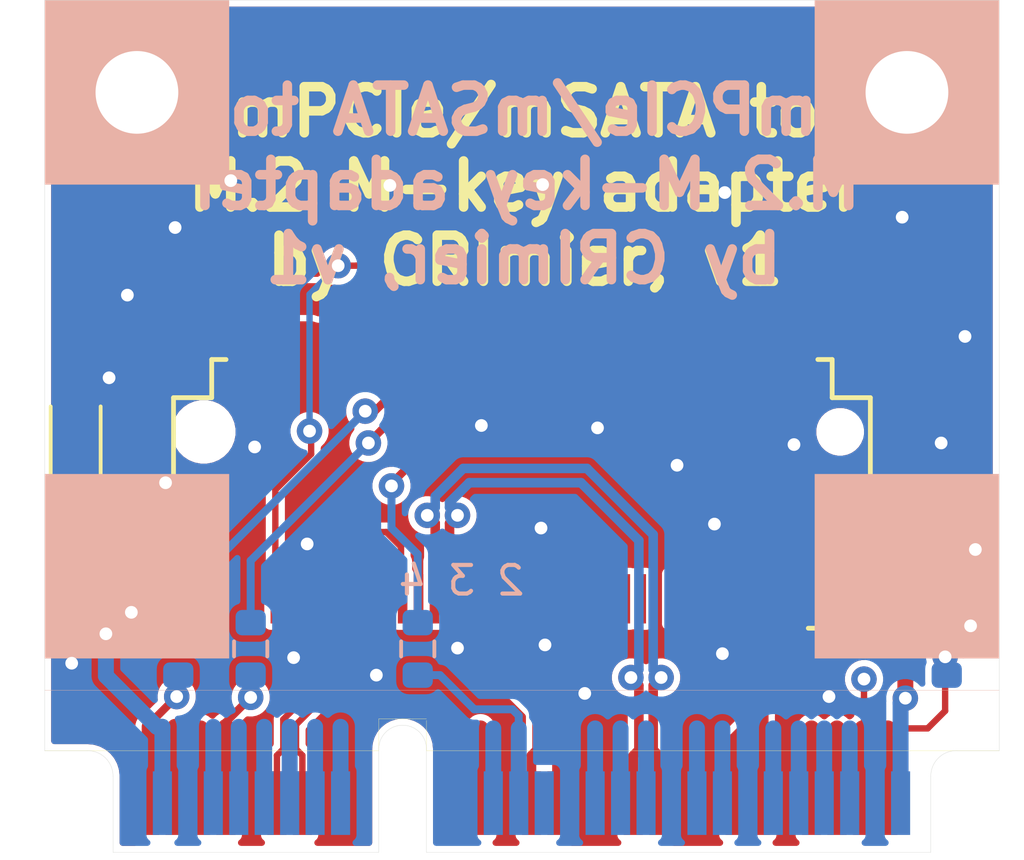
<source format=kicad_pcb>
(kicad_pcb (version 20171130) (host pcbnew 5.1.5+dfsg1-2build2)

  (general
    (thickness 1.6)
    (drawings 11)
    (tracks 278)
    (zones 0)
    (modules 10)
    (nets 74)
  )

  (page A4)
  (layers
    (0 F.Cu signal)
    (31 B.Cu signal)
    (32 B.Adhes user)
    (33 F.Adhes user)
    (34 B.Paste user)
    (35 F.Paste user)
    (36 B.SilkS user)
    (37 F.SilkS user)
    (38 B.Mask user)
    (39 F.Mask user)
    (40 Dwgs.User user)
    (41 Cmts.User user)
    (42 Eco1.User user)
    (43 Eco2.User user)
    (44 Edge.Cuts user)
    (45 Margin user)
    (46 B.CrtYd user)
    (47 F.CrtYd user)
    (48 B.Fab user)
    (49 F.Fab user)
  )

  (setup
    (last_trace_width 0.2)
    (user_trace_width 0.2)
    (user_trace_width 0.3)
    (user_trace_width 0.35)
    (user_trace_width 0.4)
    (user_trace_width 0.5)
    (user_trace_width 1)
    (trace_clearance 0.2)
    (zone_clearance 0.2)
    (zone_45_only no)
    (trace_min 0.2)
    (via_size 0.8)
    (via_drill 0.4)
    (via_min_size 0.4)
    (via_min_drill 0.3)
    (uvia_size 0.3)
    (uvia_drill 0.1)
    (uvias_allowed no)
    (uvia_min_size 0.2)
    (uvia_min_drill 0.1)
    (edge_width 0.05)
    (segment_width 0.2)
    (pcb_text_width 0.3)
    (pcb_text_size 1.5 1.5)
    (mod_edge_width 0.12)
    (mod_text_size 1 1)
    (mod_text_width 0.15)
    (pad_size 1.524 1.524)
    (pad_drill 0.762)
    (pad_to_mask_clearance 0.051)
    (solder_mask_min_width 0.25)
    (aux_axis_origin 131.75 99.7)
    (visible_elements FFFFFF7F)
    (pcbplotparams
      (layerselection 0x010fc_ffffffff)
      (usegerberextensions true)
      (usegerberattributes false)
      (usegerberadvancedattributes false)
      (creategerberjobfile false)
      (excludeedgelayer false)
      (linewidth 0.100000)
      (plotframeref false)
      (viasonmask false)
      (mode 1)
      (useauxorigin true)
      (hpglpennumber 1)
      (hpglpenspeed 20)
      (hpglpendiameter 15.000000)
      (psnegative false)
      (psa4output false)
      (plotreference false)
      (plotvalue false)
      (plotinvisibletext false)
      (padsonsilk false)
      (subtractmaskfromsilk true)
      (outputformat 1)
      (mirror false)
      (drillshape 0)
      (scaleselection 1)
      (outputdirectory "gerbers/"))
  )

  (net 0 "")
  (net 1 "Net-(U1-Pad49)")
  (net 2 "Net-(U1-Pad48)")
  (net 3 "Net-(U1-Pad47)")
  (net 4 "Net-(U1-Pad46)")
  (net 5 "Net-(U1-Pad45)")
  (net 6 "Net-(U1-Pad44)")
  (net 7 "Net-(U1-Pad42)")
  (net 8 "Net-(U1-Pad38)")
  (net 9 "Net-(U1-Pad36)")
  (net 10 P0_TX-)
  (net 11 "Net-(U1-Pad32)")
  (net 12 P0_TX+)
  (net 13 "Net-(U1-Pad30)")
  (net 14 "Net-(U1-Pad28)")
  (net 15 P0_RX+)
  (net 16 P0_RX-)
  (net 17 PERST)
  (net 18 "Net-(U1-Pad20)")
  (net 19 "Net-(U1-Pad19)")
  (net 20 "Net-(U1-Pad17)")
  (net 21 "Net-(U1-Pad16)")
  (net 22 "Net-(U1-Pad14)")
  (net 23 PCLK+)
  (net 24 "Net-(U1-Pad12)")
  (net 25 PCLK-)
  (net 26 "Net-(U1-Pad10)")
  (net 27 "Net-(U1-Pad8)")
  (net 28 ~CLKREQ)
  (net 29 "Net-(U1-Pad6)")
  (net 30 "Net-(U1-Pad5)")
  (net 31 "Net-(U1-Pad3)")
  (net 32 ~WAKE)
  (net 33 "Net-(U2-Pad68)")
  (net 34 "Net-(U2-Pad67)")
  (net 35 "Net-(U2-Pad58)")
  (net 36 "Net-(U2-Pad56)")
  (net 37 "Net-(U2-Pad48)")
  (net 38 "Net-(U2-Pad46)")
  (net 39 "Net-(U2-Pad44)")
  (net 40 "Net-(U2-Pad42)")
  (net 41 "Net-(U2-Pad40)")
  (net 42 "Net-(U2-Pad38)")
  (net 43 "Net-(U2-Pad37)")
  (net 44 "Net-(U2-Pad36)")
  (net 45 "Net-(U2-Pad35)")
  (net 46 "Net-(U2-Pad34)")
  (net 47 "Net-(U2-Pad32)")
  (net 48 "Net-(U2-Pad31)")
  (net 49 "Net-(U2-Pad30)")
  (net 50 "Net-(U2-Pad29)")
  (net 51 "Net-(U2-Pad28)")
  (net 52 "Net-(U2-Pad26)")
  (net 53 "Net-(U2-Pad25)")
  (net 54 "Net-(U2-Pad24)")
  (net 55 "Net-(U2-Pad23)")
  (net 56 "Net-(U2-Pad22)")
  (net 57 "Net-(U2-Pad20)")
  (net 58 "Net-(U2-Pad11)")
  (net 59 "Net-(U2-Pad10)")
  (net 60 "Net-(U2-Pad8)")
  (net 61 "Net-(U2-Pad7)")
  (net 62 "Net-(U2-Pad6)")
  (net 63 "Net-(U2-Pad5)")
  (net 64 "Net-(U2-Pad13)")
  (net 65 "Net-(U2-Pad17)")
  (net 66 "Net-(U2-Pad19)")
  (net 67 +3V3)
  (net 68 GND)
  (net 69 DET)
  (net 70 "Net-(R5-Pad2)")
  (net 71 "Net-(R1-Pad1)")
  (net 72 "Net-(R3-Pad2)")
  (net 73 "Net-(R2-Pad2)")

  (net_class Default "This is the default net class."
    (clearance 0.2)
    (trace_width 0.25)
    (via_dia 0.8)
    (via_drill 0.4)
    (uvia_dia 0.3)
    (uvia_drill 0.1)
    (diff_pair_width 0.3)
    (diff_pair_gap 0.15)
    (add_net +3V3)
    (add_net DET)
    (add_net GND)
    (add_net "Net-(R1-Pad1)")
    (add_net "Net-(R2-Pad2)")
    (add_net "Net-(R3-Pad2)")
    (add_net "Net-(R5-Pad2)")
    (add_net "Net-(U1-Pad10)")
    (add_net "Net-(U1-Pad12)")
    (add_net "Net-(U1-Pad14)")
    (add_net "Net-(U1-Pad16)")
    (add_net "Net-(U1-Pad17)")
    (add_net "Net-(U1-Pad19)")
    (add_net "Net-(U1-Pad20)")
    (add_net "Net-(U1-Pad28)")
    (add_net "Net-(U1-Pad3)")
    (add_net "Net-(U1-Pad30)")
    (add_net "Net-(U1-Pad32)")
    (add_net "Net-(U1-Pad36)")
    (add_net "Net-(U1-Pad38)")
    (add_net "Net-(U1-Pad42)")
    (add_net "Net-(U1-Pad44)")
    (add_net "Net-(U1-Pad45)")
    (add_net "Net-(U1-Pad46)")
    (add_net "Net-(U1-Pad47)")
    (add_net "Net-(U1-Pad48)")
    (add_net "Net-(U1-Pad49)")
    (add_net "Net-(U1-Pad5)")
    (add_net "Net-(U1-Pad6)")
    (add_net "Net-(U1-Pad8)")
    (add_net "Net-(U2-Pad10)")
    (add_net "Net-(U2-Pad11)")
    (add_net "Net-(U2-Pad13)")
    (add_net "Net-(U2-Pad17)")
    (add_net "Net-(U2-Pad19)")
    (add_net "Net-(U2-Pad20)")
    (add_net "Net-(U2-Pad22)")
    (add_net "Net-(U2-Pad23)")
    (add_net "Net-(U2-Pad24)")
    (add_net "Net-(U2-Pad25)")
    (add_net "Net-(U2-Pad26)")
    (add_net "Net-(U2-Pad28)")
    (add_net "Net-(U2-Pad29)")
    (add_net "Net-(U2-Pad30)")
    (add_net "Net-(U2-Pad31)")
    (add_net "Net-(U2-Pad32)")
    (add_net "Net-(U2-Pad34)")
    (add_net "Net-(U2-Pad35)")
    (add_net "Net-(U2-Pad36)")
    (add_net "Net-(U2-Pad37)")
    (add_net "Net-(U2-Pad38)")
    (add_net "Net-(U2-Pad40)")
    (add_net "Net-(U2-Pad42)")
    (add_net "Net-(U2-Pad44)")
    (add_net "Net-(U2-Pad46)")
    (add_net "Net-(U2-Pad48)")
    (add_net "Net-(U2-Pad5)")
    (add_net "Net-(U2-Pad56)")
    (add_net "Net-(U2-Pad58)")
    (add_net "Net-(U2-Pad6)")
    (add_net "Net-(U2-Pad67)")
    (add_net "Net-(U2-Pad68)")
    (add_net "Net-(U2-Pad7)")
    (add_net "Net-(U2-Pad8)")
    (add_net P0_RX+)
    (add_net P0_RX-)
    (add_net P0_TX+)
    (add_net P0_TX-)
    (add_net PCLK+)
    (add_net PCLK-)
    (add_net PERST)
    (add_net ~CLKREQ)
    (add_net ~WAKE)
  )

  (module Capacitor_Tantalum_SMD:CP_EIA-2012-12_Kemet-R_Pad1.30x1.05mm_HandSolder (layer F.Cu) (tedit 5EBA9318) (tstamp 61796DCD)
    (at 102.725 113.475 90)
    (descr "Tantalum Capacitor SMD Kemet-R (2012-12 Metric), IPC_7351 nominal, (Body size from: https://www.vishay.com/docs/40182/tmch.pdf), generated with kicad-footprint-generator")
    (tags "capacitor tantalum")
    (path /617D2132)
    (attr smd)
    (fp_text reference C4 (at 0 -1.58 90) (layer F.SilkS) hide
      (effects (font (size 1 1) (thickness 0.15)))
    )
    (fp_text value 100uF (at 0 1.58 90) (layer F.Fab)
      (effects (font (size 1 1) (thickness 0.15)))
    )
    (fp_text user %R (at 0 0 90) (layer F.Fab)
      (effects (font (size 0.5 0.5) (thickness 0.08)))
    )
    (fp_line (start 1.88 0.88) (end -1.88 0.88) (layer F.CrtYd) (width 0.05))
    (fp_line (start 1.88 -0.88) (end 1.88 0.88) (layer F.CrtYd) (width 0.05))
    (fp_line (start -1.88 -0.88) (end 1.88 -0.88) (layer F.CrtYd) (width 0.05))
    (fp_line (start -1.88 0.88) (end -1.88 -0.88) (layer F.CrtYd) (width 0.05))
    (fp_line (start -1.885 0.785) (end 1 0.785) (layer F.SilkS) (width 0.12))
    (fp_line (start -1.885 -0.785) (end -1.885 0.785) (layer F.SilkS) (width 0.12))
    (fp_line (start 1 -0.785) (end -1.885 -0.785) (layer F.SilkS) (width 0.12))
    (fp_line (start 1 0.625) (end 1 -0.625) (layer F.Fab) (width 0.1))
    (fp_line (start -1 0.625) (end 1 0.625) (layer F.Fab) (width 0.1))
    (fp_line (start -1 -0.3125) (end -1 0.625) (layer F.Fab) (width 0.1))
    (fp_line (start -0.6875 -0.625) (end -1 -0.3125) (layer F.Fab) (width 0.1))
    (fp_line (start 1 -0.625) (end -0.6875 -0.625) (layer F.Fab) (width 0.1))
    (pad 2 smd roundrect (at 0.975 0 90) (size 1.3 1.05) (layers F.Cu F.Paste F.Mask) (roundrect_rratio 0.238095)
      (net 68 GND))
    (pad 1 smd roundrect (at -0.975 0 90) (size 1.3 1.05) (layers F.Cu F.Paste F.Mask) (roundrect_rratio 0.238095)
      (net 67 +3V3))
    (model ${KISYS3DMOD}/Capacitor_Tantalum_SMD.3dshapes/CP_EIA-2012-12_Kemet-R.wrl
      (at (xyz 0 0 0))
      (scale (xyz 1 1 1))
      (rotate (xyz 0 0 0))
    )
  )

  (module Capacitor_Tantalum_SMD:CP_EIA-2012-12_Kemet-R_Pad1.30x1.05mm_HandSolder (layer F.Cu) (tedit 5EBA9318) (tstamp 61796AC6)
    (at 130.1 117.8)
    (descr "Tantalum Capacitor SMD Kemet-R (2012-12 Metric), IPC_7351 nominal, (Body size from: https://www.vishay.com/docs/40182/tmch.pdf), generated with kicad-footprint-generator")
    (tags "capacitor tantalum")
    (path /617D2144)
    (attr smd)
    (fp_text reference C2 (at 0 -1.58) (layer F.SilkS) hide
      (effects (font (size 1 1) (thickness 0.15)))
    )
    (fp_text value 100uF (at 0 1.58) (layer F.Fab)
      (effects (font (size 1 1) (thickness 0.15)))
    )
    (fp_text user %R (at 0 0) (layer F.Fab)
      (effects (font (size 0.5 0.5) (thickness 0.08)))
    )
    (fp_line (start 1.88 0.88) (end -1.88 0.88) (layer F.CrtYd) (width 0.05))
    (fp_line (start 1.88 -0.88) (end 1.88 0.88) (layer F.CrtYd) (width 0.05))
    (fp_line (start -1.88 -0.88) (end 1.88 -0.88) (layer F.CrtYd) (width 0.05))
    (fp_line (start -1.88 0.88) (end -1.88 -0.88) (layer F.CrtYd) (width 0.05))
    (fp_line (start -1.885 0.785) (end 1 0.785) (layer F.SilkS) (width 0.12))
    (fp_line (start -1.885 -0.785) (end -1.885 0.785) (layer F.SilkS) (width 0.12))
    (fp_line (start 1 -0.785) (end -1.885 -0.785) (layer F.SilkS) (width 0.12))
    (fp_line (start 1 0.625) (end 1 -0.625) (layer F.Fab) (width 0.1))
    (fp_line (start -1 0.625) (end 1 0.625) (layer F.Fab) (width 0.1))
    (fp_line (start -1 -0.3125) (end -1 0.625) (layer F.Fab) (width 0.1))
    (fp_line (start -0.6875 -0.625) (end -1 -0.3125) (layer F.Fab) (width 0.1))
    (fp_line (start 1 -0.625) (end -0.6875 -0.625) (layer F.Fab) (width 0.1))
    (pad 2 smd roundrect (at 0.975 0) (size 1.3 1.05) (layers F.Cu F.Paste F.Mask) (roundrect_rratio 0.238095)
      (net 68 GND))
    (pad 1 smd roundrect (at -0.975 0) (size 1.3 1.05) (layers F.Cu F.Paste F.Mask) (roundrect_rratio 0.238095)
      (net 67 +3V3))
    (model ${KISYS3DMOD}/Capacitor_Tantalum_SMD.3dshapes/CP_EIA-2012-12_Kemet-R.wrl
      (at (xyz 0 0 0))
      (scale (xyz 1 1 1))
      (rotate (xyz 0 0 0))
    )
  )

  (module Capacitor_SMD:C_0805_2012Metric (layer F.Cu) (tedit 5F68FEEE) (tstamp 61796AD7)
    (at 130 115.925)
    (descr "Capacitor SMD 0805 (2012 Metric), square (rectangular) end terminal, IPC_7351 nominal, (Body size source: IPC-SM-782 page 76, https://www.pcb-3d.com/wordpress/wp-content/uploads/ipc-sm-782a_amendment_1_and_2.pdf, https://docs.google.com/spreadsheets/d/1BsfQQcO9C6DZCsRaXUlFlo91Tg2WpOkGARC1WS5S8t0/edit?usp=sharing), generated with kicad-footprint-generator")
    (tags capacitor)
    (path /617CA9B1)
    (attr smd)
    (fp_text reference C3 (at 0 -1.68) (layer F.SilkS) hide
      (effects (font (size 1 1) (thickness 0.15)))
    )
    (fp_text value 100nF (at 0 1.68) (layer F.Fab)
      (effects (font (size 1 1) (thickness 0.15)))
    )
    (fp_text user %R (at 0 0) (layer F.Fab)
      (effects (font (size 0.5 0.5) (thickness 0.08)))
    )
    (fp_line (start 1.7 0.98) (end -1.7 0.98) (layer F.CrtYd) (width 0.05))
    (fp_line (start 1.7 -0.98) (end 1.7 0.98) (layer F.CrtYd) (width 0.05))
    (fp_line (start -1.7 -0.98) (end 1.7 -0.98) (layer F.CrtYd) (width 0.05))
    (fp_line (start -1.7 0.98) (end -1.7 -0.98) (layer F.CrtYd) (width 0.05))
    (fp_line (start -0.261252 0.735) (end 0.261252 0.735) (layer F.SilkS) (width 0.12))
    (fp_line (start -0.261252 -0.735) (end 0.261252 -0.735) (layer F.SilkS) (width 0.12))
    (fp_line (start 1 0.625) (end -1 0.625) (layer F.Fab) (width 0.1))
    (fp_line (start 1 -0.625) (end 1 0.625) (layer F.Fab) (width 0.1))
    (fp_line (start -1 -0.625) (end 1 -0.625) (layer F.Fab) (width 0.1))
    (fp_line (start -1 0.625) (end -1 -0.625) (layer F.Fab) (width 0.1))
    (pad 2 smd roundrect (at 0.95 0) (size 1 1.45) (layers F.Cu F.Paste F.Mask) (roundrect_rratio 0.25)
      (net 68 GND))
    (pad 1 smd roundrect (at -0.95 0) (size 1 1.45) (layers F.Cu F.Paste F.Mask) (roundrect_rratio 0.25)
      (net 67 +3V3))
    (model ${KISYS3DMOD}/Capacitor_SMD.3dshapes/C_0805_2012Metric.wrl
      (at (xyz 0 0 0))
      (scale (xyz 1 1 1))
      (rotate (xyz 0 0 0))
    )
  )

  (module Capacitor_SMD:C_0805_2012Metric (layer F.Cu) (tedit 5F68FEEE) (tstamp 617978F2)
    (at 102.875 117.325 270)
    (descr "Capacitor SMD 0805 (2012 Metric), square (rectangular) end terminal, IPC_7351 nominal, (Body size source: IPC-SM-782 page 76, https://www.pcb-3d.com/wordpress/wp-content/uploads/ipc-sm-782a_amendment_1_and_2.pdf, https://docs.google.com/spreadsheets/d/1BsfQQcO9C6DZCsRaXUlFlo91Tg2WpOkGARC1WS5S8t0/edit?usp=sharing), generated with kicad-footprint-generator")
    (tags capacitor)
    (path /617D0460)
    (attr smd)
    (fp_text reference C1 (at 0 -1.68 90) (layer F.SilkS) hide
      (effects (font (size 1 1) (thickness 0.15)))
    )
    (fp_text value 100nF (at 0 1.68 90) (layer F.Fab)
      (effects (font (size 1 1) (thickness 0.15)))
    )
    (fp_text user %R (at 0 0 90) (layer F.Fab)
      (effects (font (size 0.5 0.5) (thickness 0.08)))
    )
    (fp_line (start 1.7 0.98) (end -1.7 0.98) (layer F.CrtYd) (width 0.05))
    (fp_line (start 1.7 -0.98) (end 1.7 0.98) (layer F.CrtYd) (width 0.05))
    (fp_line (start -1.7 -0.98) (end 1.7 -0.98) (layer F.CrtYd) (width 0.05))
    (fp_line (start -1.7 0.98) (end -1.7 -0.98) (layer F.CrtYd) (width 0.05))
    (fp_line (start -0.261252 0.735) (end 0.261252 0.735) (layer F.SilkS) (width 0.12))
    (fp_line (start -0.261252 -0.735) (end 0.261252 -0.735) (layer F.SilkS) (width 0.12))
    (fp_line (start 1 0.625) (end -1 0.625) (layer F.Fab) (width 0.1))
    (fp_line (start 1 -0.625) (end 1 0.625) (layer F.Fab) (width 0.1))
    (fp_line (start -1 -0.625) (end 1 -0.625) (layer F.Fab) (width 0.1))
    (fp_line (start -1 0.625) (end -1 -0.625) (layer F.Fab) (width 0.1))
    (pad 2 smd roundrect (at 0.95 0 270) (size 1 1.45) (layers F.Cu F.Paste F.Mask) (roundrect_rratio 0.25)
      (net 68 GND))
    (pad 1 smd roundrect (at -0.95 0 270) (size 1 1.45) (layers F.Cu F.Paste F.Mask) (roundrect_rratio 0.25)
      (net 67 +3V3))
    (model ${KISYS3DMOD}/Capacitor_SMD.3dshapes/C_0805_2012Metric.wrl
      (at (xyz 0 0 0))
      (scale (xyz 1 1 1))
      (rotate (xyz 0 0 0))
    )
  )

  (module Resistor_SMD:R_0603_1608Metric (layer B.Cu) (tedit 5F68FEEE) (tstamp 61793FE3)
    (at 130.1 120.1 270)
    (descr "Resistor SMD 0603 (1608 Metric), square (rectangular) end terminal, IPC_7351 nominal, (Body size source: IPC-SM-782 page 72, https://www.pcb-3d.com/wordpress/wp-content/uploads/ipc-sm-782a_amendment_1_and_2.pdf), generated with kicad-footprint-generator")
    (tags resistor)
    (path /6178D4DF)
    (attr smd)
    (fp_text reference R5 (at 0 1.43 90) (layer B.SilkS) hide
      (effects (font (size 1 1) (thickness 0.15)) (justify mirror))
    )
    (fp_text value 0R (at 0 -1.43 90) (layer B.Fab)
      (effects (font (size 1 1) (thickness 0.15)) (justify mirror))
    )
    (fp_text user %R (at 0 0 90) (layer B.Fab)
      (effects (font (size 0.4 0.4) (thickness 0.06)) (justify mirror))
    )
    (fp_line (start 1.48 -0.73) (end -1.48 -0.73) (layer B.CrtYd) (width 0.05))
    (fp_line (start 1.48 0.73) (end 1.48 -0.73) (layer B.CrtYd) (width 0.05))
    (fp_line (start -1.48 0.73) (end 1.48 0.73) (layer B.CrtYd) (width 0.05))
    (fp_line (start -1.48 -0.73) (end -1.48 0.73) (layer B.CrtYd) (width 0.05))
    (fp_line (start -0.237258 -0.5225) (end 0.237258 -0.5225) (layer B.SilkS) (width 0.12))
    (fp_line (start -0.237258 0.5225) (end 0.237258 0.5225) (layer B.SilkS) (width 0.12))
    (fp_line (start 0.8 -0.4125) (end -0.8 -0.4125) (layer B.Fab) (width 0.1))
    (fp_line (start 0.8 0.4125) (end 0.8 -0.4125) (layer B.Fab) (width 0.1))
    (fp_line (start -0.8 0.4125) (end 0.8 0.4125) (layer B.Fab) (width 0.1))
    (fp_line (start -0.8 -0.4125) (end -0.8 0.4125) (layer B.Fab) (width 0.1))
    (pad 2 smd roundrect (at 0.825 0 270) (size 0.8 0.95) (layers B.Cu B.Paste B.Mask) (roundrect_rratio 0.25)
      (net 70 "Net-(R5-Pad2)"))
    (pad 1 smd roundrect (at -0.825 0 270) (size 0.8 0.95) (layers B.Cu B.Paste B.Mask) (roundrect_rratio 0.25)
      (net 69 DET))
    (model ${KISYS3DMOD}/Resistor_SMD.3dshapes/R_0603_1608Metric.wrl
      (at (xyz 0 0 0))
      (scale (xyz 1 1 1))
      (rotate (xyz 0 0 0))
    )
  )

  (module Resistor_SMD:R_0603_1608Metric (layer B.Cu) (tedit 5F68FEEE) (tstamp 61793FC1)
    (at 108.225 120.1 270)
    (descr "Resistor SMD 0603 (1608 Metric), square (rectangular) end terminal, IPC_7351 nominal, (Body size source: IPC-SM-782 page 72, https://www.pcb-3d.com/wordpress/wp-content/uploads/ipc-sm-782a_amendment_1_and_2.pdf), generated with kicad-footprint-generator")
    (tags resistor)
    (path /61793731)
    (attr smd)
    (fp_text reference R3 (at 0 1.43 90) (layer B.SilkS) hide
      (effects (font (size 1 1) (thickness 0.15)) (justify mirror))
    )
    (fp_text value 0R (at 0 -1.43 90) (layer B.Fab)
      (effects (font (size 1 1) (thickness 0.15)) (justify mirror))
    )
    (fp_text user %R (at 0 0 90) (layer B.Fab)
      (effects (font (size 0.4 0.4) (thickness 0.06)) (justify mirror))
    )
    (fp_line (start 1.48 -0.73) (end -1.48 -0.73) (layer B.CrtYd) (width 0.05))
    (fp_line (start 1.48 0.73) (end 1.48 -0.73) (layer B.CrtYd) (width 0.05))
    (fp_line (start -1.48 0.73) (end 1.48 0.73) (layer B.CrtYd) (width 0.05))
    (fp_line (start -1.48 -0.73) (end -1.48 0.73) (layer B.CrtYd) (width 0.05))
    (fp_line (start -0.237258 -0.5225) (end 0.237258 -0.5225) (layer B.SilkS) (width 0.12))
    (fp_line (start -0.237258 0.5225) (end 0.237258 0.5225) (layer B.SilkS) (width 0.12))
    (fp_line (start 0.8 -0.4125) (end -0.8 -0.4125) (layer B.Fab) (width 0.1))
    (fp_line (start 0.8 0.4125) (end 0.8 -0.4125) (layer B.Fab) (width 0.1))
    (fp_line (start -0.8 0.4125) (end 0.8 0.4125) (layer B.Fab) (width 0.1))
    (fp_line (start -0.8 -0.4125) (end -0.8 0.4125) (layer B.Fab) (width 0.1))
    (pad 2 smd roundrect (at 0.825 0 270) (size 0.8 0.95) (layers B.Cu B.Paste B.Mask) (roundrect_rratio 0.25)
      (net 72 "Net-(R3-Pad2)"))
    (pad 1 smd roundrect (at -0.825 0 270) (size 0.8 0.95) (layers B.Cu B.Paste B.Mask) (roundrect_rratio 0.25)
      (net 28 ~CLKREQ))
    (model ${KISYS3DMOD}/Resistor_SMD.3dshapes/R_0603_1608Metric.wrl
      (at (xyz 0 0 0))
      (scale (xyz 1 1 1))
      (rotate (xyz 0 0 0))
    )
  )

  (module Resistor_SMD:R_0603_1608Metric (layer B.Cu) (tedit 5F68FEEE) (tstamp 61794235)
    (at 105.95 120.1 270)
    (descr "Resistor SMD 0603 (1608 Metric), square (rectangular) end terminal, IPC_7351 nominal, (Body size source: IPC-SM-782 page 72, https://www.pcb-3d.com/wordpress/wp-content/uploads/ipc-sm-782a_amendment_1_and_2.pdf), generated with kicad-footprint-generator")
    (tags resistor)
    (path /61793737)
    (attr smd)
    (fp_text reference R2 (at 0 1.43 90) (layer B.SilkS) hide
      (effects (font (size 1 1) (thickness 0.15)) (justify mirror))
    )
    (fp_text value 0R (at 0 -1.43 90) (layer B.Fab)
      (effects (font (size 1 1) (thickness 0.15)) (justify mirror))
    )
    (fp_text user %R (at 0 0 90) (layer B.Fab)
      (effects (font (size 0.4 0.4) (thickness 0.06)) (justify mirror))
    )
    (fp_line (start 1.48 -0.73) (end -1.48 -0.73) (layer B.CrtYd) (width 0.05))
    (fp_line (start 1.48 0.73) (end 1.48 -0.73) (layer B.CrtYd) (width 0.05))
    (fp_line (start -1.48 0.73) (end 1.48 0.73) (layer B.CrtYd) (width 0.05))
    (fp_line (start -1.48 -0.73) (end -1.48 0.73) (layer B.CrtYd) (width 0.05))
    (fp_line (start -0.237258 -0.5225) (end 0.237258 -0.5225) (layer B.SilkS) (width 0.12))
    (fp_line (start -0.237258 0.5225) (end 0.237258 0.5225) (layer B.SilkS) (width 0.12))
    (fp_line (start 0.8 -0.4125) (end -0.8 -0.4125) (layer B.Fab) (width 0.1))
    (fp_line (start 0.8 0.4125) (end 0.8 -0.4125) (layer B.Fab) (width 0.1))
    (fp_line (start -0.8 0.4125) (end 0.8 0.4125) (layer B.Fab) (width 0.1))
    (fp_line (start -0.8 -0.4125) (end -0.8 0.4125) (layer B.Fab) (width 0.1))
    (pad 2 smd roundrect (at 0.825 0 270) (size 0.8 0.95) (layers B.Cu B.Paste B.Mask) (roundrect_rratio 0.25)
      (net 73 "Net-(R2-Pad2)"))
    (pad 1 smd roundrect (at -0.825 0 270) (size 0.8 0.95) (layers B.Cu B.Paste B.Mask) (roundrect_rratio 0.25)
      (net 32 ~WAKE))
    (model ${KISYS3DMOD}/Resistor_SMD.3dshapes/R_0603_1608Metric.wrl
      (at (xyz 0 0 0))
      (scale (xyz 1 1 1))
      (rotate (xyz 0 0 0))
    )
  )

  (module Resistor_SMD:R_0603_1608Metric (layer B.Cu) (tedit 5F68FEEE) (tstamp 61793F9F)
    (at 113.475 120.1 90)
    (descr "Resistor SMD 0603 (1608 Metric), square (rectangular) end terminal, IPC_7351 nominal, (Body size source: IPC-SM-782 page 72, https://www.pcb-3d.com/wordpress/wp-content/uploads/ipc-sm-782a_amendment_1_and_2.pdf), generated with kicad-footprint-generator")
    (tags resistor)
    (path /6179792D)
    (attr smd)
    (fp_text reference R1 (at 0 1.43 90) (layer B.SilkS) hide
      (effects (font (size 1 1) (thickness 0.15)) (justify mirror))
    )
    (fp_text value 0R (at 0 -1.43 90) (layer B.Fab)
      (effects (font (size 1 1) (thickness 0.15)) (justify mirror))
    )
    (fp_text user %R (at 0 0 90) (layer B.Fab)
      (effects (font (size 0.4 0.4) (thickness 0.06)) (justify mirror))
    )
    (fp_line (start 1.48 -0.73) (end -1.48 -0.73) (layer B.CrtYd) (width 0.05))
    (fp_line (start 1.48 0.73) (end 1.48 -0.73) (layer B.CrtYd) (width 0.05))
    (fp_line (start -1.48 0.73) (end 1.48 0.73) (layer B.CrtYd) (width 0.05))
    (fp_line (start -1.48 -0.73) (end -1.48 0.73) (layer B.CrtYd) (width 0.05))
    (fp_line (start -0.237258 -0.5225) (end 0.237258 -0.5225) (layer B.SilkS) (width 0.12))
    (fp_line (start -0.237258 0.5225) (end 0.237258 0.5225) (layer B.SilkS) (width 0.12))
    (fp_line (start 0.8 -0.4125) (end -0.8 -0.4125) (layer B.Fab) (width 0.1))
    (fp_line (start 0.8 0.4125) (end 0.8 -0.4125) (layer B.Fab) (width 0.1))
    (fp_line (start -0.8 0.4125) (end 0.8 0.4125) (layer B.Fab) (width 0.1))
    (fp_line (start -0.8 -0.4125) (end -0.8 0.4125) (layer B.Fab) (width 0.1))
    (pad 2 smd roundrect (at 0.825 0 90) (size 0.8 0.95) (layers B.Cu B.Paste B.Mask) (roundrect_rratio 0.25)
      (net 17 PERST))
    (pad 1 smd roundrect (at -0.825 0 90) (size 0.8 0.95) (layers B.Cu B.Paste B.Mask) (roundrect_rratio 0.25)
      (net 71 "Net-(R1-Pad1)"))
    (model ${KISYS3DMOD}/Resistor_SMD.3dshapes/R_0603_1608Metric.wrl
      (at (xyz 0 0 0))
      (scale (xyz 1 1 1))
      (rotate (xyz 0 0 0))
    )
  )

  (module nvme_lib:Conn_TE-M.2-0.5-67P-doublesided_TypeM (layer F.Cu) (tedit 61729690) (tstamp 61831032)
    (at 116.75 113.25 180)
    (path /615F05A5)
    (zone_connect 2)
    (fp_text reference U2 (at 0 1) (layer F.Fab)
      (effects (font (size 0.6 0.6) (thickness 0.1)))
    )
    (fp_text value NGFF_M (at 0 0) (layer F.Fab)
      (effects (font (size 0.6 0.5) (thickness 0.1)))
    )
    (fp_text user "inserted card edge" (at 0.1 -2.4) (layer F.Fab)
      (effects (font (size 1 1) (thickness 0.15)))
    )
    (fp_line (start -10.95 -1.75) (end 10.95 -1.75) (layer F.Fab) (width 0.12))
    (fp_line (start -10.95 -5.25) (end 10.95 -5.25) (layer F.Fab) (width 0.05))
    (fp_line (start -10.95 -4.75) (end -10.45 -5.25) (layer F.Fab) (width 0.05))
    (fp_line (start 9.75 1.05) (end 9.75 2.25) (layer F.Fab) (width 0.05))
    (fp_line (start 10.95 1.05) (end 9.75 1.05) (layer F.Fab) (width 0.05))
    (fp_line (start -9.75 1.05) (end -9.75 2.25) (layer F.Fab) (width 0.05))
    (fp_line (start -10.95 1.05) (end -9.75 1.05) (layer F.Fab) (width 0.05))
    (fp_line (start -9.75 2.25) (end 9.75 2.25) (layer F.Fab) (width 0.05))
    (fp_line (start 10.95 1.05) (end 10.95 -5.25) (layer F.Fab) (width 0.05))
    (fp_line (start -10.95 -5.25) (end -10.95 1.05) (layer F.Fab) (width 0.05))
    (fp_line (start -10 1.25) (end -11.25 1.25) (layer F.CrtYd) (width 0.05))
    (fp_line (start -10 3.25) (end -10 1.25) (layer F.CrtYd) (width 0.05))
    (fp_line (start 10 3.25) (end -10 3.25) (layer F.CrtYd) (width 0.05))
    (fp_line (start 10 1.25) (end 10 3.25) (layer F.CrtYd) (width 0.05))
    (fp_line (start 11.25 1.25) (end 10 1.25) (layer F.CrtYd) (width 0.05))
    (fp_line (start -9.75 1.05) (end -10.95 1.05) (layer F.SilkS) (width 0.15))
    (fp_line (start -9.75 2.25) (end -9.75 1.05) (layer F.SilkS) (width 0.15))
    (fp_line (start -9.3 2.25) (end -9.75 2.25) (layer F.SilkS) (width 0.15))
    (fp_line (start 9.75 2.25) (end 9.3 2.25) (layer F.SilkS) (width 0.15))
    (fp_line (start 9.75 1.05) (end 9.75 2.25) (layer F.SilkS) (width 0.15))
    (fp_line (start 10.95 1.05) (end 9.75 1.05) (layer F.SilkS) (width 0.15))
    (fp_text user %R (at -10.1 -4.8) (layer Eco1.User)
      (effects (font (size 0.3 0.3) (thickness 0.03)))
    )
    (fp_line (start -10.95 1.05) (end -10.95 -2.95) (layer F.SilkS) (width 0.15))
    (fp_line (start 10.95 1.05) (end 10.95 -2.95) (layer F.SilkS) (width 0.15))
    (fp_line (start -9.55 -6.2) (end -9 -6.2) (layer F.SilkS) (width 0.15))
    (fp_line (start -9.55 -5.25) (end -9.55 -6.2) (layer F.SilkS) (width 0.15))
    (fp_line (start 11.25 -6.25) (end 11.25 1.25) (layer F.CrtYd) (width 0.05))
    (fp_line (start -11.25 1.25) (end -11.25 -6.25) (layer F.CrtYd) (width 0.05))
    (fp_line (start -11.25 -6.25) (end 11.25 -6.25) (layer F.CrtYd) (width 0.05))
    (fp_text user "ENTRY SIDE" (at 0 3.75) (layer Cmts.User)
      (effects (font (size 0.6 0.6) (thickness 0.06)))
    )
    (pad MP smd rect (at 10.35 -4.5 180) (size 1.2 2.75) (layers F.Cu F.Paste F.Mask)
      (net 68 GND) (zone_connect 2))
    (pad MP smd rect (at -10.35 -4.5 180) (size 1.2 2.75) (layers F.Cu F.Paste F.Mask)
      (net 68 GND) (zone_connect 2))
    (pad "" np_thru_hole circle (at 10 -0.025 180) (size 1.6 1.6) (drill 1.6) (layers *.Cu)
      (zone_connect 2))
    (pad "" np_thru_hole circle (at -10 -0.025 180) (size 1.1 1.1) (drill 1.1) (layers *.Cu)
      (zone_connect 2))
    (pad 75 smd rect (at 9.25 -5.275 180) (size 0.3 1.55) (layers F.Cu F.Paste F.Mask)
      (net 68 GND) (zone_connect 2))
    (pad 74 smd rect (at 9 2.275 180) (size 0.3 1.55) (layers F.Cu F.Paste F.Mask)
      (net 67 +3V3) (zone_connect 2))
    (pad 73 smd rect (at 8.75 -5.275 180) (size 0.3 1.55) (layers F.Cu F.Paste F.Mask)
      (net 68 GND) (zone_connect 2))
    (pad 72 smd rect (at 8.5 2.275 180) (size 0.3 1.55) (layers F.Cu F.Paste F.Mask)
      (net 67 +3V3) (zone_connect 2))
    (pad 71 smd rect (at 8.25 -5.275 180) (size 0.3 1.55) (layers F.Cu F.Paste F.Mask)
      (net 68 GND) (zone_connect 2))
    (pad 70 smd rect (at 8 2.275 180) (size 0.3 1.55) (layers F.Cu F.Paste F.Mask)
      (net 67 +3V3) (zone_connect 2))
    (pad 69 smd rect (at 7.75 -5.275 180) (size 0.3 1.55) (layers F.Cu F.Paste F.Mask)
      (net 69 DET) (zone_connect 2))
    (pad 68 smd rect (at 7.5 2.275 180) (size 0.3 1.55) (layers F.Cu F.Paste F.Mask)
      (net 33 "Net-(U2-Pad68)") (zone_connect 2))
    (pad 67 smd rect (at 7.25 -5.275 180) (size 0.3 1.55) (layers F.Cu F.Paste F.Mask)
      (net 34 "Net-(U2-Pad67)") (zone_connect 2))
    (pad 58 smd rect (at 5 2.275 180) (size 0.3 1.55) (layers F.Cu F.Paste F.Mask)
      (net 35 "Net-(U2-Pad58)") (zone_connect 2))
    (pad 57 smd rect (at 4.75 -5.275 180) (size 0.3 1.55) (layers F.Cu F.Paste F.Mask)
      (net 68 GND) (zone_connect 2))
    (pad 56 smd rect (at 4.5 2.275 180) (size 0.3 1.55) (layers F.Cu F.Paste F.Mask)
      (net 36 "Net-(U2-Pad56)") (zone_connect 2))
    (pad 55 smd rect (at 4.25 -5.275 180) (size 0.3 1.55) (layers F.Cu F.Paste F.Mask)
      (net 23 PCLK+) (zone_connect 2))
    (pad 54 smd rect (at 4 2.275 180) (size 0.3 1.55) (layers F.Cu F.Paste F.Mask)
      (net 32 ~WAKE) (zone_connect 2))
    (pad 53 smd rect (at 3.75 -5.275 180) (size 0.3 1.55) (layers F.Cu F.Paste F.Mask)
      (net 25 PCLK-) (zone_connect 2))
    (pad 52 smd rect (at 3.5 2.275 180) (size 0.3 1.55) (layers F.Cu F.Paste F.Mask)
      (net 28 ~CLKREQ) (zone_connect 2))
    (pad 51 smd rect (at 3.25 -5.275 180) (size 0.3 1.55) (layers F.Cu F.Paste F.Mask)
      (net 68 GND) (zone_connect 2))
    (pad 50 smd rect (at 3 2.275 180) (size 0.3 1.55) (layers F.Cu F.Paste F.Mask)
      (net 17 PERST) (zone_connect 2))
    (pad 49 smd rect (at 2.75 -5.275 180) (size 0.3 1.55) (layers F.Cu F.Paste F.Mask)
      (net 10 P0_TX-) (zone_connect 2))
    (pad 48 smd rect (at 2.5 2.275 180) (size 0.3 1.55) (layers F.Cu F.Paste F.Mask)
      (net 37 "Net-(U2-Pad48)") (zone_connect 2))
    (pad 47 smd rect (at 2.25 -5.275 180) (size 0.3 1.55) (layers F.Cu F.Paste F.Mask)
      (net 12 P0_TX+) (zone_connect 2))
    (pad 46 smd rect (at 2 2.275 180) (size 0.3 1.55) (layers F.Cu F.Paste F.Mask)
      (net 38 "Net-(U2-Pad46)") (zone_connect 2))
    (pad 45 smd rect (at 1.75 -5.275 180) (size 0.3 1.55) (layers F.Cu F.Paste F.Mask)
      (net 68 GND) (zone_connect 2))
    (pad 44 smd rect (at 1.5 2.275 180) (size 0.3 1.55) (layers F.Cu F.Paste F.Mask)
      (net 39 "Net-(U2-Pad44)") (zone_connect 2))
    (pad 43 smd rect (at 1.25 -5.275 180) (size 0.3 1.55) (layers F.Cu F.Paste F.Mask)
      (net 16 P0_RX-) (zone_connect 2))
    (pad 42 smd rect (at 1 2.275 180) (size 0.3 1.55) (layers F.Cu F.Paste F.Mask)
      (net 40 "Net-(U2-Pad42)") (zone_connect 2))
    (pad 41 smd rect (at 0.75 -5.275 180) (size 0.3 1.55) (layers F.Cu F.Paste F.Mask)
      (net 15 P0_RX+) (zone_connect 2))
    (pad 40 smd rect (at 0.5 2.275 180) (size 0.3 1.55) (layers F.Cu F.Paste F.Mask)
      (net 41 "Net-(U2-Pad40)") (zone_connect 2))
    (pad 39 smd rect (at 0.25 -5.275 180) (size 0.3 1.55) (layers F.Cu F.Paste F.Mask)
      (net 68 GND) (zone_connect 2))
    (pad 38 smd rect (at 0 2.275 180) (size 0.3 1.55) (layers F.Cu F.Paste F.Mask)
      (net 42 "Net-(U2-Pad38)") (zone_connect 2))
    (pad 37 smd rect (at -0.25 -5.275 180) (size 0.3 1.55) (layers F.Cu F.Paste F.Mask)
      (net 43 "Net-(U2-Pad37)") (zone_connect 2))
    (pad 36 smd rect (at -0.5 2.275 180) (size 0.3 1.55) (layers F.Cu F.Paste F.Mask)
      (net 44 "Net-(U2-Pad36)") (zone_connect 2))
    (pad 35 smd rect (at -0.75 -5.275 180) (size 0.3 1.55) (layers F.Cu F.Paste F.Mask)
      (net 45 "Net-(U2-Pad35)") (zone_connect 2))
    (pad 34 smd rect (at -1 2.275 180) (size 0.3 1.55) (layers F.Cu F.Paste F.Mask)
      (net 46 "Net-(U2-Pad34)") (zone_connect 2))
    (pad 33 smd rect (at -1.25 -5.275 180) (size 0.3 1.55) (layers F.Cu F.Paste F.Mask)
      (net 68 GND) (zone_connect 2))
    (pad 32 smd rect (at -1.5 2.275 180) (size 0.3 1.55) (layers F.Cu F.Paste F.Mask)
      (net 47 "Net-(U2-Pad32)") (zone_connect 2))
    (pad 31 smd rect (at -1.75 -5.275 180) (size 0.3 1.55) (layers F.Cu F.Paste F.Mask)
      (net 48 "Net-(U2-Pad31)") (zone_connect 2))
    (pad 30 smd rect (at -2 2.275 180) (size 0.3 1.55) (layers F.Cu F.Paste F.Mask)
      (net 49 "Net-(U2-Pad30)") (zone_connect 2))
    (pad 29 smd rect (at -2.25 -5.275 180) (size 0.3 1.55) (layers F.Cu F.Paste F.Mask)
      (net 50 "Net-(U2-Pad29)") (zone_connect 2))
    (pad 28 smd rect (at -2.5 2.275 180) (size 0.3 1.55) (layers F.Cu F.Paste F.Mask)
      (net 51 "Net-(U2-Pad28)") (zone_connect 2))
    (pad 27 smd rect (at -2.75 -5.275 180) (size 0.3 1.55) (layers F.Cu F.Paste F.Mask)
      (net 68 GND) (zone_connect 2))
    (pad 26 smd rect (at -3 2.275 180) (size 0.3 1.55) (layers F.Cu F.Paste F.Mask)
      (net 52 "Net-(U2-Pad26)") (zone_connect 2))
    (pad 25 smd rect (at -3.25 -5.275 180) (size 0.3 1.55) (layers F.Cu F.Paste F.Mask)
      (net 53 "Net-(U2-Pad25)") (zone_connect 2))
    (pad 24 smd rect (at -3.5 2.275 180) (size 0.3 1.55) (layers F.Cu F.Paste F.Mask)
      (net 54 "Net-(U2-Pad24)") (zone_connect 2))
    (pad 23 smd rect (at -3.75 -5.275 180) (size 0.3 1.55) (layers F.Cu F.Paste F.Mask)
      (net 55 "Net-(U2-Pad23)") (zone_connect 2))
    (pad 22 smd rect (at -4 2.275 180) (size 0.3 1.55) (layers F.Cu F.Paste F.Mask)
      (net 56 "Net-(U2-Pad22)") (zone_connect 2))
    (pad 21 smd rect (at -4.25 -5.275 180) (size 0.3 1.55) (layers F.Cu F.Paste F.Mask)
      (net 68 GND) (zone_connect 2))
    (pad 20 smd rect (at -4.5 2.275 180) (size 0.3 1.55) (layers F.Cu F.Paste F.Mask)
      (net 57 "Net-(U2-Pad20)") (zone_connect 2))
    (pad 11 smd rect (at -6.75 -5.275 180) (size 0.3 1.55) (layers F.Cu F.Paste F.Mask)
      (net 58 "Net-(U2-Pad11)") (zone_connect 2))
    (pad 10 smd rect (at -7 2.275 180) (size 0.3 1.55) (layers F.Cu F.Paste F.Mask)
      (net 59 "Net-(U2-Pad10)") (zone_connect 2))
    (pad 9 smd rect (at -7.25 -5.275 180) (size 0.3 1.55) (layers F.Cu F.Paste F.Mask)
      (net 68 GND) (zone_connect 2))
    (pad 8 smd rect (at -7.5 2.275 180) (size 0.3 1.55) (layers F.Cu F.Paste F.Mask)
      (net 60 "Net-(U2-Pad8)") (zone_connect 2))
    (pad 7 smd rect (at -7.75 -5.275 180) (size 0.3 1.55) (layers F.Cu F.Paste F.Mask)
      (net 61 "Net-(U2-Pad7)") (zone_connect 2))
    (pad 6 smd rect (at -8 2.275 180) (size 0.3 1.55) (layers F.Cu F.Paste F.Mask)
      (net 62 "Net-(U2-Pad6)") (zone_connect 2))
    (pad 5 smd rect (at -8.25 -5.275 180) (size 0.3 1.55) (layers F.Cu F.Paste F.Mask)
      (net 63 "Net-(U2-Pad5)") (zone_connect 2))
    (pad 4 smd rect (at -8.5 2.275 180) (size 0.3 1.55) (layers F.Cu F.Paste F.Mask)
      (net 67 +3V3) (zone_connect 2))
    (pad 3 smd rect (at -8.75 -5.275 180) (size 0.3 1.55) (layers F.Cu F.Paste F.Mask)
      (net 68 GND) (zone_connect 2))
    (pad 2 smd rect (at -9 2.275 180) (size 0.3 1.55) (layers F.Cu F.Paste F.Mask)
      (net 67 +3V3) (zone_connect 2))
    (pad 1 smd rect (at -9.25 -5.275 180) (size 0.3 1.55) (layers F.Cu F.Paste F.Mask)
      (net 68 GND) (zone_connect 2))
    (pad 12 smd rect (at -6.5 2.275 180) (size 0.3 1.55) (layers F.Cu F.Paste F.Mask)
      (net 67 +3V3) (zone_connect 2))
    (pad 14 smd rect (at -6 2.275 180) (size 0.3 1.55) (layers F.Cu F.Paste F.Mask)
      (net 67 +3V3) (zone_connect 2))
    (pad 16 smd rect (at -5.5 2.275 180) (size 0.3 1.55) (layers F.Cu F.Paste F.Mask)
      (net 67 +3V3) (zone_connect 2))
    (pad 18 smd rect (at -5 2.275 180) (size 0.3 1.55) (layers F.Cu F.Paste F.Mask)
      (net 67 +3V3) (zone_connect 2))
    (pad 13 smd rect (at -6.25 -5.275 180) (size 0.3 1.55) (layers F.Cu F.Paste F.Mask)
      (net 64 "Net-(U2-Pad13)") (zone_connect 2))
    (pad 15 smd rect (at -5.75 -5.275 180) (size 0.3 1.55) (layers F.Cu F.Paste F.Mask)
      (net 68 GND) (zone_connect 2))
    (pad 17 smd rect (at -5.25 -5.275 180) (size 0.3 1.55) (layers F.Cu F.Paste F.Mask)
      (net 65 "Net-(U2-Pad17)") (zone_connect 2))
    (pad 19 smd rect (at -4.75 -5.275 180) (size 0.3 1.55) (layers F.Cu F.Paste F.Mask)
      (net 66 "Net-(U2-Pad19)") (zone_connect 2))
    (model ../../../../../home/paulr/owncloud.home/Electronics/KiCadLibs/MyKiCadLibs.pretty/M.2_key_B_TE.wrl
      (at (xyz 0 0 0))
      (scale (xyz 0.3937 0.3937 0.3937))
      (rotate (xyz 0 0 0))
    )
  )

  (module mpcie_lib:mpcie-half-card (layer F.Cu) (tedit 541DA159) (tstamp 615F7D89)
    (at 116.75 126.5)
    (path /615ADF82)
    (fp_text reference U1 (at 12.15 -15.2 90) (layer F.SilkS) hide
      (effects (font (size 1.524 1.524) (thickness 0.15)))
    )
    (fp_text value MPCIE-Socket (at 14.1 -15.25 90) (layer F.SilkS) hide
      (effects (font (size 1.524 1.524) (thickness 0.15)))
    )
    (fp_line (start -4.5 0) (end -12.85 0) (layer Edge.Cuts) (width 0.01))
    (fp_line (start -3 0) (end -3 -3.25) (layer Edge.Cuts) (width 0.01))
    (fp_line (start -4.5 0) (end -4.5 -3.25) (layer Edge.Cuts) (width 0.01))
    (fp_arc (start -3.75 -3.25) (end -4.5 -3.25) (angle 180) (layer Edge.Cuts) (width 0.01))
    (fp_line (start -3.75 -4.5) (end -3.75 -0.15) (layer Eco1.User) (width 0.01))
    (fp_line (start 0 0) (end 0 -26.8) (layer Eco1.User) (width 0.01))
    (fp_line (start 15 -3.2) (end 15 -26.8) (layer Edge.Cuts) (width 0.01))
    (fp_line (start 15 -26.8) (end -15 -26.8) (layer Edge.Cuts) (width 0.01))
    (fp_line (start -15 -26.8) (end -15 -3.2) (layer Edge.Cuts) (width 0.01))
    (fp_line (start -3 0) (end 12.85 0) (layer Edge.Cuts) (width 0.01))
    (fp_text user Center (at -0.2 -14.35 90) (layer Eco1.User)
      (effects (font (size 0.25 0.25) (thickness 0.025)))
    )
    (fp_line (start -15 -3.2) (end -4.5 -3.2) (layer F.SilkS) (width 0.01))
    (fp_line (start 12.85 0) (end 12.85 -2.4) (layer Edge.Cuts) (width 0.01))
    (fp_line (start -12.85 0) (end -12.85 -2.4) (layer Edge.Cuts) (width 0.01))
    (fp_arc (start -13.65 -2.4) (end -13.65 -3.2) (angle 90) (layer Edge.Cuts) (width 0.01))
    (fp_line (start -13.65 -3.2) (end -15 -3.2) (layer Edge.Cuts) (width 0.01))
    (fp_arc (start 13.65 -2.4) (end 12.85 -2.4) (angle 90) (layer Edge.Cuts) (width 0.01))
    (fp_line (start 15 -3.2) (end 13.65 -3.2) (layer Edge.Cuts) (width 0.01))
    (fp_line (start -4.5 -4.2) (end -3 -4.2) (layer F.SilkS) (width 0.01))
    (fp_line (start -4.5 -3.2) (end -4.5 -4.2) (layer F.SilkS) (width 0.01))
    (fp_line (start -3 -3.2) (end 15 -3.2) (layer F.SilkS) (width 0.01))
    (fp_line (start -3 -4.15) (end -3 -3.2) (layer F.SilkS) (width 0.01))
    (fp_line (start -15 -5.1) (end 15 -5.1) (layer B.SilkS) (width 0.01))
    (pad "" np_thru_hole circle (at 12.1 -23.9) (size 2.6 2.6) (drill 2.6) (layers *.Cu *.Mask F.SilkS))
    (pad "" connect rect (at -12.1 -23.9) (size 5.8 5.8) (layers B.SilkS))
    (pad "" connect rect (at -12.1 -9) (size 5.8 5.8) (layers B.SilkS))
    (pad "" connect rect (at 12.1 -9) (size 5.8 5.8) (layers B.SilkS))
    (pad "" np_thru_hole circle (at -12.1 -23.9) (size 2.6 2.6) (drill 2.6) (layers *.Cu *.Mask F.SilkS))
    (pad "" connect rect (at 12.1 -23.9) (size 5.8 5.8) (layers B.SilkS))
    (pad 52 smd rect (at 11.9 -1.55) (size 0.6 2) (layers B.Cu B.Paste B.Mask)
      (net 67 +3V3))
    (pad 51 smd rect (at 11.5 -1.55) (size 0.6 2) (layers F.Cu F.Paste F.Mask)
      (net 70 "Net-(R5-Pad2)"))
    (pad 50 smd rect (at 11.1 -1.55) (size 0.6 2) (layers B.Cu B.Paste B.Mask)
      (net 68 GND))
    (pad 49 smd rect (at 10.7 -1.55) (size 0.6 2) (layers F.Cu F.Paste F.Mask)
      (net 1 "Net-(U1-Pad49)"))
    (pad 48 smd rect (at 10.3 -1.55) (size 0.6 2) (layers B.Cu B.Paste B.Mask)
      (net 2 "Net-(U1-Pad48)"))
    (pad 47 smd rect (at 9.9 -1.55) (size 0.6 2) (layers F.Cu F.Paste F.Mask)
      (net 3 "Net-(U1-Pad47)"))
    (pad 46 smd rect (at 9.5 -1.55) (size 0.6 2) (layers B.Cu B.Paste B.Mask)
      (net 4 "Net-(U1-Pad46)"))
    (pad 45 smd rect (at 9.1 -1.55) (size 0.6 2) (layers F.Cu F.Paste F.Mask)
      (net 5 "Net-(U1-Pad45)"))
    (pad 44 smd rect (at 8.7 -1.55) (size 0.6 2) (layers B.Cu B.Paste B.Mask)
      (net 6 "Net-(U1-Pad44)"))
    (pad 43 smd rect (at 8.3 -1.55) (size 0.6 2) (layers F.Cu F.Paste F.Mask)
      (net 68 GND))
    (pad 42 smd rect (at 7.9 -1.55) (size 0.6 2) (layers B.Cu B.Paste B.Mask)
      (net 7 "Net-(U1-Pad42)"))
    (pad 41 smd rect (at 7.5 -1.55) (size 0.6 2) (layers F.Cu F.Paste F.Mask)
      (net 67 +3V3))
    (pad 40 smd rect (at 7.1 -1.55) (size 0.6 2) (layers B.Cu B.Paste B.Mask)
      (net 68 GND))
    (pad 39 smd rect (at 6.7 -1.55) (size 0.6 2) (layers F.Cu F.Paste F.Mask)
      (net 67 +3V3))
    (pad 38 smd rect (at 6.3 -1.55) (size 0.6 2) (layers B.Cu B.Paste B.Mask)
      (net 8 "Net-(U1-Pad38)"))
    (pad 37 smd rect (at 5.9 -1.55) (size 0.6 2) (layers F.Cu F.Paste F.Mask)
      (net 68 GND))
    (pad 36 smd rect (at 5.5 -1.55) (size 0.6 2) (layers B.Cu B.Paste B.Mask)
      (net 9 "Net-(U1-Pad36)"))
    (pad 35 smd rect (at 5.1 -1.55) (size 0.6 2) (layers F.Cu F.Paste F.Mask)
      (net 68 GND))
    (pad 34 smd rect (at 4.7 -1.55) (size 0.6 2) (layers B.Cu B.Paste B.Mask)
      (net 68 GND))
    (pad 33 smd rect (at 4.3 -1.55) (size 0.6 2) (layers F.Cu F.Paste F.Mask)
      (net 10 P0_TX-))
    (pad 32 smd rect (at 3.9 -1.55) (size 0.6 2) (layers B.Cu B.Paste B.Mask)
      (net 11 "Net-(U1-Pad32)"))
    (pad 31 smd rect (at 3.5 -1.55) (size 0.6 2) (layers F.Cu F.Paste F.Mask)
      (net 12 P0_TX+))
    (pad 30 smd rect (at 3.1 -1.55) (size 0.6 2) (layers B.Cu B.Paste B.Mask)
      (net 13 "Net-(U1-Pad30)"))
    (pad 29 smd rect (at 2.7 -1.55) (size 0.6 2) (layers F.Cu F.Paste F.Mask)
      (net 68 GND))
    (pad 28 smd rect (at 2.3 -1.55) (size 0.6 2) (layers B.Cu B.Paste B.Mask)
      (net 14 "Net-(U1-Pad28)"))
    (pad 27 smd rect (at 1.9 -1.55) (size 0.6 2) (layers F.Cu F.Paste F.Mask)
      (net 68 GND))
    (pad 26 smd rect (at 1.5 -1.55) (size 0.6 2) (layers B.Cu B.Paste B.Mask)
      (net 68 GND))
    (pad 25 smd rect (at 1.1 -1.55) (size 0.6 2) (layers F.Cu F.Paste F.Mask)
      (net 15 P0_RX+))
    (pad 24 smd rect (at 0.7 -1.55) (size 0.6 2) (layers B.Cu B.Paste B.Mask)
      (net 67 +3V3))
    (pad 23 smd rect (at 0.3 -1.55) (size 0.6 2) (layers F.Cu F.Paste F.Mask)
      (net 16 P0_RX-))
    (pad 22 smd rect (at -0.1 -1.55) (size 0.6 2) (layers B.Cu B.Paste B.Mask)
      (net 71 "Net-(R1-Pad1)"))
    (pad 21 smd rect (at -0.5 -1.55) (size 0.6 2) (layers F.Cu F.Paste F.Mask)
      (net 68 GND))
    (pad 20 smd rect (at -0.9 -1.55) (size 0.6 2) (layers B.Cu B.Paste B.Mask)
      (net 18 "Net-(U1-Pad20)"))
    (pad 19 smd rect (at -1.3 -1.55) (size 0.6 2) (layers F.Cu F.Paste F.Mask)
      (net 19 "Net-(U1-Pad19)"))
    (pad 18 smd rect (at -1.7 -1.55) (size 0.6 2) (layers B.Cu B.Paste B.Mask)
      (net 68 GND))
    (pad 17 smd rect (at -2.1 -1.55) (size 0.6 2) (layers F.Cu F.Paste F.Mask)
      (net 20 "Net-(U1-Pad17)"))
    (pad 16 smd rect (at -5.7 -1.55) (size 0.6 2) (layers B.Cu B.Paste B.Mask)
      (net 21 "Net-(U1-Pad16)"))
    (pad 15 smd rect (at -6.1 -1.55) (size 0.6 2) (layers F.Cu F.Paste F.Mask)
      (net 68 GND))
    (pad 14 smd rect (at -6.5 -1.55) (size 0.6 2) (layers B.Cu B.Paste B.Mask)
      (net 22 "Net-(U1-Pad14)"))
    (pad 13 smd rect (at -6.9 -1.55) (size 0.6 2) (layers F.Cu F.Paste F.Mask)
      (net 23 PCLK+))
    (pad 12 smd rect (at -7.3 -1.55) (size 0.6 2) (layers B.Cu B.Paste B.Mask)
      (net 24 "Net-(U1-Pad12)"))
    (pad 11 smd rect (at -7.7 -1.55) (size 0.6 2) (layers F.Cu F.Paste F.Mask)
      (net 25 PCLK-))
    (pad 10 smd rect (at -8.1 -1.55) (size 0.6 2) (layers B.Cu B.Paste B.Mask)
      (net 26 "Net-(U1-Pad10)"))
    (pad 9 smd rect (at -8.5 -1.55) (size 0.6 2) (layers F.Cu F.Paste F.Mask)
      (net 68 GND))
    (pad 8 smd rect (at -8.9 -1.55) (size 0.6 2) (layers B.Cu B.Paste B.Mask)
      (net 27 "Net-(U1-Pad8)"))
    (pad 7 smd rect (at -9.3 -1.55) (size 0.6 2) (layers F.Cu F.Paste F.Mask)
      (net 72 "Net-(R3-Pad2)"))
    (pad 6 smd rect (at -9.7 -1.55) (size 0.6 2) (layers B.Cu B.Paste B.Mask)
      (net 29 "Net-(U1-Pad6)"))
    (pad 5 smd rect (at -10.1 -1.55) (size 0.6 2) (layers F.Cu F.Paste F.Mask)
      (net 30 "Net-(U1-Pad5)"))
    (pad 4 smd rect (at -10.5 -1.55) (size 0.6 2) (layers B.Cu B.Paste B.Mask)
      (net 68 GND))
    (pad 3 smd rect (at -10.9 -1.55) (size 0.6 2) (layers F.Cu F.Paste F.Mask)
      (net 31 "Net-(U1-Pad3)"))
    (pad 2 smd rect (at -11.3 -1.55) (size 0.6 2) (layers B.Cu B.Paste B.Mask)
      (net 67 +3V3))
    (pad 1 smd rect (at -11.7 -1.55) (size 0.6 2) (layers F.Cu F.Paste F.Mask)
      (net 73 "Net-(R2-Pad2)"))
  )

  (gr_text "mPCIe/mSATA to\nM.2 M-key adapter\nby CRImier, v1" (at 116.8 105.5) (layer B.SilkS) (tstamp 61795342)
    (effects (font (size 1.45 1.45) (thickness 0.3)) (justify mirror))
  )
  (gr_text "mPCIe/mSATA to\nM.2 M-key adapter\nby CRImier, v1" (at 116.85 105.55) (layer F.SilkS)
    (effects (font (size 1.45 1.45) (thickness 0.3)))
  )
  (gr_text 1 (at 129.95 117.95) (layer B.SilkS) (tstamp 61794E00)
    (effects (font (size 0.9 0.9) (thickness 0.13)) (justify mirror))
  )
  (gr_text "2 3 4" (at 114.85 117.95) (layer B.SilkS)
    (effects (font (size 0.9 0.9) (thickness 0.13)) (justify mirror))
  )
  (gr_poly (pts (xy 111.5 123.55) (xy 105.05 123.55) (xy 105.05 122.55) (xy 111.5 122.55)) (layer B.Mask) (width 0.1))
  (gr_poly (pts (xy 129.05 122.55) (xy 114.55 122.55) (xy 114.55 123.55) (xy 129.05 123.5)) (layer B.Mask) (width 0.1) (tstamp 615F8901))
  (gr_poly (pts (xy 120.95 123.55) (xy 118.75 123.55) (xy 118.75 122.55) (xy 120.95 122.55)) (layer B.Mask) (width 0.1))
  (gr_poly (pts (xy 117.95 123.55) (xy 115.4 123.55) (xy 115.4 122.55) (xy 117.95 122.55)) (layer B.Mask) (width 0.1))
  (gr_poly (pts (xy 108.65 123.55) (xy 104.7 123.55) (xy 104.7 122.55) (xy 108.65 122.55)) (layer F.Mask) (width 0.1))
  (gr_poly (pts (xy 115.95 123.55) (xy 114.2 123.55) (xy 114.2 122.55) (xy 115.95 122.55)) (layer F.Mask) (width 0.1))
  (gr_poly (pts (xy 128.7 123.5) (xy 123.95 123.5) (xy 123.95 122.55) (xy 128.7 122.55)) (layer F.Mask) (width 0.1))

  (segment (start 127.45 124.95) (end 127.45 122.6) (width 0.5) (layer F.Cu) (net 1))
  (via (at 127.5 121.05) (size 0.8) (drill 0.4) (layers F.Cu B.Cu) (net 1))
  (segment (start 127.5 122.55) (end 127.5 121.615685) (width 0.2) (layer F.Cu) (net 1))
  (segment (start 127.45 122.6) (end 127.5 122.55) (width 0.2) (layer F.Cu) (net 1))
  (segment (start 127.5 121.615685) (end 127.5 121.05) (width 0.2) (layer F.Cu) (net 1))
  (segment (start 127.05 124.95) (end 127.05 122.6) (width 0.5) (layer B.Cu) (net 2))
  (segment (start 126.65 124.95) (end 126.65 122.6) (width 0.5) (layer F.Cu) (net 3))
  (segment (start 126.25 124.95) (end 126.25 122.6) (width 0.5) (layer B.Cu) (net 4))
  (segment (start 125.85 124.95) (end 125.85 122.6) (width 0.5) (layer F.Cu) (net 5))
  (segment (start 125.45 124.95) (end 125.45 122.6) (width 0.5) (layer B.Cu) (net 6))
  (segment (start 124.65 124.95) (end 124.65 122.6) (width 0.5) (layer B.Cu) (net 7))
  (segment (start 123.05 124.95) (end 123.05 122.6) (width 0.5) (layer B.Cu) (net 8))
  (segment (start 122.25 124.95) (end 122.25 122.6) (width 0.5) (layer B.Cu) (net 9))
  (segment (start 120.875 123.274999) (end 120.875 121.25) (width 0.3) (layer F.Cu) (net 10))
  (segment (start 120.875 121.25) (end 121.125 121) (width 0.3) (layer F.Cu) (net 10))
  (segment (start 121.05 124.95) (end 121.05 123.449999) (width 0.3) (layer F.Cu) (net 10))
  (segment (start 121.05 123.449999) (end 120.875 123.274999) (width 0.3) (layer F.Cu) (net 10))
  (via (at 121.125 121) (size 0.8) (drill 0.4) (layers F.Cu B.Cu) (net 10))
  (segment (start 118.7932 114.425) (end 114.9068 114.425) (width 0.3) (layer B.Cu) (net 10))
  (segment (start 121.125 121) (end 120.875 120.75) (width 0.3) (layer B.Cu) (net 10))
  (segment (start 120.875 120.75) (end 120.875 116.5068) (width 0.3) (layer B.Cu) (net 10))
  (segment (start 120.875 116.5068) (end 118.7932 114.425) (width 0.3) (layer B.Cu) (net 10))
  (segment (start 114 118.525) (end 114 117.362499) (width 0.3) (layer F.Cu) (net 10))
  (segment (start 114 117.362499) (end 114.025 117.337499) (width 0.3) (layer F.Cu) (net 10))
  (segment (start 114.025 117.337499) (end 114.025 116.15) (width 0.3) (layer F.Cu) (net 10))
  (segment (start 114.025 116.15) (end 113.775 115.9) (width 0.3) (layer F.Cu) (net 10))
  (via (at 113.775 115.9) (size 0.8) (drill 0.4) (layers F.Cu B.Cu) (net 10))
  (segment (start 114.025 115.3068) (end 114.9068 114.425) (width 0.3) (layer B.Cu) (net 10))
  (segment (start 114.025 115.65) (end 114.025 115.3068) (width 0.3) (layer B.Cu) (net 10))
  (segment (start 113.775 115.9) (end 114.025 115.65) (width 0.3) (layer B.Cu) (net 10))
  (segment (start 120.65 124.95) (end 120.65 122.6) (width 0.5) (layer B.Cu) (net 11))
  (segment (start 120.425 121.25) (end 120.175 121) (width 0.3) (layer F.Cu) (net 12))
  (segment (start 120.25 124.95) (end 120.25 123.449999) (width 0.3) (layer F.Cu) (net 12))
  (segment (start 120.425 123.274999) (end 120.425 121.25) (width 0.3) (layer F.Cu) (net 12))
  (segment (start 120.25 123.449999) (end 120.425 123.274999) (width 0.3) (layer F.Cu) (net 12))
  (via (at 120.175 121) (size 0.8) (drill 0.4) (layers F.Cu B.Cu) (net 12))
  (segment (start 120.425 116.6932) (end 118.6068 114.875) (width 0.3) (layer B.Cu) (net 12))
  (segment (start 120.175 121) (end 120.425 120.75) (width 0.3) (layer B.Cu) (net 12))
  (segment (start 120.425 120.75) (end 120.425 116.6932) (width 0.3) (layer B.Cu) (net 12))
  (segment (start 118.6068 114.875) (end 115.0932 114.875) (width 0.3) (layer B.Cu) (net 12))
  (segment (start 114.475 116.15) (end 114.725 115.9) (width 0.3) (layer F.Cu) (net 12))
  (segment (start 114.475 117.337499) (end 114.475 116.15) (width 0.3) (layer F.Cu) (net 12))
  (segment (start 114.5 117.362499) (end 114.475 117.337499) (width 0.3) (layer F.Cu) (net 12))
  (segment (start 114.5 118.525) (end 114.5 117.362499) (width 0.3) (layer F.Cu) (net 12))
  (via (at 114.725 115.9) (size 0.8) (drill 0.4) (layers F.Cu B.Cu) (net 12))
  (segment (start 114.475 115.4932) (end 115.0932 114.875) (width 0.3) (layer B.Cu) (net 12))
  (segment (start 114.475 115.65) (end 114.475 115.4932) (width 0.3) (layer B.Cu) (net 12))
  (segment (start 114.725 115.9) (end 114.475 115.65) (width 0.3) (layer B.Cu) (net 12))
  (segment (start 119.85 124.95) (end 119.85 122.6) (width 0.5) (layer B.Cu) (net 13))
  (segment (start 119.05 124.95) (end 119.05 122.6) (width 0.5) (layer B.Cu) (net 14))
  (segment (start 117.85 123.449999) (end 117.675 123.274999) (width 0.3) (layer F.Cu) (net 15))
  (segment (start 117.675 123.274999) (end 117.675 121.8568) (width 0.3) (layer F.Cu) (net 15))
  (segment (start 116 119.687501) (end 116 118.525) (width 0.3) (layer F.Cu) (net 15))
  (segment (start 115.975 119.712501) (end 116 119.687501) (width 0.3) (layer F.Cu) (net 15))
  (segment (start 117.675 121.8568) (end 115.975 120.1568) (width 0.3) (layer F.Cu) (net 15))
  (segment (start 115.975 120.1568) (end 115.975 119.712501) (width 0.3) (layer F.Cu) (net 15))
  (segment (start 117.85 124.95) (end 117.85 123.449999) (width 0.3) (layer F.Cu) (net 15))
  (segment (start 115.5 119.687501) (end 115.5 118.525) (width 0.3) (layer F.Cu) (net 16))
  (segment (start 117.225 122.0432) (end 115.525 120.3432) (width 0.3) (layer F.Cu) (net 16))
  (segment (start 117.05 124.95) (end 117.05 123.449999) (width 0.3) (layer F.Cu) (net 16))
  (segment (start 115.525 120.3432) (end 115.525 119.712501) (width 0.3) (layer F.Cu) (net 16))
  (segment (start 117.05 123.449999) (end 117.225 123.274999) (width 0.3) (layer F.Cu) (net 16))
  (segment (start 117.225 123.274999) (end 117.225 122.0432) (width 0.3) (layer F.Cu) (net 16))
  (segment (start 115.525 119.712501) (end 115.5 119.687501) (width 0.3) (layer F.Cu) (net 16))
  (segment (start 113.475 119.275) (end 113.475 117.125) (width 0.25) (layer B.Cu) (net 17))
  (segment (start 112.65 116.3) (end 112.65 114.975) (width 0.25) (layer B.Cu) (net 17))
  (via (at 112.65 114.975) (size 0.8) (drill 0.4) (layers F.Cu B.Cu) (net 17))
  (segment (start 113.475 117.125) (end 112.65 116.3) (width 0.25) (layer B.Cu) (net 17))
  (segment (start 113.75 113.8) (end 113.75 110.975) (width 0.25) (layer F.Cu) (net 17))
  (segment (start 112.65 114.9) (end 113.75 113.8) (width 0.25) (layer F.Cu) (net 17))
  (segment (start 112.65 114.975) (end 112.65 114.9) (width 0.25) (layer F.Cu) (net 17))
  (segment (start 115.85 124.95) (end 115.85 122.6) (width 0.5) (layer B.Cu) (net 18))
  (segment (start 115.45 124.95) (end 115.45 122.6) (width 0.5) (layer F.Cu) (net 19))
  (segment (start 114.65 124.95) (end 114.65 122.6) (width 0.5) (layer F.Cu) (net 20))
  (segment (start 111.05 124.95) (end 111.05 122.55) (width 0.5) (layer B.Cu) (net 21))
  (segment (start 110.25 124.95) (end 110.25 122.55) (width 0.5) (layer B.Cu) (net 22))
  (segment (start 109.65 123.249999) (end 109.65 122.482844) (width 0.2) (layer F.Cu) (net 23))
  (segment (start 109.85 123.449999) (end 109.65 123.249999) (width 0.2) (layer F.Cu) (net 23))
  (segment (start 109.85 124.95) (end 109.85 123.449999) (width 0.2) (layer F.Cu) (net 23))
  (segment (start 109.65 122.482844) (end 111.225 120.907844) (width 0.2) (layer F.Cu) (net 23))
  (segment (start 111.225 120.907844) (end 111.225 117.332844) (width 0.2) (layer F.Cu) (net 23))
  (segment (start 111.225 117.332844) (end 111.732844 116.825) (width 0.2) (layer F.Cu) (net 23))
  (segment (start 111.732844 116.825) (end 112.317156 116.825) (width 0.2) (layer F.Cu) (net 23))
  (segment (start 112.5 117.362499) (end 112.5 118.525) (width 0.2) (layer F.Cu) (net 23))
  (segment (start 112.55 117.312499) (end 112.5 117.362499) (width 0.2) (layer F.Cu) (net 23))
  (segment (start 112.55 117.057844) (end 112.55 117.312499) (width 0.2) (layer F.Cu) (net 23))
  (segment (start 112.317156 116.825) (end 112.55 117.057844) (width 0.2) (layer F.Cu) (net 23))
  (segment (start 109.45 124.95) (end 109.45 122.55) (width 0.5) (layer B.Cu) (net 24))
  (segment (start 109.25 123.249999) (end 109.25 122.317156) (width 0.2) (layer F.Cu) (net 25))
  (segment (start 109.05 123.449999) (end 109.25 123.249999) (width 0.2) (layer F.Cu) (net 25))
  (segment (start 109.05 124.95) (end 109.05 123.449999) (width 0.2) (layer F.Cu) (net 25))
  (segment (start 109.25 122.317156) (end 110.825 120.742156) (width 0.2) (layer F.Cu) (net 25))
  (segment (start 110.825 120.742156) (end 110.825 117.167156) (width 0.2) (layer F.Cu) (net 25))
  (segment (start 110.825 117.167156) (end 111.567156 116.425) (width 0.2) (layer F.Cu) (net 25))
  (segment (start 111.567156 116.425) (end 112.482844 116.425) (width 0.2) (layer F.Cu) (net 25))
  (segment (start 113 117.362499) (end 113 118.525) (width 0.2) (layer F.Cu) (net 25))
  (segment (start 112.95 117.312499) (end 113 117.362499) (width 0.2) (layer F.Cu) (net 25))
  (segment (start 112.95 116.892156) (end 112.95 117.312499) (width 0.2) (layer F.Cu) (net 25))
  (segment (start 112.482844 116.425) (end 112.95 116.892156) (width 0.2) (layer F.Cu) (net 25))
  (segment (start 108.65 124.95) (end 108.65 122.55) (width 0.5) (layer B.Cu) (net 26))
  (segment (start 107.85 124.95) (end 107.85 122.55) (width 0.5) (layer B.Cu) (net 27))
  (segment (start 111.525001 114.024999) (end 111.925 113.625) (width 0.25) (layer B.Cu) (net 28))
  (segment (start 108.225 117.325) (end 111.525001 114.024999) (width 0.25) (layer B.Cu) (net 28))
  (segment (start 108.225 119.275) (end 108.225 117.325) (width 0.25) (layer B.Cu) (net 28))
  (segment (start 113.25 112.3) (end 112.324999 113.225001) (width 0.25) (layer F.Cu) (net 28))
  (segment (start 112.324999 113.225001) (end 111.925 113.625) (width 0.25) (layer F.Cu) (net 28))
  (segment (start 113.25 110.975) (end 113.25 112.3) (width 0.25) (layer F.Cu) (net 28))
  (via (at 111.925 113.625) (size 0.8) (drill 0.4) (layers F.Cu B.Cu) (net 28))
  (segment (start 107.05 124.95) (end 107.05 122.55) (width 0.5) (layer B.Cu) (net 29))
  (segment (start 106.65 124.95) (end 106.65 122.6) (width 0.5) (layer F.Cu) (net 30))
  (segment (start 105.85 124.95) (end 105.85 122.55) (width 0.5) (layer F.Cu) (net 31))
  (via (at 111.825 112.625) (size 0.8) (drill 0.4) (layers F.Cu B.Cu) (net 32))
  (segment (start 105.95 118.5) (end 111.425001 113.024999) (width 0.25) (layer B.Cu) (net 32))
  (segment (start 105.95 119.275) (end 105.95 118.5) (width 0.25) (layer B.Cu) (net 32))
  (segment (start 111.425001 113.024999) (end 111.825 112.625) (width 0.25) (layer B.Cu) (net 32))
  (segment (start 112.75 110.975) (end 112.75 112) (width 0.25) (layer F.Cu) (net 32))
  (segment (start 112.75 112) (end 112.125 112.625) (width 0.25) (layer F.Cu) (net 32))
  (segment (start 112.125 112.625) (end 111.825 112.625) (width 0.25) (layer F.Cu) (net 32))
  (segment (start 124.25 124.95) (end 124.25 122.2) (width 0.5) (layer F.Cu) (net 67))
  (segment (start 123.45 124.95) (end 123.45 123) (width 0.5) (layer F.Cu) (net 67))
  (segment (start 105.45 124.95) (end 105.45 123) (width 0.5) (layer B.Cu) (net 67))
  (segment (start 105.45 123) (end 105.45 122.55) (width 0.5) (layer B.Cu) (net 67))
  (segment (start 123.45 123) (end 124.025 122.425) (width 0.5) (layer F.Cu) (net 67))
  (segment (start 124.025 122.425) (end 124.25 122.2) (width 0.5) (layer F.Cu) (net 67))
  (segment (start 124.025 122.425) (end 124.025 122.175) (width 0.5) (layer F.Cu) (net 67))
  (segment (start 124.025 122.175) (end 126.525 119.675) (width 0.5) (layer F.Cu) (net 67))
  (segment (start 126.525 119.675) (end 127.725 119.675) (width 0.5) (layer F.Cu) (net 67))
  (segment (start 121.75 109.75) (end 121.75 110.975) (width 0.4) (layer F.Cu) (net 67))
  (segment (start 122.4 109.1) (end 121.75 109.75) (width 0.4) (layer F.Cu) (net 67))
  (segment (start 122.25 109.25) (end 122.25 110.975) (width 0.4) (layer F.Cu) (net 67))
  (segment (start 122.4 109.1) (end 122.25 109.25) (width 0.4) (layer F.Cu) (net 67))
  (segment (start 122.75 109.1) (end 122.75 110.975) (width 0.4) (layer F.Cu) (net 67))
  (segment (start 122.75 109.1) (end 122.4 109.1) (width 0.5) (layer F.Cu) (net 67))
  (segment (start 123.25 109.919998) (end 123.25 110.975) (width 0.4) (layer F.Cu) (net 67))
  (segment (start 123.275 109.894998) (end 123.25 109.919998) (width 0.4) (layer F.Cu) (net 67))
  (segment (start 123.275 109.1) (end 123.275 109.894998) (width 0.4) (layer F.Cu) (net 67))
  (segment (start 123.275 109.1) (end 122.75 109.1) (width 0.5) (layer F.Cu) (net 67))
  (segment (start 125.25 109.3) (end 125.25 110.975) (width 0.4) (layer F.Cu) (net 67))
  (segment (start 125.45 109.1) (end 125.25 109.3) (width 0.4) (layer F.Cu) (net 67))
  (segment (start 125.75 109.275) (end 125.75 110.975) (width 0.4) (layer F.Cu) (net 67))
  (segment (start 125.925 109.1) (end 125.75 109.275) (width 0.4) (layer F.Cu) (net 67))
  (segment (start 126.4 109.1) (end 125.925 109.1) (width 0.5) (layer F.Cu) (net 67))
  (segment (start 125.925 109.1) (end 125.45 109.1) (width 0.5) (layer F.Cu) (net 67))
  (segment (start 107.75 109.375) (end 107.75 110.975) (width 0.4) (layer F.Cu) (net 67))
  (segment (start 108.025 109.1) (end 107.75 109.375) (width 0.4) (layer F.Cu) (net 67))
  (segment (start 108.25 109.325) (end 108.25 110.975) (width 0.4) (layer F.Cu) (net 67))
  (segment (start 108.025 109.1) (end 108.25 109.325) (width 0.4) (layer F.Cu) (net 67))
  (segment (start 108.75 109.1) (end 108.75 110.975) (width 0.4) (layer F.Cu) (net 67))
  (segment (start 108.75 109.1) (end 108.025 109.1) (width 0.5) (layer F.Cu) (net 67))
  (segment (start 105.45 122.55) (end 105.275 122.55) (width 0.5) (layer B.Cu) (net 67))
  (segment (start 103.675 120.95) (end 103.675 119.625) (width 0.5) (layer B.Cu) (net 67))
  (segment (start 105.275 122.55) (end 103.675 120.95) (width 0.5) (layer B.Cu) (net 67))
  (via (at 104.475 118.95) (size 0.8) (drill 0.4) (layers F.Cu B.Cu) (net 67))
  (segment (start 104.475 118.95) (end 104.35 118.95) (width 0.5) (layer B.Cu) (net 67))
  (segment (start 128.65 124.95) (end 128.65 122.775) (width 0.5) (layer B.Cu) (net 67))
  (via (at 128.8 121.65) (size 0.8) (drill 0.4) (layers F.Cu B.Cu) (net 67))
  (segment (start 128.65 121.8) (end 128.8 121.65) (width 0.5) (layer B.Cu) (net 67))
  (segment (start 128.65 122.775) (end 128.65 121.8) (width 0.5) (layer B.Cu) (net 67))
  (segment (start 128.8 120.75) (end 127.725 119.675) (width 0.5) (layer F.Cu) (net 67))
  (segment (start 128.8 121.65) (end 128.8 120.75) (width 0.5) (layer F.Cu) (net 67))
  (segment (start 129.125 118.65) (end 129.125 117.8) (width 0.5) (layer F.Cu) (net 67))
  (segment (start 128.1 119.675) (end 129.125 118.65) (width 0.5) (layer F.Cu) (net 67))
  (segment (start 127.725 119.675) (end 128.1 119.675) (width 0.5) (layer F.Cu) (net 67))
  (segment (start 104.475 118.95) (end 104.35 118.95) (width 0.5) (layer F.Cu) (net 67))
  (via (at 103.675 119.625) (size 0.8) (drill 0.4) (layers F.Cu B.Cu) (net 67))
  (segment (start 103.8 119.625) (end 104.475 118.95) (width 1) (layer F.Cu) (net 67))
  (segment (start 103.675 119.625) (end 103.8 119.625) (width 1) (layer F.Cu) (net 67))
  (segment (start 104.35 118.95) (end 103.675 119.625) (width 1) (layer B.Cu) (net 67))
  (segment (start 103.6 116.375) (end 102.875 116.375) (width 1) (layer F.Cu) (net 67))
  (segment (start 104.475 117.25) (end 103.6 116.375) (width 1) (layer F.Cu) (net 67))
  (segment (start 104.475 118.95) (end 104.475 117.25) (width 1) (layer F.Cu) (net 67))
  (segment (start 102.875 114.6) (end 102.725 114.45) (width 1) (layer F.Cu) (net 67))
  (segment (start 102.875 116.375) (end 102.875 114.6) (width 1) (layer F.Cu) (net 67))
  (segment (start 103.25 114.45) (end 102.725 114.45) (width 1) (layer F.Cu) (net 67))
  (segment (start 104.875001 112.824999) (end 103.25 114.45) (width 1) (layer F.Cu) (net 67))
  (segment (start 104.875001 111.046999) (end 104.875001 112.824999) (width 1) (layer F.Cu) (net 67))
  (segment (start 104.85 111.021998) (end 104.875001 111.046999) (width 1) (layer F.Cu) (net 67))
  (segment (start 104.85 110.825) (end 104.85 111.021998) (width 1) (layer F.Cu) (net 67))
  (segment (start 106.575 109.1) (end 104.85 110.825) (width 1) (layer F.Cu) (net 67))
  (segment (start 108.025 109.1) (end 106.575 109.1) (width 1) (layer F.Cu) (net 67))
  (segment (start 110.446998 109.15) (end 121.9 109.15) (width 1) (layer F.Cu) (net 67))
  (segment (start 110.396998 109.1) (end 110.446998 109.15) (width 1) (layer F.Cu) (net 67))
  (segment (start 108.025 109.1) (end 110.396998 109.1) (width 1) (layer F.Cu) (net 67))
  (segment (start 121.9 109.15) (end 108.75 109.1) (width 0.5) (layer F.Cu) (net 67))
  (segment (start 122.75 109.1) (end 121.9 109.15) (width 0.5) (layer F.Cu) (net 67))
  (segment (start 121.9 109.15) (end 125.1 109.15) (width 1) (layer F.Cu) (net 67))
  (segment (start 125.15 109.1) (end 123.275 109.1) (width 0.5) (layer F.Cu) (net 67))
  (segment (start 125.1 109.15) (end 125.15 109.1) (width 1) (layer F.Cu) (net 67))
  (segment (start 125.45 109.1) (end 125.15 109.1) (width 0.5) (layer F.Cu) (net 67))
  (segment (start 127.9 110.6) (end 126.4 109.1) (width 1) (layer F.Cu) (net 67))
  (segment (start 126.4 109.1) (end 125.15 109.1) (width 1) (layer F.Cu) (net 67))
  (segment (start 128.34999 115.22499) (end 128.551171 115.426171) (width 1) (layer F.Cu) (net 67))
  (segment (start 128.551171 115.426171) (end 129.05 115.925) (width 1) (layer F.Cu) (net 67))
  (segment (start 127.9 112.574998) (end 128.34999 113.024988) (width 1) (layer F.Cu) (net 67))
  (segment (start 128.34999 113.024988) (end 128.34999 115.22499) (width 1) (layer F.Cu) (net 67))
  (segment (start 127.9 110.6) (end 127.9 112.574998) (width 1) (layer F.Cu) (net 67))
  (segment (start 129.125 116) (end 129.05 115.925) (width 1) (layer F.Cu) (net 67))
  (segment (start 129.125 117.8) (end 129.125 116) (width 1) (layer F.Cu) (net 67))
  (segment (start 128.260001 119.825001) (end 128.1 119.825001) (width 1) (layer F.Cu) (net 67))
  (segment (start 129.125 118.960002) (end 128.260001 119.825001) (width 1) (layer F.Cu) (net 67))
  (segment (start 129.125 117.8) (end 129.125 118.960002) (width 1) (layer F.Cu) (net 67))
  (segment (start 106.25 124.95) (end 106.25 122.55) (width 0.5) (layer B.Cu) (net 68))
  (segment (start 125.05 124.95) (end 125.05 122.6) (width 0.5) (layer F.Cu) (net 68))
  (via (at 108.35 113.75) (size 0.8) (drill 0.4) (layers F.Cu B.Cu) (net 68))
  (via (at 125.3 113.675) (size 0.8) (drill 0.4) (layers F.Cu B.Cu) (net 68))
  (via (at 129.925 113.625) (size 0.8) (drill 0.4) (layers F.Cu B.Cu) (net 68))
  (via (at 126.4 121.6) (size 0.8) (drill 0.4) (layers F.Cu B.Cu) (net 68))
  (via (at 112.175 120.925) (size 0.8) (drill 0.4) (layers F.Cu B.Cu) (net 68))
  (via (at 110 116.8) (size 0.8) (drill 0.4) (layers F.Cu B.Cu) (net 68))
  (via (at 109.575 120.375) (size 0.8) (drill 0.4) (layers F.Cu B.Cu) (net 68))
  (via (at 114.725 120.075) (size 0.8) (drill 0.4) (layers F.Cu B.Cu) (net 68))
  (via (at 117.475 119.975) (size 0.8) (drill 0.4) (layers F.Cu B.Cu) (net 68))
  (via (at 118.725 121.5) (size 0.8) (drill 0.4) (layers F.Cu B.Cu) (net 68))
  (via (at 117.35 116.3) (size 0.8) (drill 0.4) (layers F.Cu B.Cu) (net 68))
  (via (at 122.8 116.175) (size 0.8) (drill 0.4) (layers F.Cu B.Cu) (net 68))
  (via (at 121.625 114.325) (size 0.8) (drill 0.4) (layers F.Cu B.Cu) (net 68))
  (via (at 119.125 113.15) (size 0.8) (drill 0.4) (layers F.Cu B.Cu) (net 68))
  (via (at 115.475 113.075) (size 0.8) (drill 0.4) (layers F.Cu B.Cu) (net 68))
  (via (at 123.05 120.25) (size 0.8) (drill 0.4) (layers F.Cu B.Cu) (net 68))
  (via (at 102.6 120.55) (size 0.8) (drill 0.4) (layers F.Cu B.Cu) (net 68))
  (via (at 105.55 114.875) (size 0.8) (drill 0.4) (layers F.Cu B.Cu) (net 68))
  (via (at 103.775 111.575) (size 0.8) (drill 0.4) (layers F.Cu B.Cu) (net 68))
  (via (at 130.675 110.275) (size 0.8) (drill 0.4) (layers F.Cu B.Cu) (net 68))
  (via (at 128.7 106.525) (size 0.8) (drill 0.4) (layers F.Cu B.Cu) (net 68))
  (via (at 123.125 105.75) (size 0.8) (drill 0.4) (layers F.Cu B.Cu) (net 68))
  (via (at 117.4 105.5) (size 0.8) (drill 0.4) (layers F.Cu B.Cu) (net 68))
  (via (at 112.6 105.525) (size 0.8) (drill 0.4) (layers F.Cu B.Cu) (net 68))
  (via (at 107.6 105.375) (size 0.8) (drill 0.4) (layers F.Cu B.Cu) (net 68))
  (via (at 105.85 106.85) (size 0.8) (drill 0.4) (layers F.Cu B.Cu) (net 68))
  (via (at 104.35 108.975) (size 0.8) (drill 0.4) (layers F.Cu B.Cu) (net 68))
  (segment (start 131.075 117.05) (end 131 116.975) (width 0.2) (layer F.Cu) (net 68))
  (via (at 131 116.975) (size 0.8) (drill 0.4) (layers F.Cu B.Cu) (net 68))
  (segment (start 131.075 117.8) (end 131.075 117.05) (width 0.2) (layer F.Cu) (net 68))
  (segment (start 109 118.525) (end 109 115.1) (width 0.2) (layer F.Cu) (net 69))
  (segment (start 109 115.1) (end 110.125 113.975) (width 0.2) (layer F.Cu) (net 69))
  (via (at 110.075 113.25) (size 0.8) (drill 0.4) (layers F.Cu B.Cu) (net 69))
  (segment (start 110.125 113.3) (end 110.075 113.25) (width 0.2) (layer F.Cu) (net 69))
  (segment (start 110.125 113.975) (end 110.125 113.3) (width 0.2) (layer F.Cu) (net 69))
  (via (at 130.85 119.375) (size 0.8) (drill 0.4) (layers F.Cu B.Cu) (net 69))
  (segment (start 130.2 119.375) (end 130.1 119.275) (width 0.2) (layer B.Cu) (net 69))
  (segment (start 130.85 119.375) (end 130.2 119.375) (width 0.2) (layer B.Cu) (net 69))
  (via (at 110.975 108.05) (size 0.8) (drill 0.4) (layers F.Cu B.Cu) (net 69))
  (segment (start 110.075 113.25) (end 110.075 108.95) (width 0.2) (layer B.Cu) (net 69))
  (segment (start 110.075 108.95) (end 110.975 108.05) (width 0.2) (layer B.Cu) (net 69))
  (segment (start 111.540685 108.05) (end 110.975 108.05) (width 0.2) (layer F.Cu) (net 69))
  (segment (start 127.175 108.05) (end 111.540685 108.05) (width 0.2) (layer F.Cu) (net 69))
  (segment (start 129.15 110.025) (end 127.175 108.05) (width 0.2) (layer F.Cu) (net 69))
  (segment (start 129.15 114.522166) (end 129.15 110.025) (width 0.2) (layer F.Cu) (net 69))
  (segment (start 130.1 115.472166) (end 129.15 114.522166) (width 0.2) (layer F.Cu) (net 69))
  (segment (start 130.1 118.625) (end 130.1 115.472166) (width 0.2) (layer F.Cu) (net 69))
  (segment (start 130.85 119.375) (end 130.1 118.625) (width 0.2) (layer F.Cu) (net 69))
  (segment (start 130.05 120.35) (end 130.05 120.875) (width 0.2) (layer B.Cu) (net 70))
  (segment (start 130.05 120.875) (end 130.1 120.925) (width 0.2) (layer B.Cu) (net 70))
  (via (at 130.05 120.35) (size 0.8) (drill 0.4) (layers F.Cu B.Cu) (net 70))
  (segment (start 128.25 124.95) (end 128.25 122.6) (width 0.5) (layer F.Cu) (net 70))
  (segment (start 130.05 122.05) (end 130.05 120.35) (width 0.2) (layer F.Cu) (net 70))
  (segment (start 129.5 122.6) (end 130.05 122.05) (width 0.2) (layer F.Cu) (net 70))
  (segment (start 128.25 122.6) (end 129.5 122.6) (width 0.2) (layer F.Cu) (net 70))
  (segment (start 116.65 124.95) (end 116.65 122.6) (width 0.5) (layer B.Cu) (net 71))
  (segment (start 114.175 120.925) (end 113.475 120.925) (width 0.25) (layer B.Cu) (net 71))
  (segment (start 115.25 122) (end 114.175 120.925) (width 0.25) (layer B.Cu) (net 71))
  (segment (start 116.45 122) (end 115.25 122) (width 0.25) (layer B.Cu) (net 71))
  (segment (start 116.65 122.2) (end 116.45 122) (width 0.25) (layer B.Cu) (net 71))
  (segment (start 116.65 122.6) (end 116.65 122.2) (width 0.25) (layer B.Cu) (net 71))
  (segment (start 107.45 122.55) (end 107.405662 122.505662) (width 0.2) (layer F.Cu) (net 72))
  (segment (start 107.45 124.95) (end 107.45 123.55) (width 0.5) (layer F.Cu) (net 72))
  (segment (start 107.45 123.55) (end 107.45 122.55) (width 0.5) (layer F.Cu) (net 72))
  (via (at 108.225 121.625) (size 0.8) (drill 0.4) (layers F.Cu B.Cu) (net 72))
  (segment (start 107.45 122.4) (end 108.225 121.625) (width 0.25) (layer F.Cu) (net 72))
  (segment (start 107.45 122.55) (end 107.45 122.4) (width 0.25) (layer F.Cu) (net 72))
  (segment (start 108.225 121.625) (end 108.225 120.925) (width 0.25) (layer B.Cu) (net 72))
  (via (at 105.9 121.6) (size 0.8) (drill 0.4) (layers F.Cu B.Cu) (net 73))
  (segment (start 105.05 122.45) (end 105.9 121.6) (width 0.25) (layer F.Cu) (net 73))
  (segment (start 105.05 123.35) (end 105.05 122.45) (width 0.25) (layer F.Cu) (net 73))
  (segment (start 105.05 124.95) (end 105.05 123.35) (width 0.5) (layer F.Cu) (net 73))
  (segment (start 105.05 123.35) (end 105.05 122.55) (width 0.5) (layer F.Cu) (net 73))
  (segment (start 105.9 120.975) (end 105.95 120.925) (width 0.25) (layer B.Cu) (net 73))
  (segment (start 105.9 121.6) (end 105.9 120.975) (width 0.25) (layer B.Cu) (net 73))

  (zone (net 68) (net_name GND) (layer B.Cu) (tstamp 61795705) (hatch edge 0.508)
    (connect_pads yes (clearance 0.2))
    (min_thickness 0.2)
    (fill yes (arc_segments 32) (thermal_gap 0.2) (thermal_bridge_width 0.21))
    (polygon
      (pts
        (xy 131.75 126.5) (xy 101.75 126.5) (xy 101.75 99.7) (xy 131.75 99.7)
      )
    )
    (filled_polygon
      (pts
        (xy 131.445 119.005514) (xy 131.393726 118.928776) (xy 131.296224 118.831274) (xy 131.181574 118.754668) (xy 131.054182 118.701901)
        (xy 130.918944 118.675) (xy 130.781056 118.675) (xy 130.695074 118.692103) (xy 130.653591 118.658059) (xy 130.566897 118.61172)
        (xy 130.472828 118.583184) (xy 130.375 118.573549) (xy 129.825 118.573549) (xy 129.727172 118.583184) (xy 129.633103 118.61172)
        (xy 129.546409 118.658059) (xy 129.470421 118.720421) (xy 129.408059 118.796409) (xy 129.36172 118.883103) (xy 129.333184 118.977172)
        (xy 129.323549 119.075) (xy 129.323549 119.475) (xy 129.333184 119.572828) (xy 129.36172 119.666897) (xy 129.408059 119.753591)
        (xy 129.470421 119.829579) (xy 129.530865 119.879185) (xy 129.506274 119.903776) (xy 129.429668 120.018426) (xy 129.376901 120.145818)
        (xy 129.35 120.281056) (xy 129.35 120.418944) (xy 129.369728 120.518121) (xy 129.36172 120.533103) (xy 129.333184 120.627172)
        (xy 129.323549 120.725) (xy 129.323549 121.125) (xy 129.329951 121.190001) (xy 129.246224 121.106274) (xy 129.131574 121.029668)
        (xy 129.004182 120.976901) (xy 128.868944 120.95) (xy 128.731056 120.95) (xy 128.595818 120.976901) (xy 128.468426 121.029668)
        (xy 128.353776 121.106274) (xy 128.256274 121.203776) (xy 128.179668 121.318426) (xy 128.126901 121.445818) (xy 128.1 121.581056)
        (xy 128.1 121.718944) (xy 128.10356 121.736843) (xy 128.101494 121.757819) (xy 128.09734 121.8) (xy 128.100001 121.827017)
        (xy 128.1 122.802017) (xy 128.100001 122.802027) (xy 128.100001 123.781734) (xy 128.099353 123.782523) (xy 128.071496 123.83464)
        (xy 128.054341 123.89119) (xy 128.048549 123.95) (xy 128.048549 125.95) (xy 128.054341 126.00881) (xy 128.071496 126.06536)
        (xy 128.099353 126.117477) (xy 128.136842 126.163158) (xy 128.175642 126.195) (xy 127.524358 126.195) (xy 127.563158 126.163158)
        (xy 127.600647 126.117477) (xy 127.628504 126.06536) (xy 127.645659 126.00881) (xy 127.651451 125.95) (xy 127.651451 123.95)
        (xy 127.645659 123.89119) (xy 127.628504 123.83464) (xy 127.600647 123.782523) (xy 127.6 123.781735) (xy 127.6 122.572982)
        (xy 127.592042 122.492181) (xy 127.560592 122.388506) (xy 127.509521 122.292958) (xy 127.44079 122.20921) (xy 127.357042 122.140479)
        (xy 127.261494 122.089408) (xy 127.157819 122.057958) (xy 127.05 122.047339) (xy 126.942182 122.057958) (xy 126.838507 122.089408)
        (xy 126.742959 122.140479) (xy 126.659211 122.20921) (xy 126.650001 122.220433) (xy 126.64079 122.20921) (xy 126.557042 122.140479)
        (xy 126.461494 122.089408) (xy 126.357819 122.057958) (xy 126.25 122.047339) (xy 126.142182 122.057958) (xy 126.038507 122.089408)
        (xy 125.942959 122.140479) (xy 125.859211 122.20921) (xy 125.850001 122.220433) (xy 125.84079 122.20921) (xy 125.757042 122.140479)
        (xy 125.661494 122.089408) (xy 125.557819 122.057958) (xy 125.45 122.047339) (xy 125.342182 122.057958) (xy 125.238507 122.089408)
        (xy 125.142959 122.140479) (xy 125.059211 122.20921) (xy 125.050001 122.220433) (xy 125.04079 122.20921) (xy 124.957042 122.140479)
        (xy 124.861494 122.089408) (xy 124.757819 122.057958) (xy 124.65 122.047339) (xy 124.542182 122.057958) (xy 124.438507 122.089408)
        (xy 124.342959 122.140479) (xy 124.259211 122.20921) (xy 124.19048 122.292958) (xy 124.139409 122.388506) (xy 124.107959 122.492181)
        (xy 124.100001 122.572982) (xy 124.1 123.781734) (xy 124.099353 123.782523) (xy 124.071496 123.83464) (xy 124.054341 123.89119)
        (xy 124.048549 123.95) (xy 124.048549 125.95) (xy 124.054341 126.00881) (xy 124.071496 126.06536) (xy 124.099353 126.117477)
        (xy 124.136842 126.163158) (xy 124.175642 126.195) (xy 123.524358 126.195) (xy 123.563158 126.163158) (xy 123.600647 126.117477)
        (xy 123.628504 126.06536) (xy 123.645659 126.00881) (xy 123.651451 125.95) (xy 123.651451 123.95) (xy 123.645659 123.89119)
        (xy 123.628504 123.83464) (xy 123.600647 123.782523) (xy 123.6 123.781735) (xy 123.6 122.572982) (xy 123.592042 122.492181)
        (xy 123.560592 122.388506) (xy 123.509521 122.292958) (xy 123.44079 122.20921) (xy 123.357042 122.140479) (xy 123.261494 122.089408)
        (xy 123.157819 122.057958) (xy 123.05 122.047339) (xy 122.942182 122.057958) (xy 122.838507 122.089408) (xy 122.742959 122.140479)
        (xy 122.659211 122.20921) (xy 122.650001 122.220433) (xy 122.64079 122.20921) (xy 122.557042 122.140479) (xy 122.461494 122.089408)
        (xy 122.357819 122.057958) (xy 122.25 122.047339) (xy 122.142182 122.057958) (xy 122.038507 122.089408) (xy 121.942959 122.140479)
        (xy 121.859211 122.20921) (xy 121.79048 122.292958) (xy 121.739409 122.388506) (xy 121.707959 122.492181) (xy 121.700001 122.572982)
        (xy 121.7 123.781734) (xy 121.699353 123.782523) (xy 121.671496 123.83464) (xy 121.654341 123.89119) (xy 121.648549 123.95)
        (xy 121.648549 125.95) (xy 121.654341 126.00881) (xy 121.671496 126.06536) (xy 121.699353 126.117477) (xy 121.736842 126.163158)
        (xy 121.775642 126.195) (xy 121.124358 126.195) (xy 121.163158 126.163158) (xy 121.200647 126.117477) (xy 121.228504 126.06536)
        (xy 121.245659 126.00881) (xy 121.251451 125.95) (xy 121.251451 123.95) (xy 121.245659 123.89119) (xy 121.228504 123.83464)
        (xy 121.200647 123.782523) (xy 121.2 123.781735) (xy 121.2 122.572982) (xy 121.192042 122.492181) (xy 121.160592 122.388506)
        (xy 121.109521 122.292958) (xy 121.04079 122.20921) (xy 120.957042 122.140479) (xy 120.861494 122.089408) (xy 120.757819 122.057958)
        (xy 120.65 122.047339) (xy 120.542182 122.057958) (xy 120.438507 122.089408) (xy 120.342959 122.140479) (xy 120.259211 122.20921)
        (xy 120.250001 122.220433) (xy 120.24079 122.20921) (xy 120.157042 122.140479) (xy 120.061494 122.089408) (xy 119.957819 122.057958)
        (xy 119.85 122.047339) (xy 119.742182 122.057958) (xy 119.638507 122.089408) (xy 119.542959 122.140479) (xy 119.459211 122.20921)
        (xy 119.450001 122.220433) (xy 119.44079 122.20921) (xy 119.357042 122.140479) (xy 119.261494 122.089408) (xy 119.157819 122.057958)
        (xy 119.05 122.047339) (xy 118.942182 122.057958) (xy 118.838507 122.089408) (xy 118.742959 122.140479) (xy 118.659211 122.20921)
        (xy 118.59048 122.292958) (xy 118.539409 122.388506) (xy 118.507959 122.492181) (xy 118.500001 122.572982) (xy 118.5 123.781734)
        (xy 118.499353 123.782523) (xy 118.471496 123.83464) (xy 118.454341 123.89119) (xy 118.448549 123.95) (xy 118.448549 125.95)
        (xy 118.454341 126.00881) (xy 118.471496 126.06536) (xy 118.499353 126.117477) (xy 118.536842 126.163158) (xy 118.575642 126.195)
        (xy 117.924358 126.195) (xy 117.963158 126.163158) (xy 118.000647 126.117477) (xy 118.028504 126.06536) (xy 118.045659 126.00881)
        (xy 118.051451 125.95) (xy 118.051451 123.95) (xy 118.045659 123.89119) (xy 118.028504 123.83464) (xy 118.000647 123.782523)
        (xy 117.963158 123.736842) (xy 117.917477 123.699353) (xy 117.86536 123.671496) (xy 117.80881 123.654341) (xy 117.75 123.648549)
        (xy 117.2 123.648549) (xy 117.2 122.572982) (xy 117.192042 122.492181) (xy 117.160592 122.388506) (xy 117.109521 122.292958)
        (xy 117.075 122.250895) (xy 117.075 122.220867) (xy 117.077055 122.2) (xy 117.075 122.179133) (xy 117.075 122.179126)
        (xy 117.06885 122.116686) (xy 117.047476 122.046224) (xy 117.044548 122.036572) (xy 117.029253 122.007958) (xy 117.005084 121.96274)
        (xy 116.951974 121.898026) (xy 116.935756 121.884716) (xy 116.765284 121.714244) (xy 116.751974 121.698026) (xy 116.68726 121.644916)
        (xy 116.613427 121.605452) (xy 116.533314 121.58115) (xy 116.470874 121.575) (xy 116.470867 121.575) (xy 116.45 121.572945)
        (xy 116.429133 121.575) (xy 115.42604 121.575) (xy 114.490284 120.639244) (xy 114.476974 120.623026) (xy 114.41226 120.569916)
        (xy 114.338427 120.530452) (xy 114.258314 120.50615) (xy 114.195874 120.5) (xy 114.195867 120.5) (xy 114.19557 120.499971)
        (xy 114.166941 120.446409) (xy 114.104579 120.370421) (xy 114.028591 120.308059) (xy 113.941897 120.26172) (xy 113.847828 120.233184)
        (xy 113.75 120.223549) (xy 113.2 120.223549) (xy 113.102172 120.233184) (xy 113.008103 120.26172) (xy 112.921409 120.308059)
        (xy 112.845421 120.370421) (xy 112.783059 120.446409) (xy 112.73672 120.533103) (xy 112.708184 120.627172) (xy 112.698549 120.725)
        (xy 112.698549 121.125) (xy 112.708184 121.222828) (xy 112.73672 121.316897) (xy 112.783059 121.403591) (xy 112.845421 121.479579)
        (xy 112.921409 121.541941) (xy 113.008103 121.58828) (xy 113.102172 121.616816) (xy 113.2 121.626451) (xy 113.75 121.626451)
        (xy 113.847828 121.616816) (xy 113.941897 121.58828) (xy 114.028591 121.541941) (xy 114.104579 121.479579) (xy 114.115379 121.466419)
        (xy 114.934716 122.285756) (xy 114.948026 122.301974) (xy 115.01274 122.355084) (xy 115.067232 122.38421) (xy 115.086573 122.394548)
        (xy 115.166686 122.41885) (xy 115.25 122.427056) (xy 115.270874 122.425) (xy 115.328338 122.425) (xy 115.307959 122.492181)
        (xy 115.300001 122.572982) (xy 115.3 123.781734) (xy 115.299353 123.782523) (xy 115.271496 123.83464) (xy 115.254341 123.89119)
        (xy 115.248549 123.95) (xy 115.248549 125.95) (xy 115.254341 126.00881) (xy 115.271496 126.06536) (xy 115.299353 126.117477)
        (xy 115.336842 126.163158) (xy 115.375642 126.195) (xy 114.055 126.195) (xy 114.055 123.235025) (xy 114.053471 123.219501)
        (xy 114.053471 123.209765) (xy 114.053026 123.20553) (xy 114.03671 123.060068) (xy 114.030961 123.033023) (xy 114.025593 123.005911)
        (xy 114.024334 123.001843) (xy 113.980075 122.862321) (xy 113.969185 122.836915) (xy 113.95865 122.811354) (xy 113.956625 122.807608)
        (xy 113.886108 122.679339) (xy 113.870487 122.656526) (xy 113.855194 122.633508) (xy 113.85248 122.630227) (xy 113.758393 122.518096)
        (xy 113.738642 122.498754) (xy 113.71916 122.479137) (xy 113.715861 122.476446) (xy 113.601784 122.384727) (xy 113.578643 122.369584)
        (xy 113.555738 122.354135) (xy 113.551978 122.352135) (xy 113.422261 122.28432) (xy 113.3966 122.273953) (xy 113.371144 122.263252)
        (xy 113.367068 122.262021) (xy 113.226649 122.220694) (xy 113.199503 122.215516) (xy 113.172418 122.209956) (xy 113.16818 122.20954)
        (xy 113.022408 122.196273) (xy 112.994726 122.196466) (xy 112.967119 122.196274) (xy 112.962881 122.196689) (xy 112.817309 122.21199)
        (xy 112.790257 122.217543) (xy 112.763078 122.222728) (xy 112.759002 122.223959) (xy 112.619173 122.267243) (xy 112.593721 122.277942)
        (xy 112.568057 122.288311) (xy 112.564298 122.29031) (xy 112.43554 122.359929) (xy 112.412622 122.375387) (xy 112.389491 122.390524)
        (xy 112.386191 122.393215) (xy 112.273408 122.486517) (xy 112.253943 122.506118) (xy 112.234178 122.525474) (xy 112.231464 122.528755)
        (xy 112.138951 122.642187) (xy 112.12366 122.665203) (xy 112.108036 122.688021) (xy 112.10601 122.691766) (xy 112.037291 122.821008)
        (xy 112.026752 122.846578) (xy 112.015866 122.871976) (xy 112.014607 122.876044) (xy 111.972301 123.016171) (xy 111.966936 123.043269)
        (xy 111.961185 123.070325) (xy 111.96074 123.07456) (xy 111.946456 123.220237) (xy 111.946456 123.220252) (xy 111.945001 123.235025)
        (xy 111.945 126.195) (xy 111.524358 126.195) (xy 111.563158 126.163158) (xy 111.600647 126.117477) (xy 111.628504 126.06536)
        (xy 111.645659 126.00881) (xy 111.651451 125.95) (xy 111.651451 123.95) (xy 111.645659 123.89119) (xy 111.628504 123.83464)
        (xy 111.600647 123.782523) (xy 111.6 123.781735) (xy 111.6 122.522982) (xy 111.592042 122.442181) (xy 111.560592 122.338506)
        (xy 111.509521 122.242958) (xy 111.44079 122.15921) (xy 111.357042 122.090479) (xy 111.261494 122.039408) (xy 111.157819 122.007958)
        (xy 111.05 121.997339) (xy 110.942182 122.007958) (xy 110.838507 122.039408) (xy 110.742959 122.090479) (xy 110.659211 122.15921)
        (xy 110.650001 122.170433) (xy 110.64079 122.15921) (xy 110.557042 122.090479) (xy 110.461494 122.039408) (xy 110.357819 122.007958)
        (xy 110.25 121.997339) (xy 110.142182 122.007958) (xy 110.038507 122.039408) (xy 109.942959 122.090479) (xy 109.859211 122.15921)
        (xy 109.850001 122.170433) (xy 109.84079 122.15921) (xy 109.757042 122.090479) (xy 109.661494 122.039408) (xy 109.557819 122.007958)
        (xy 109.45 121.997339) (xy 109.342182 122.007958) (xy 109.238507 122.039408) (xy 109.142959 122.090479) (xy 109.059211 122.15921)
        (xy 109.050001 122.170433) (xy 109.04079 122.15921) (xy 108.957042 122.090479) (xy 108.861494 122.039408) (xy 108.802036 122.021371)
        (xy 108.845332 121.956574) (xy 108.898099 121.829182) (xy 108.925 121.693944) (xy 108.925 121.556056) (xy 108.899017 121.425432)
        (xy 108.916941 121.403591) (xy 108.96328 121.316897) (xy 108.991816 121.222828) (xy 109.001451 121.125) (xy 109.001451 120.725)
        (xy 108.991816 120.627172) (xy 108.96328 120.533103) (xy 108.916941 120.446409) (xy 108.854579 120.370421) (xy 108.778591 120.308059)
        (xy 108.691897 120.26172) (xy 108.597828 120.233184) (xy 108.5 120.223549) (xy 107.95 120.223549) (xy 107.852172 120.233184)
        (xy 107.758103 120.26172) (xy 107.671409 120.308059) (xy 107.595421 120.370421) (xy 107.533059 120.446409) (xy 107.48672 120.533103)
        (xy 107.458184 120.627172) (xy 107.448549 120.725) (xy 107.448549 121.125) (xy 107.458184 121.222828) (xy 107.48672 121.316897)
        (xy 107.533059 121.403591) (xy 107.550983 121.425432) (xy 107.525 121.556056) (xy 107.525 121.693944) (xy 107.551901 121.829182)
        (xy 107.604668 121.956574) (xy 107.656391 122.033983) (xy 107.638507 122.039408) (xy 107.542959 122.090479) (xy 107.459211 122.15921)
        (xy 107.450001 122.170433) (xy 107.44079 122.15921) (xy 107.357042 122.090479) (xy 107.261494 122.039408) (xy 107.157819 122.007958)
        (xy 107.05 121.997339) (xy 106.942182 122.007958) (xy 106.838507 122.039408) (xy 106.742959 122.090479) (xy 106.659211 122.15921)
        (xy 106.59048 122.242958) (xy 106.539409 122.338506) (xy 106.507959 122.442181) (xy 106.500001 122.522982) (xy 106.5 123.781734)
        (xy 106.499353 123.782523) (xy 106.471496 123.83464) (xy 106.454341 123.89119) (xy 106.448549 123.95) (xy 106.448549 125.95)
        (xy 106.454341 126.00881) (xy 106.471496 126.06536) (xy 106.499353 126.117477) (xy 106.536842 126.163158) (xy 106.575642 126.195)
        (xy 105.924358 126.195) (xy 105.963158 126.163158) (xy 106.000647 126.117477) (xy 106.028504 126.06536) (xy 106.045659 126.00881)
        (xy 106.051451 125.95) (xy 106.051451 123.95) (xy 106.045659 123.89119) (xy 106.028504 123.83464) (xy 106.000647 123.782523)
        (xy 106 123.781735) (xy 106 122.577018) (xy 106.002661 122.55) (xy 105.992042 122.442181) (xy 105.960592 122.338506)
        (xy 105.94001 122.3) (xy 105.968944 122.3) (xy 106.104182 122.273099) (xy 106.231574 122.220332) (xy 106.346224 122.143726)
        (xy 106.443726 122.046224) (xy 106.520332 121.931574) (xy 106.573099 121.804182) (xy 106.6 121.668944) (xy 106.6 121.531056)
        (xy 106.587774 121.469593) (xy 106.641941 121.403591) (xy 106.68828 121.316897) (xy 106.716816 121.222828) (xy 106.726451 121.125)
        (xy 106.726451 120.725) (xy 106.716816 120.627172) (xy 106.68828 120.533103) (xy 106.641941 120.446409) (xy 106.579579 120.370421)
        (xy 106.503591 120.308059) (xy 106.416897 120.26172) (xy 106.322828 120.233184) (xy 106.225 120.223549) (xy 105.675 120.223549)
        (xy 105.577172 120.233184) (xy 105.483103 120.26172) (xy 105.396409 120.308059) (xy 105.320421 120.370421) (xy 105.258059 120.446409)
        (xy 105.21172 120.533103) (xy 105.183184 120.627172) (xy 105.173549 120.725) (xy 105.173549 121.125) (xy 105.183184 121.222828)
        (xy 105.21172 121.316897) (xy 105.238691 121.367355) (xy 105.226901 121.395818) (xy 105.2 121.531056) (xy 105.2 121.668944)
        (xy 105.207012 121.704195) (xy 104.225 120.722183) (xy 104.225 120.20637) (xy 104.943469 119.487902) (xy 105.018393 119.396607)
        (xy 105.01845 119.3965) (xy 105.018726 119.396224) (xy 105.095332 119.281574) (xy 105.148099 119.154182) (xy 105.163849 119.075)
        (xy 105.173549 119.075) (xy 105.173549 119.475) (xy 105.183184 119.572828) (xy 105.21172 119.666897) (xy 105.258059 119.753591)
        (xy 105.320421 119.829579) (xy 105.396409 119.891941) (xy 105.483103 119.93828) (xy 105.577172 119.966816) (xy 105.675 119.976451)
        (xy 106.225 119.976451) (xy 106.322828 119.966816) (xy 106.416897 119.93828) (xy 106.503591 119.891941) (xy 106.579579 119.829579)
        (xy 106.641941 119.753591) (xy 106.68828 119.666897) (xy 106.716816 119.572828) (xy 106.726451 119.475) (xy 106.726451 119.075)
        (xy 106.716816 118.977172) (xy 106.68828 118.883103) (xy 106.641941 118.796409) (xy 106.579579 118.720421) (xy 106.503591 118.658059)
        (xy 106.431509 118.619531) (xy 107.8058 117.24524) (xy 107.797945 117.325) (xy 107.800001 117.345877) (xy 107.8 118.59901)
        (xy 107.758103 118.61172) (xy 107.671409 118.658059) (xy 107.595421 118.720421) (xy 107.533059 118.796409) (xy 107.48672 118.883103)
        (xy 107.458184 118.977172) (xy 107.448549 119.075) (xy 107.448549 119.475) (xy 107.458184 119.572828) (xy 107.48672 119.666897)
        (xy 107.533059 119.753591) (xy 107.595421 119.829579) (xy 107.671409 119.891941) (xy 107.758103 119.93828) (xy 107.852172 119.966816)
        (xy 107.95 119.976451) (xy 108.5 119.976451) (xy 108.597828 119.966816) (xy 108.691897 119.93828) (xy 108.778591 119.891941)
        (xy 108.854579 119.829579) (xy 108.916941 119.753591) (xy 108.96328 119.666897) (xy 108.991816 119.572828) (xy 109.001451 119.475)
        (xy 109.001451 119.075) (xy 108.991816 118.977172) (xy 108.96328 118.883103) (xy 108.916941 118.796409) (xy 108.854579 118.720421)
        (xy 108.778591 118.658059) (xy 108.691897 118.61172) (xy 108.65 118.59901) (xy 108.65 117.50104) (xy 111.244984 114.906056)
        (xy 111.95 114.906056) (xy 111.95 115.043944) (xy 111.976901 115.179182) (xy 112.029668 115.306574) (xy 112.106274 115.421224)
        (xy 112.203776 115.518726) (xy 112.225001 115.532908) (xy 112.225 116.279133) (xy 112.222945 116.3) (xy 112.225 116.320867)
        (xy 112.225 116.320873) (xy 112.23115 116.383313) (xy 112.255452 116.463426) (xy 112.294916 116.537259) (xy 112.348026 116.601974)
        (xy 112.364243 116.615283) (xy 113.050001 117.301042) (xy 113.05 118.59901) (xy 113.008103 118.61172) (xy 112.921409 118.658059)
        (xy 112.845421 118.720421) (xy 112.783059 118.796409) (xy 112.73672 118.883103) (xy 112.708184 118.977172) (xy 112.698549 119.075)
        (xy 112.698549 119.475) (xy 112.708184 119.572828) (xy 112.73672 119.666897) (xy 112.783059 119.753591) (xy 112.845421 119.829579)
        (xy 112.921409 119.891941) (xy 113.008103 119.93828) (xy 113.102172 119.966816) (xy 113.2 119.976451) (xy 113.75 119.976451)
        (xy 113.847828 119.966816) (xy 113.941897 119.93828) (xy 114.028591 119.891941) (xy 114.104579 119.829579) (xy 114.166941 119.753591)
        (xy 114.21328 119.666897) (xy 114.241816 119.572828) (xy 114.251451 119.475) (xy 114.251451 119.075) (xy 114.241816 118.977172)
        (xy 114.21328 118.883103) (xy 114.166941 118.796409) (xy 114.104579 118.720421) (xy 114.028591 118.658059) (xy 113.941897 118.61172)
        (xy 113.9 118.59901) (xy 113.9 117.145866) (xy 113.902055 117.124999) (xy 113.9 117.104132) (xy 113.9 117.104126)
        (xy 113.89385 117.041686) (xy 113.869548 116.961573) (xy 113.830084 116.88774) (xy 113.776974 116.823026) (xy 113.760762 116.809721)
        (xy 113.491134 116.540093) (xy 113.570818 116.573099) (xy 113.706056 116.6) (xy 113.843944 116.6) (xy 113.979182 116.573099)
        (xy 114.106574 116.520332) (xy 114.221224 116.443726) (xy 114.25 116.41495) (xy 114.278776 116.443726) (xy 114.393426 116.520332)
        (xy 114.520818 116.573099) (xy 114.656056 116.6) (xy 114.793944 116.6) (xy 114.929182 116.573099) (xy 115.056574 116.520332)
        (xy 115.171224 116.443726) (xy 115.268726 116.346224) (xy 115.345332 116.231574) (xy 115.398099 116.104182) (xy 115.425 115.968944)
        (xy 115.425 115.831056) (xy 115.398099 115.695818) (xy 115.345332 115.568426) (xy 115.268726 115.453776) (xy 115.209773 115.394823)
        (xy 115.279596 115.325) (xy 118.420405 115.325) (xy 119.975001 116.879597) (xy 119.975 120.326069) (xy 119.970818 120.326901)
        (xy 119.843426 120.379668) (xy 119.728776 120.456274) (xy 119.631274 120.553776) (xy 119.554668 120.668426) (xy 119.501901 120.795818)
        (xy 119.475 120.931056) (xy 119.475 121.068944) (xy 119.501901 121.204182) (xy 119.554668 121.331574) (xy 119.631274 121.446224)
        (xy 119.728776 121.543726) (xy 119.843426 121.620332) (xy 119.970818 121.673099) (xy 120.106056 121.7) (xy 120.243944 121.7)
        (xy 120.379182 121.673099) (xy 120.506574 121.620332) (xy 120.621224 121.543726) (xy 120.65 121.51495) (xy 120.678776 121.543726)
        (xy 120.793426 121.620332) (xy 120.920818 121.673099) (xy 121.056056 121.7) (xy 121.193944 121.7) (xy 121.329182 121.673099)
        (xy 121.456574 121.620332) (xy 121.571224 121.543726) (xy 121.668726 121.446224) (xy 121.745332 121.331574) (xy 121.798099 121.204182)
        (xy 121.825 121.068944) (xy 121.825 120.981056) (xy 126.8 120.981056) (xy 126.8 121.118944) (xy 126.826901 121.254182)
        (xy 126.879668 121.381574) (xy 126.956274 121.496224) (xy 127.053776 121.593726) (xy 127.168426 121.670332) (xy 127.295818 121.723099)
        (xy 127.431056 121.75) (xy 127.568944 121.75) (xy 127.704182 121.723099) (xy 127.831574 121.670332) (xy 127.946224 121.593726)
        (xy 128.043726 121.496224) (xy 128.120332 121.381574) (xy 128.173099 121.254182) (xy 128.2 121.118944) (xy 128.2 120.981056)
        (xy 128.173099 120.845818) (xy 128.120332 120.718426) (xy 128.043726 120.603776) (xy 127.946224 120.506274) (xy 127.831574 120.429668)
        (xy 127.704182 120.376901) (xy 127.568944 120.35) (xy 127.431056 120.35) (xy 127.295818 120.376901) (xy 127.168426 120.429668)
        (xy 127.053776 120.506274) (xy 126.956274 120.603776) (xy 126.879668 120.718426) (xy 126.826901 120.845818) (xy 126.8 120.981056)
        (xy 121.825 120.981056) (xy 121.825 120.931056) (xy 121.798099 120.795818) (xy 121.745332 120.668426) (xy 121.668726 120.553776)
        (xy 121.571224 120.456274) (xy 121.456574 120.379668) (xy 121.329182 120.326901) (xy 121.325 120.326069) (xy 121.325 116.528894)
        (xy 121.327176 116.5068) (xy 121.325 116.484706) (xy 121.325 116.484695) (xy 121.318489 116.418585) (xy 121.292757 116.333759)
        (xy 121.284203 116.317756) (xy 121.250971 116.255583) (xy 121.208828 116.204232) (xy 121.208824 116.204228) (xy 121.194737 116.187063)
        (xy 121.177572 116.172976) (xy 119.127029 114.122434) (xy 119.112937 114.105263) (xy 119.044416 114.049029) (xy 118.966241 114.007243)
        (xy 118.881415 113.981511) (xy 118.815305 113.975) (xy 118.815294 113.975) (xy 118.7932 113.972824) (xy 118.771106 113.975)
        (xy 114.928894 113.975) (xy 114.9068 113.972824) (xy 114.884706 113.975) (xy 114.884695 113.975) (xy 114.818585 113.981511)
        (xy 114.733759 114.007243) (xy 114.655583 114.049029) (xy 114.604232 114.091172) (xy 114.604228 114.091176) (xy 114.587063 114.105263)
        (xy 114.572976 114.122428) (xy 113.722429 114.972976) (xy 113.705264 114.987063) (xy 113.691177 115.004228) (xy 113.691172 115.004233)
        (xy 113.649029 115.055584) (xy 113.607243 115.13376) (xy 113.596678 115.168589) (xy 113.581511 115.218585) (xy 113.580889 115.224898)
        (xy 113.570818 115.226901) (xy 113.443426 115.279668) (xy 113.328776 115.356274) (xy 113.231274 115.453776) (xy 113.154668 115.568426)
        (xy 113.101901 115.695818) (xy 113.075 115.831056) (xy 113.075 115.532907) (xy 113.096224 115.518726) (xy 113.193726 115.421224)
        (xy 113.270332 115.306574) (xy 113.323099 115.179182) (xy 113.35 115.043944) (xy 113.35 114.906056) (xy 113.323099 114.770818)
        (xy 113.270332 114.643426) (xy 113.193726 114.528776) (xy 113.096224 114.431274) (xy 112.981574 114.354668) (xy 112.854182 114.301901)
        (xy 112.718944 114.275) (xy 112.581056 114.275) (xy 112.445818 114.301901) (xy 112.318426 114.354668) (xy 112.203776 114.431274)
        (xy 112.106274 114.528776) (xy 112.029668 114.643426) (xy 111.976901 114.770818) (xy 111.95 114.906056) (xy 111.244984 114.906056)
        (xy 111.831021 114.32002) (xy 111.856056 114.325) (xy 111.993944 114.325) (xy 112.129182 114.298099) (xy 112.256574 114.245332)
        (xy 112.371224 114.168726) (xy 112.468726 114.071224) (xy 112.545332 113.956574) (xy 112.598099 113.829182) (xy 112.625 113.693944)
        (xy 112.625 113.556056) (xy 112.598099 113.420818) (xy 112.545332 113.293426) (xy 112.477083 113.191282) (xy 125.9 113.191282)
        (xy 125.9 113.358718) (xy 125.932665 113.522936) (xy 125.99674 113.677626) (xy 126.089762 113.816844) (xy 126.208156 113.935238)
        (xy 126.347374 114.02826) (xy 126.502064 114.092335) (xy 126.666282 114.125) (xy 126.833718 114.125) (xy 126.997936 114.092335)
        (xy 127.152626 114.02826) (xy 127.291844 113.935238) (xy 127.410238 113.816844) (xy 127.50326 113.677626) (xy 127.567335 113.522936)
        (xy 127.6 113.358718) (xy 127.6 113.191282) (xy 127.567335 113.027064) (xy 127.50326 112.872374) (xy 127.410238 112.733156)
        (xy 127.291844 112.614762) (xy 127.152626 112.52174) (xy 126.997936 112.457665) (xy 126.833718 112.425) (xy 126.666282 112.425)
        (xy 126.502064 112.457665) (xy 126.347374 112.52174) (xy 126.208156 112.614762) (xy 126.089762 112.733156) (xy 125.99674 112.872374)
        (xy 125.932665 113.027064) (xy 125.9 113.191282) (xy 112.477083 113.191282) (xy 112.468726 113.178776) (xy 112.371224 113.081274)
        (xy 112.363702 113.076248) (xy 112.368726 113.071224) (xy 112.445332 112.956574) (xy 112.498099 112.829182) (xy 112.525 112.693944)
        (xy 112.525 112.556056) (xy 112.498099 112.420818) (xy 112.445332 112.293426) (xy 112.368726 112.178776) (xy 112.271224 112.081274)
        (xy 112.156574 112.004668) (xy 112.029182 111.951901) (xy 111.893944 111.925) (xy 111.756056 111.925) (xy 111.620818 111.951901)
        (xy 111.493426 112.004668) (xy 111.378776 112.081274) (xy 111.281274 112.178776) (xy 111.204668 112.293426) (xy 111.151901 112.420818)
        (xy 111.125 112.556056) (xy 111.125 112.693944) (xy 111.12998 112.718979) (xy 110.757231 113.091728) (xy 110.748099 113.045818)
        (xy 110.695332 112.918426) (xy 110.618726 112.803776) (xy 110.521224 112.706274) (xy 110.475 112.675388) (xy 110.475 109.115685)
        (xy 110.851531 108.739154) (xy 110.906056 108.75) (xy 111.043944 108.75) (xy 111.179182 108.723099) (xy 111.306574 108.670332)
        (xy 111.421224 108.593726) (xy 111.518726 108.496224) (xy 111.595332 108.381574) (xy 111.648099 108.254182) (xy 111.675 108.118944)
        (xy 111.675 107.981056) (xy 111.648099 107.845818) (xy 111.595332 107.718426) (xy 111.518726 107.603776) (xy 111.421224 107.506274)
        (xy 111.306574 107.429668) (xy 111.179182 107.376901) (xy 111.043944 107.35) (xy 110.906056 107.35) (xy 110.770818 107.376901)
        (xy 110.643426 107.429668) (xy 110.528776 107.506274) (xy 110.431274 107.603776) (xy 110.354668 107.718426) (xy 110.301901 107.845818)
        (xy 110.275 107.981056) (xy 110.275 108.118944) (xy 110.285846 108.173469) (xy 109.806048 108.653267) (xy 109.79079 108.665789)
        (xy 109.778268 108.681047) (xy 109.778265 108.68105) (xy 109.740803 108.726698) (xy 109.703661 108.796186) (xy 109.680788 108.871587)
        (xy 109.673065 108.95) (xy 109.675001 108.969656) (xy 109.675 112.675388) (xy 109.628776 112.706274) (xy 109.531274 112.803776)
        (xy 109.454668 112.918426) (xy 109.401901 113.045818) (xy 109.375 113.181056) (xy 109.375 113.318944) (xy 109.401901 113.454182)
        (xy 109.454668 113.581574) (xy 109.531274 113.696224) (xy 109.628776 113.793726) (xy 109.743426 113.870332) (xy 109.870818 113.923099)
        (xy 109.916728 113.932231) (xy 105.664239 118.184721) (xy 105.648027 118.198026) (xy 105.594917 118.26274) (xy 105.587348 118.276901)
        (xy 105.555453 118.336573) (xy 105.53115 118.416686) (xy 105.522945 118.5) (xy 105.525001 118.520876) (xy 105.525001 118.59901)
        (xy 105.483103 118.61172) (xy 105.396409 118.658059) (xy 105.320421 118.720421) (xy 105.258059 118.796409) (xy 105.21172 118.883103)
        (xy 105.183184 118.977172) (xy 105.173549 119.075) (xy 105.163849 119.075) (xy 105.175 119.018944) (xy 105.175 118.881056)
        (xy 105.148099 118.745818) (xy 105.095332 118.618426) (xy 105.018726 118.503776) (xy 105.018449 118.503499) (xy 105.018393 118.503394)
        (xy 104.918421 118.381579) (xy 104.796606 118.281607) (xy 104.657627 118.207321) (xy 104.506826 118.161577) (xy 104.349999 118.146131)
        (xy 104.193172 118.161577) (xy 104.042372 118.207321) (xy 103.903393 118.281607) (xy 103.812098 118.356531) (xy 103.081531 119.087099)
        (xy 103.006607 119.178394) (xy 102.932321 119.317373) (xy 102.886577 119.468173) (xy 102.87113 119.625) (xy 102.886577 119.781827)
        (xy 102.932321 119.932627) (xy 103.006607 120.071606) (xy 103.106579 120.193421) (xy 103.125001 120.208539) (xy 103.125 120.922992)
        (xy 103.12234 120.95) (xy 103.125 120.977008) (xy 103.125 120.977017) (xy 103.132958 121.057818) (xy 103.164408 121.161493)
        (xy 103.215479 121.257042) (xy 103.28421 121.34079) (xy 103.305196 121.358013) (xy 104.866987 122.919804) (xy 104.88421 122.94079)
        (xy 104.9 122.953749) (xy 104.9 123.027017) (xy 104.900001 123.027027) (xy 104.900001 123.781734) (xy 104.899353 123.782523)
        (xy 104.871496 123.83464) (xy 104.854341 123.89119) (xy 104.848549 123.95) (xy 104.848549 125.95) (xy 104.854341 126.00881)
        (xy 104.871496 126.06536) (xy 104.899353 126.117477) (xy 104.936842 126.163158) (xy 104.975642 126.195) (xy 104.205 126.195)
        (xy 104.205 124.085025) (xy 104.20369 124.071729) (xy 104.203725 124.06677) (xy 104.20331 124.062532) (xy 104.186989 123.907255)
        (xy 104.181436 123.880203) (xy 104.176251 123.853024) (xy 104.17502 123.848948) (xy 104.128851 123.699798) (xy 104.118131 123.674296)
        (xy 104.107782 123.648682) (xy 104.105783 123.644922) (xy 104.031522 123.50758) (xy 104.016075 123.48468) (xy 104.000928 123.461532)
        (xy 103.998237 123.458232) (xy 103.898714 123.337929) (xy 103.87911 123.318462) (xy 103.859756 123.298699) (xy 103.856475 123.295984)
        (xy 103.735482 123.197305) (xy 103.712443 123.181998) (xy 103.689648 123.16639) (xy 103.685902 123.164364) (xy 103.548045 123.091064)
        (xy 103.52248 123.080527) (xy 103.497078 123.06964) (xy 103.49301 123.06838) (xy 103.343541 123.023253) (xy 103.316414 123.017882)
        (xy 103.289385 123.012137) (xy 103.28515 123.011692) (xy 103.129763 122.996456) (xy 103.129758 122.996456) (xy 103.114975 122.995)
        (xy 102.055 122.995) (xy 102.055 113.166659) (xy 105.65 113.166659) (xy 105.65 113.383341) (xy 105.692273 113.595858)
        (xy 105.775193 113.796045) (xy 105.895575 113.976209) (xy 106.048791 114.129425) (xy 106.228955 114.249807) (xy 106.429142 114.332727)
        (xy 106.641659 114.375) (xy 106.858341 114.375) (xy 107.070858 114.332727) (xy 107.271045 114.249807) (xy 107.451209 114.129425)
        (xy 107.604425 113.976209) (xy 107.724807 113.796045) (xy 107.807727 113.595858) (xy 107.85 113.383341) (xy 107.85 113.166659)
        (xy 107.807727 112.954142) (xy 107.724807 112.753955) (xy 107.604425 112.573791) (xy 107.451209 112.420575) (xy 107.271045 112.300193)
        (xy 107.070858 112.217273) (xy 106.858341 112.175) (xy 106.641659 112.175) (xy 106.429142 112.217273) (xy 106.228955 112.300193)
        (xy 106.048791 112.420575) (xy 105.895575 112.573791) (xy 105.775193 112.753955) (xy 105.692273 112.954142) (xy 105.65 113.166659)
        (xy 102.055 113.166659) (xy 102.055 102.442414) (xy 103.05 102.442414) (xy 103.05 102.757586) (xy 103.111487 103.066703)
        (xy 103.232098 103.357884) (xy 103.407199 103.619941) (xy 103.630059 103.842801) (xy 103.892116 104.017902) (xy 104.183297 104.138513)
        (xy 104.492414 104.2) (xy 104.807586 104.2) (xy 105.116703 104.138513) (xy 105.407884 104.017902) (xy 105.669941 103.842801)
        (xy 105.892801 103.619941) (xy 106.067902 103.357884) (xy 106.188513 103.066703) (xy 106.25 102.757586) (xy 106.25 102.442414)
        (xy 127.25 102.442414) (xy 127.25 102.757586) (xy 127.311487 103.066703) (xy 127.432098 103.357884) (xy 127.607199 103.619941)
        (xy 127.830059 103.842801) (xy 128.092116 104.017902) (xy 128.383297 104.138513) (xy 128.692414 104.2) (xy 129.007586 104.2)
        (xy 129.316703 104.138513) (xy 129.607884 104.017902) (xy 129.869941 103.842801) (xy 130.092801 103.619941) (xy 130.267902 103.357884)
        (xy 130.388513 103.066703) (xy 130.45 102.757586) (xy 130.45 102.442414) (xy 130.388513 102.133297) (xy 130.267902 101.842116)
        (xy 130.092801 101.580059) (xy 129.869941 101.357199) (xy 129.607884 101.182098) (xy 129.316703 101.061487) (xy 129.007586 101)
        (xy 128.692414 101) (xy 128.383297 101.061487) (xy 128.092116 101.182098) (xy 127.830059 101.357199) (xy 127.607199 101.580059)
        (xy 127.432098 101.842116) (xy 127.311487 102.133297) (xy 127.25 102.442414) (xy 106.25 102.442414) (xy 106.188513 102.133297)
        (xy 106.067902 101.842116) (xy 105.892801 101.580059) (xy 105.669941 101.357199) (xy 105.407884 101.182098) (xy 105.116703 101.061487)
        (xy 104.807586 101) (xy 104.492414 101) (xy 104.183297 101.061487) (xy 103.892116 101.182098) (xy 103.630059 101.357199)
        (xy 103.407199 101.580059) (xy 103.232098 101.842116) (xy 103.111487 102.133297) (xy 103.05 102.442414) (xy 102.055 102.442414)
        (xy 102.055 100.005) (xy 131.445001 100.005)
      )
    )
  )
  (zone (net 68) (net_name GND) (layer F.Cu) (tstamp 61795702) (hatch edge 0.508)
    (connect_pads yes (clearance 0.2))
    (min_thickness 0.2)
    (fill yes (arc_segments 32) (thermal_gap 0.2) (thermal_bridge_width 0.21))
    (polygon
      (pts
        (xy 131.75 99.7) (xy 101.75 99.7) (xy 101.75 126.5) (xy 131.75 126.5)
      )
    )
    (filled_polygon
      (pts
        (xy 107.250001 110.99956) (xy 107.257236 111.073017) (xy 107.285826 111.167267) (xy 107.298549 111.19107) (xy 107.298549 111.75)
        (xy 107.304341 111.80881) (xy 107.321496 111.86536) (xy 107.349353 111.917477) (xy 107.386842 111.963158) (xy 107.432523 112.000647)
        (xy 107.48464 112.028504) (xy 107.54119 112.045659) (xy 107.6 112.051451) (xy 107.9 112.051451) (xy 107.95881 112.045659)
        (xy 108 112.033164) (xy 108.04119 112.045659) (xy 108.1 112.051451) (xy 108.4 112.051451) (xy 108.45881 112.045659)
        (xy 108.5 112.033164) (xy 108.54119 112.045659) (xy 108.6 112.051451) (xy 108.9 112.051451) (xy 108.95881 112.045659)
        (xy 109 112.033164) (xy 109.04119 112.045659) (xy 109.1 112.051451) (xy 109.4 112.051451) (xy 109.45881 112.045659)
        (xy 109.51536 112.028504) (xy 109.567477 112.000647) (xy 109.613158 111.963158) (xy 109.650647 111.917477) (xy 109.678504 111.86536)
        (xy 109.695659 111.80881) (xy 109.701451 111.75) (xy 109.701451 110.2) (xy 109.695659 110.14119) (xy 109.678504 110.08464)
        (xy 109.650647 110.032523) (xy 109.613158 109.986842) (xy 109.567477 109.949353) (xy 109.51536 109.921496) (xy 109.45881 109.904341)
        (xy 109.414733 109.9) (xy 110.163504 109.9) (xy 110.290171 109.938424) (xy 110.407705 109.95) (xy 110.407708 109.95)
        (xy 110.446998 109.95387) (xy 110.486289 109.95) (xy 111.431735 109.95) (xy 111.386842 109.986842) (xy 111.349353 110.032523)
        (xy 111.321496 110.08464) (xy 111.304341 110.14119) (xy 111.298549 110.2) (xy 111.298549 111.75) (xy 111.304341 111.80881)
        (xy 111.321496 111.86536) (xy 111.349353 111.917477) (xy 111.386842 111.963158) (xy 111.432523 112.000647) (xy 111.469702 112.02052)
        (xy 111.378776 112.081274) (xy 111.281274 112.178776) (xy 111.204668 112.293426) (xy 111.151901 112.420818) (xy 111.125 112.556056)
        (xy 111.125 112.693944) (xy 111.151901 112.829182) (xy 111.204668 112.956574) (xy 111.281274 113.071224) (xy 111.378776 113.168726)
        (xy 111.386298 113.173752) (xy 111.381274 113.178776) (xy 111.304668 113.293426) (xy 111.251901 113.420818) (xy 111.225 113.556056)
        (xy 111.225 113.693944) (xy 111.251901 113.829182) (xy 111.304668 113.956574) (xy 111.381274 114.071224) (xy 111.478776 114.168726)
        (xy 111.593426 114.245332) (xy 111.720818 114.298099) (xy 111.856056 114.325) (xy 111.993944 114.325) (xy 112.129182 114.298099)
        (xy 112.256574 114.245332) (xy 112.371224 114.168726) (xy 112.468726 114.071224) (xy 112.545332 113.956574) (xy 112.598099 113.829182)
        (xy 112.625 113.693944) (xy 112.625 113.556056) (xy 112.62002 113.531021) (xy 112.640279 113.510762) (xy 112.640283 113.510757)
        (xy 113.325 112.82604) (xy 113.325 113.623959) (xy 112.67396 114.275) (xy 112.581056 114.275) (xy 112.445818 114.301901)
        (xy 112.318426 114.354668) (xy 112.203776 114.431274) (xy 112.106274 114.528776) (xy 112.029668 114.643426) (xy 111.976901 114.770818)
        (xy 111.95 114.906056) (xy 111.95 115.043944) (xy 111.976901 115.179182) (xy 112.029668 115.306574) (xy 112.106274 115.421224)
        (xy 112.203776 115.518726) (xy 112.318426 115.595332) (xy 112.445818 115.648099) (xy 112.581056 115.675) (xy 112.718944 115.675)
        (xy 112.854182 115.648099) (xy 112.981574 115.595332) (xy 113.096224 115.518726) (xy 113.193726 115.421224) (xy 113.270332 115.306574)
        (xy 113.323099 115.179182) (xy 113.35 115.043944) (xy 113.35 114.906056) (xy 113.332577 114.818464) (xy 114.035763 114.115278)
        (xy 114.051974 114.101974) (xy 114.105084 114.03726) (xy 114.144548 113.963427) (xy 114.16885 113.883314) (xy 114.175 113.820874)
        (xy 114.175 113.820867) (xy 114.177055 113.8) (xy 114.175 113.779133) (xy 114.175 112.051451) (xy 114.4 112.051451)
        (xy 114.45881 112.045659) (xy 114.5 112.033164) (xy 114.54119 112.045659) (xy 114.6 112.051451) (xy 114.9 112.051451)
        (xy 114.95881 112.045659) (xy 115 112.033164) (xy 115.04119 112.045659) (xy 115.1 112.051451) (xy 115.4 112.051451)
        (xy 115.45881 112.045659) (xy 115.5 112.033164) (xy 115.54119 112.045659) (xy 115.6 112.051451) (xy 115.9 112.051451)
        (xy 115.95881 112.045659) (xy 116 112.033164) (xy 116.04119 112.045659) (xy 116.1 112.051451) (xy 116.4 112.051451)
        (xy 116.45881 112.045659) (xy 116.5 112.033164) (xy 116.54119 112.045659) (xy 116.6 112.051451) (xy 116.9 112.051451)
        (xy 116.95881 112.045659) (xy 117 112.033164) (xy 117.04119 112.045659) (xy 117.1 112.051451) (xy 117.4 112.051451)
        (xy 117.45881 112.045659) (xy 117.5 112.033164) (xy 117.54119 112.045659) (xy 117.6 112.051451) (xy 117.9 112.051451)
        (xy 117.95881 112.045659) (xy 118 112.033164) (xy 118.04119 112.045659) (xy 118.1 112.051451) (xy 118.4 112.051451)
        (xy 118.45881 112.045659) (xy 118.5 112.033164) (xy 118.54119 112.045659) (xy 118.6 112.051451) (xy 118.9 112.051451)
        (xy 118.95881 112.045659) (xy 119 112.033164) (xy 119.04119 112.045659) (xy 119.1 112.051451) (xy 119.4 112.051451)
        (xy 119.45881 112.045659) (xy 119.5 112.033164) (xy 119.54119 112.045659) (xy 119.6 112.051451) (xy 119.9 112.051451)
        (xy 119.95881 112.045659) (xy 120 112.033164) (xy 120.04119 112.045659) (xy 120.1 112.051451) (xy 120.4 112.051451)
        (xy 120.45881 112.045659) (xy 120.5 112.033164) (xy 120.54119 112.045659) (xy 120.6 112.051451) (xy 120.9 112.051451)
        (xy 120.95881 112.045659) (xy 121 112.033164) (xy 121.04119 112.045659) (xy 121.1 112.051451) (xy 121.4 112.051451)
        (xy 121.45881 112.045659) (xy 121.5 112.033164) (xy 121.54119 112.045659) (xy 121.6 112.051451) (xy 121.9 112.051451)
        (xy 121.95881 112.045659) (xy 122 112.033164) (xy 122.04119 112.045659) (xy 122.1 112.051451) (xy 122.4 112.051451)
        (xy 122.45881 112.045659) (xy 122.5 112.033164) (xy 122.54119 112.045659) (xy 122.6 112.051451) (xy 122.9 112.051451)
        (xy 122.95881 112.045659) (xy 123 112.033164) (xy 123.04119 112.045659) (xy 123.1 112.051451) (xy 123.4 112.051451)
        (xy 123.45881 112.045659) (xy 123.5 112.033164) (xy 123.54119 112.045659) (xy 123.6 112.051451) (xy 123.9 112.051451)
        (xy 123.95881 112.045659) (xy 124 112.033164) (xy 124.04119 112.045659) (xy 124.1 112.051451) (xy 124.4 112.051451)
        (xy 124.45881 112.045659) (xy 124.5 112.033164) (xy 124.54119 112.045659) (xy 124.6 112.051451) (xy 124.9 112.051451)
        (xy 124.95881 112.045659) (xy 125 112.033164) (xy 125.04119 112.045659) (xy 125.1 112.051451) (xy 125.4 112.051451)
        (xy 125.45881 112.045659) (xy 125.5 112.033164) (xy 125.54119 112.045659) (xy 125.6 112.051451) (xy 125.9 112.051451)
        (xy 125.95881 112.045659) (xy 126.01536 112.028504) (xy 126.067477 112.000647) (xy 126.113158 111.963158) (xy 126.150647 111.917477)
        (xy 126.178504 111.86536) (xy 126.195659 111.80881) (xy 126.201451 111.75) (xy 126.201451 111.191072) (xy 126.214175 111.167267)
        (xy 126.242765 111.073017) (xy 126.25 110.99956) (xy 126.25 110.08137) (xy 127.1 110.931371) (xy 127.100001 112.499942)
        (xy 126.997936 112.457665) (xy 126.833718 112.425) (xy 126.666282 112.425) (xy 126.502064 112.457665) (xy 126.347374 112.52174)
        (xy 126.208156 112.614762) (xy 126.089762 112.733156) (xy 125.99674 112.872374) (xy 125.932665 113.027064) (xy 125.9 113.191282)
        (xy 125.9 113.358718) (xy 125.932665 113.522936) (xy 125.99674 113.677626) (xy 126.089762 113.816844) (xy 126.208156 113.935238)
        (xy 126.347374 114.02826) (xy 126.502064 114.092335) (xy 126.666282 114.125) (xy 126.833718 114.125) (xy 126.997936 114.092335)
        (xy 127.152626 114.02826) (xy 127.291844 113.935238) (xy 127.410238 113.816844) (xy 127.50326 113.677626) (xy 127.54999 113.56481)
        (xy 127.549991 115.18569) (xy 127.54612 115.22499) (xy 127.561567 115.381817) (xy 127.607311 115.532617) (xy 127.681597 115.671596)
        (xy 127.731369 115.732243) (xy 127.781569 115.793412) (xy 127.812089 115.818459) (xy 127.957702 115.964072) (xy 128.248549 116.254918)
        (xy 128.248549 116.4) (xy 128.259145 116.507583) (xy 128.290526 116.611031) (xy 128.325001 116.675529) (xy 128.325 117.147329)
        (xy 128.266485 117.21863) (xy 128.215526 117.313968) (xy 128.184145 117.417416) (xy 128.173549 117.524999) (xy 128.173549 118.075001)
        (xy 128.184145 118.182584) (xy 128.215526 118.286032) (xy 128.266485 118.38137) (xy 128.325001 118.452671) (xy 128.325001 118.628631)
        (xy 127.905682 119.04795) (xy 127.792372 119.082322) (xy 127.715811 119.123245) (xy 127.697992 119.125) (xy 126.552008 119.125)
        (xy 126.525 119.12234) (xy 126.497992 119.125) (xy 126.497982 119.125) (xy 126.417181 119.132958) (xy 126.313506 119.164408)
        (xy 126.261806 119.192042) (xy 126.217958 119.215479) (xy 126.155195 119.266987) (xy 126.15519 119.266992) (xy 126.13421 119.28421)
        (xy 126.116992 119.30519) (xy 123.655191 121.766992) (xy 123.634211 121.78421) (xy 123.616993 121.80519) (xy 123.616987 121.805196)
        (xy 123.565479 121.867958) (xy 123.542602 121.91076) (xy 123.514408 121.963506) (xy 123.482958 122.067181) (xy 123.475 122.147982)
        (xy 123.475 122.147992) (xy 123.47234 122.175) (xy 123.474567 122.197616) (xy 123.080191 122.591992) (xy 123.059211 122.60921)
        (xy 123.041993 122.63019) (xy 123.041987 122.630196) (xy 122.990479 122.692958) (xy 122.943112 122.781578) (xy 122.939409 122.788506)
        (xy 122.907959 122.892181) (xy 122.903216 122.940336) (xy 122.89734 123) (xy 122.900001 123.027018) (xy 122.900001 123.781734)
        (xy 122.899353 123.782523) (xy 122.871496 123.83464) (xy 122.854341 123.89119) (xy 122.848549 123.95) (xy 122.848549 125.95)
        (xy 122.854341 126.00881) (xy 122.871496 126.06536) (xy 122.899353 126.117477) (xy 122.936842 126.163158) (xy 122.975642 126.195)
        (xy 121.524358 126.195) (xy 121.563158 126.163158) (xy 121.600647 126.117477) (xy 121.628504 126.06536) (xy 121.645659 126.00881)
        (xy 121.651451 125.95) (xy 121.651451 123.95) (xy 121.645659 123.89119) (xy 121.628504 123.83464) (xy 121.600647 123.782523)
        (xy 121.563158 123.736842) (xy 121.517477 123.699353) (xy 121.5 123.690011) (xy 121.5 123.47209) (xy 121.502176 123.449998)
        (xy 121.5 123.427906) (xy 121.5 123.427894) (xy 121.493489 123.361784) (xy 121.467757 123.276958) (xy 121.425971 123.198783)
        (xy 121.369737 123.130262) (xy 121.352566 123.11617) (xy 121.325 123.088604) (xy 121.325 121.673931) (xy 121.329182 121.673099)
        (xy 121.456574 121.620332) (xy 121.571224 121.543726) (xy 121.668726 121.446224) (xy 121.745332 121.331574) (xy 121.798099 121.204182)
        (xy 121.825 121.068944) (xy 121.825 120.931056) (xy 121.798099 120.795818) (xy 121.745332 120.668426) (xy 121.668726 120.553776)
        (xy 121.571224 120.456274) (xy 121.456574 120.379668) (xy 121.329182 120.326901) (xy 121.193944 120.3) (xy 121.056056 120.3)
        (xy 120.920818 120.326901) (xy 120.793426 120.379668) (xy 120.678776 120.456274) (xy 120.65 120.48505) (xy 120.621224 120.456274)
        (xy 120.506574 120.379668) (xy 120.379182 120.326901) (xy 120.243944 120.3) (xy 120.106056 120.3) (xy 119.970818 120.326901)
        (xy 119.843426 120.379668) (xy 119.728776 120.456274) (xy 119.631274 120.553776) (xy 119.554668 120.668426) (xy 119.501901 120.795818)
        (xy 119.475 120.931056) (xy 119.475 121.068944) (xy 119.501901 121.204182) (xy 119.554668 121.331574) (xy 119.631274 121.446224)
        (xy 119.728776 121.543726) (xy 119.843426 121.620332) (xy 119.970818 121.673099) (xy 119.975001 121.673931) (xy 119.975 123.088604)
        (xy 119.947429 123.116175) (xy 119.930264 123.130262) (xy 119.916177 123.147427) (xy 119.916172 123.147432) (xy 119.874029 123.198783)
        (xy 119.832243 123.276959) (xy 119.806512 123.361784) (xy 119.797824 123.449999) (xy 119.800001 123.472103) (xy 119.800001 123.690011)
        (xy 119.782523 123.699353) (xy 119.736842 123.736842) (xy 119.699353 123.782523) (xy 119.671496 123.83464) (xy 119.654341 123.89119)
        (xy 119.648549 123.95) (xy 119.648549 125.95) (xy 119.654341 126.00881) (xy 119.671496 126.06536) (xy 119.699353 126.117477)
        (xy 119.736842 126.163158) (xy 119.775642 126.195) (xy 118.324358 126.195) (xy 118.363158 126.163158) (xy 118.400647 126.117477)
        (xy 118.428504 126.06536) (xy 118.445659 126.00881) (xy 118.451451 125.95) (xy 118.451451 123.95) (xy 118.445659 123.89119)
        (xy 118.428504 123.83464) (xy 118.400647 123.782523) (xy 118.363158 123.736842) (xy 118.317477 123.699353) (xy 118.3 123.690011)
        (xy 118.3 123.47209) (xy 118.302176 123.449998) (xy 118.3 123.427906) (xy 118.3 123.427894) (xy 118.293489 123.361784)
        (xy 118.267757 123.276958) (xy 118.225971 123.198783) (xy 118.169737 123.130262) (xy 118.152566 123.11617) (xy 118.125 123.088604)
        (xy 118.125 121.878894) (xy 118.127176 121.856799) (xy 118.125 121.834705) (xy 118.125 121.834695) (xy 118.118489 121.768585)
        (xy 118.092757 121.683759) (xy 118.084203 121.667756) (xy 118.050971 121.605583) (xy 118.008828 121.554232) (xy 118.008824 121.554228)
        (xy 117.994737 121.537063) (xy 117.977572 121.522976) (xy 116.425 119.970405) (xy 116.425 119.836665) (xy 116.443489 119.775716)
        (xy 116.45 119.709606) (xy 116.45 119.709594) (xy 116.452176 119.687502) (xy 116.45 119.66541) (xy 116.45 119.314733)
        (xy 116.451451 119.3) (xy 116.451451 117.75) (xy 116.548549 117.75) (xy 116.548549 119.3) (xy 116.554341 119.35881)
        (xy 116.571496 119.41536) (xy 116.599353 119.467477) (xy 116.636842 119.513158) (xy 116.682523 119.550647) (xy 116.73464 119.578504)
        (xy 116.79119 119.595659) (xy 116.85 119.601451) (xy 117.15 119.601451) (xy 117.20881 119.595659) (xy 117.25 119.583164)
        (xy 117.29119 119.595659) (xy 117.35 119.601451) (xy 117.65 119.601451) (xy 117.70881 119.595659) (xy 117.76536 119.578504)
        (xy 117.817477 119.550647) (xy 117.863158 119.513158) (xy 117.900647 119.467477) (xy 117.928504 119.41536) (xy 117.945659 119.35881)
        (xy 117.951451 119.3) (xy 117.951451 117.75) (xy 118.048549 117.75) (xy 118.048549 119.3) (xy 118.054341 119.35881)
        (xy 118.071496 119.41536) (xy 118.099353 119.467477) (xy 118.136842 119.513158) (xy 118.182523 119.550647) (xy 118.23464 119.578504)
        (xy 118.29119 119.595659) (xy 118.35 119.601451) (xy 118.65 119.601451) (xy 118.70881 119.595659) (xy 118.75 119.583164)
        (xy 118.79119 119.595659) (xy 118.85 119.601451) (xy 119.15 119.601451) (xy 119.20881 119.595659) (xy 119.26536 119.578504)
        (xy 119.317477 119.550647) (xy 119.363158 119.513158) (xy 119.400647 119.467477) (xy 119.428504 119.41536) (xy 119.445659 119.35881)
        (xy 119.451451 119.3) (xy 119.451451 117.75) (xy 119.548549 117.75) (xy 119.548549 119.3) (xy 119.554341 119.35881)
        (xy 119.571496 119.41536) (xy 119.599353 119.467477) (xy 119.636842 119.513158) (xy 119.682523 119.550647) (xy 119.73464 119.578504)
        (xy 119.79119 119.595659) (xy 119.85 119.601451) (xy 120.15 119.601451) (xy 120.20881 119.595659) (xy 120.25 119.583164)
        (xy 120.29119 119.595659) (xy 120.35 119.601451) (xy 120.65 119.601451) (xy 120.70881 119.595659) (xy 120.76536 119.578504)
        (xy 120.817477 119.550647) (xy 120.863158 119.513158) (xy 120.900647 119.467477) (xy 120.928504 119.41536) (xy 120.945659 119.35881)
        (xy 120.951451 119.3) (xy 120.951451 117.75) (xy 121.048549 117.75) (xy 121.048549 119.3) (xy 121.054341 119.35881)
        (xy 121.071496 119.41536) (xy 121.099353 119.467477) (xy 121.136842 119.513158) (xy 121.182523 119.550647) (xy 121.23464 119.578504)
        (xy 121.29119 119.595659) (xy 121.35 119.601451) (xy 121.65 119.601451) (xy 121.70881 119.595659) (xy 121.75 119.583164)
        (xy 121.79119 119.595659) (xy 121.85 119.601451) (xy 122.15 119.601451) (xy 122.20881 119.595659) (xy 122.26536 119.578504)
        (xy 122.317477 119.550647) (xy 122.363158 119.513158) (xy 122.400647 119.467477) (xy 122.428504 119.41536) (xy 122.445659 119.35881)
        (xy 122.451451 119.3) (xy 122.451451 117.75) (xy 122.548549 117.75) (xy 122.548549 119.3) (xy 122.554341 119.35881)
        (xy 122.571496 119.41536) (xy 122.599353 119.467477) (xy 122.636842 119.513158) (xy 122.682523 119.550647) (xy 122.73464 119.578504)
        (xy 122.79119 119.595659) (xy 122.85 119.601451) (xy 123.15 119.601451) (xy 123.20881 119.595659) (xy 123.25 119.583164)
        (xy 123.29119 119.595659) (xy 123.35 119.601451) (xy 123.65 119.601451) (xy 123.70881 119.595659) (xy 123.76536 119.578504)
        (xy 123.817477 119.550647) (xy 123.863158 119.513158) (xy 123.900647 119.467477) (xy 123.928504 119.41536) (xy 123.945659 119.35881)
        (xy 123.951451 119.3) (xy 123.951451 117.75) (xy 124.048549 117.75) (xy 124.048549 119.3) (xy 124.054341 119.35881)
        (xy 124.071496 119.41536) (xy 124.099353 119.467477) (xy 124.136842 119.513158) (xy 124.182523 119.550647) (xy 124.23464 119.578504)
        (xy 124.29119 119.595659) (xy 124.35 119.601451) (xy 124.65 119.601451) (xy 124.70881 119.595659) (xy 124.75 119.583164)
        (xy 124.79119 119.595659) (xy 124.85 119.601451) (xy 125.15 119.601451) (xy 125.20881 119.595659) (xy 125.26536 119.578504)
        (xy 125.317477 119.550647) (xy 125.363158 119.513158) (xy 125.400647 119.467477) (xy 125.428504 119.41536) (xy 125.445659 119.35881)
        (xy 125.451451 119.3) (xy 125.451451 117.75) (xy 125.445659 117.69119) (xy 125.428504 117.63464) (xy 125.400647 117.582523)
        (xy 125.363158 117.536842) (xy 125.317477 117.499353) (xy 125.26536 117.471496) (xy 125.20881 117.454341) (xy 125.15 117.448549)
        (xy 124.85 117.448549) (xy 124.79119 117.454341) (xy 124.75 117.466836) (xy 124.70881 117.454341) (xy 124.65 117.448549)
        (xy 124.35 117.448549) (xy 124.29119 117.454341) (xy 124.23464 117.471496) (xy 124.182523 117.499353) (xy 124.136842 117.536842)
        (xy 124.099353 117.582523) (xy 124.071496 117.63464) (xy 124.054341 117.69119) (xy 124.048549 117.75) (xy 123.951451 117.75)
        (xy 123.945659 117.69119) (xy 123.928504 117.63464) (xy 123.900647 117.582523) (xy 123.863158 117.536842) (xy 123.817477 117.499353)
        (xy 123.76536 117.471496) (xy 123.70881 117.454341) (xy 123.65 117.448549) (xy 123.35 117.448549) (xy 123.29119 117.454341)
        (xy 123.25 117.466836) (xy 123.20881 117.454341) (xy 123.15 117.448549) (xy 122.85 117.448549) (xy 122.79119 117.454341)
        (xy 122.73464 117.471496) (xy 122.682523 117.499353) (xy 122.636842 117.536842) (xy 122.599353 117.582523) (xy 122.571496 117.63464)
        (xy 122.554341 117.69119) (xy 122.548549 117.75) (xy 122.451451 117.75) (xy 122.445659 117.69119) (xy 122.428504 117.63464)
        (xy 122.400647 117.582523) (xy 122.363158 117.536842) (xy 122.317477 117.499353) (xy 122.26536 117.471496) (xy 122.20881 117.454341)
        (xy 122.15 117.448549) (xy 121.85 117.448549) (xy 121.79119 117.454341) (xy 121.75 117.466836) (xy 121.70881 117.454341)
        (xy 121.65 117.448549) (xy 121.35 117.448549) (xy 121.29119 117.454341) (xy 121.23464 117.471496) (xy 121.182523 117.499353)
        (xy 121.136842 117.536842) (xy 121.099353 117.582523) (xy 121.071496 117.63464) (xy 121.054341 117.69119) (xy 121.048549 117.75)
        (xy 120.951451 117.75) (xy 120.945659 117.69119) (xy 120.928504 117.63464) (xy 120.900647 117.582523) (xy 120.863158 117.536842)
        (xy 120.817477 117.499353) (xy 120.76536 117.471496) (xy 120.70881 117.454341) (xy 120.65 117.448549) (xy 120.35 117.448549)
        (xy 120.29119 117.454341) (xy 120.25 117.466836) (xy 120.20881 117.454341) (xy 120.15 117.448549) (xy 119.85 117.448549)
        (xy 119.79119 117.454341) (xy 119.73464 117.471496) (xy 119.682523 117.499353) (xy 119.636842 117.536842) (xy 119.599353 117.582523)
        (xy 119.571496 117.63464) (xy 119.554341 117.69119) (xy 119.548549 117.75) (xy 119.451451 117.75) (xy 119.445659 117.69119)
        (xy 119.428504 117.63464) (xy 119.400647 117.582523) (xy 119.363158 117.536842) (xy 119.317477 117.499353) (xy 119.26536 117.471496)
        (xy 119.20881 117.454341) (xy 119.15 117.448549) (xy 118.85 117.448549) (xy 118.79119 117.454341) (xy 118.75 117.466836)
        (xy 118.70881 117.454341) (xy 118.65 117.448549) (xy 118.35 117.448549) (xy 118.29119 117.454341) (xy 118.23464 117.471496)
        (xy 118.182523 117.499353) (xy 118.136842 117.536842) (xy 118.099353 117.582523) (xy 118.071496 117.63464) (xy 118.054341 117.69119)
        (xy 118.048549 117.75) (xy 117.951451 117.75) (xy 117.945659 117.69119) (xy 117.928504 117.63464) (xy 117.900647 117.582523)
        (xy 117.863158 117.536842) (xy 117.817477 117.499353) (xy 117.76536 117.471496) (xy 117.70881 117.454341) (xy 117.65 117.448549)
        (xy 117.35 117.448549) (xy 117.29119 117.454341) (xy 117.25 117.466836) (xy 117.20881 117.454341) (xy 117.15 117.448549)
        (xy 116.85 117.448549) (xy 116.79119 117.454341) (xy 116.73464 117.471496) (xy 116.682523 117.499353) (xy 116.636842 117.536842)
        (xy 116.599353 117.582523) (xy 116.571496 117.63464) (xy 116.554341 117.69119) (xy 116.548549 117.75) (xy 116.451451 117.75)
        (xy 116.445659 117.69119) (xy 116.428504 117.63464) (xy 116.400647 117.582523) (xy 116.363158 117.536842) (xy 116.317477 117.499353)
        (xy 116.26536 117.471496) (xy 116.20881 117.454341) (xy 116.15 117.448549) (xy 115.85 117.448549) (xy 115.79119 117.454341)
        (xy 115.75 117.466836) (xy 115.70881 117.454341) (xy 115.65 117.448549) (xy 115.35 117.448549) (xy 115.29119 117.454341)
        (xy 115.23464 117.471496) (xy 115.182523 117.499353) (xy 115.136842 117.536842) (xy 115.099353 117.582523) (xy 115.071496 117.63464)
        (xy 115.054341 117.69119) (xy 115.048549 117.75) (xy 115.048549 119.3) (xy 115.05 119.314736) (xy 115.05 119.665406)
        (xy 115.047824 119.687501) (xy 115.05 119.709595) (xy 115.05 119.709605) (xy 115.056511 119.775715) (xy 115.071462 119.825001)
        (xy 115.075001 119.836666) (xy 115.075 120.321105) (xy 115.072824 120.3432) (xy 115.075 120.365294) (xy 115.075 120.365304)
        (xy 115.081511 120.431414) (xy 115.089991 120.459367) (xy 115.107243 120.51624) (xy 115.149029 120.594416) (xy 115.173008 120.623634)
        (xy 115.205263 120.662937) (xy 115.222434 120.677029) (xy 116.775001 122.229597) (xy 116.775 123.088604) (xy 116.747429 123.116175)
        (xy 116.730264 123.130262) (xy 116.716177 123.147427) (xy 116.716172 123.147432) (xy 116.674029 123.198783) (xy 116.632243 123.276959)
        (xy 116.606512 123.361784) (xy 116.597824 123.449999) (xy 116.600001 123.472103) (xy 116.600001 123.690011) (xy 116.582523 123.699353)
        (xy 116.536842 123.736842) (xy 116.499353 123.782523) (xy 116.471496 123.83464) (xy 116.454341 123.89119) (xy 116.448549 123.95)
        (xy 116.448549 125.95) (xy 116.454341 126.00881) (xy 116.471496 126.06536) (xy 116.499353 126.117477) (xy 116.536842 126.163158)
        (xy 116.575642 126.195) (xy 115.924358 126.195) (xy 115.963158 126.163158) (xy 116.000647 126.117477) (xy 116.028504 126.06536)
        (xy 116.045659 126.00881) (xy 116.051451 125.95) (xy 116.051451 123.95) (xy 116.045659 123.89119) (xy 116.028504 123.83464)
        (xy 116.000647 123.782523) (xy 116 123.781735) (xy 116 122.572982) (xy 115.992042 122.492181) (xy 115.960592 122.388506)
        (xy 115.909521 122.292958) (xy 115.84079 122.20921) (xy 115.757042 122.140479) (xy 115.661494 122.089408) (xy 115.557819 122.057958)
        (xy 115.45 122.047339) (xy 115.342182 122.057958) (xy 115.238507 122.089408) (xy 115.142959 122.140479) (xy 115.059211 122.20921)
        (xy 115.050001 122.220433) (xy 115.04079 122.20921) (xy 114.957042 122.140479) (xy 114.861494 122.089408) (xy 114.757819 122.057958)
        (xy 114.65 122.047339) (xy 114.542182 122.057958) (xy 114.438507 122.089408) (xy 114.342959 122.140479) (xy 114.259211 122.20921)
        (xy 114.19048 122.292958) (xy 114.139409 122.388506) (xy 114.107959 122.492181) (xy 114.100001 122.572982) (xy 114.1 123.781734)
        (xy 114.099353 123.782523) (xy 114.071496 123.83464) (xy 114.055 123.889018) (xy 114.055 123.235025) (xy 114.053471 123.219501)
        (xy 114.053471 123.209765) (xy 114.053026 123.20553) (xy 114.03671 123.060068) (xy 114.030961 123.033023) (xy 114.025593 123.005911)
        (xy 114.024334 123.001843) (xy 113.980075 122.862321) (xy 113.969185 122.836915) (xy 113.95865 122.811354) (xy 113.956625 122.807608)
        (xy 113.886108 122.679339) (xy 113.870487 122.656526) (xy 113.855194 122.633508) (xy 113.85248 122.630227) (xy 113.758393 122.518096)
        (xy 113.738642 122.498754) (xy 113.71916 122.479137) (xy 113.715861 122.476446) (xy 113.601784 122.384727) (xy 113.578643 122.369584)
        (xy 113.555738 122.354135) (xy 113.551978 122.352135) (xy 113.422261 122.28432) (xy 113.3966 122.273953) (xy 113.371144 122.263252)
        (xy 113.367068 122.262021) (xy 113.226649 122.220694) (xy 113.199503 122.215516) (xy 113.172418 122.209956) (xy 113.16818 122.20954)
        (xy 113.022408 122.196273) (xy 112.994726 122.196466) (xy 112.967119 122.196274) (xy 112.962881 122.196689) (xy 112.817309 122.21199)
        (xy 112.790257 122.217543) (xy 112.763078 122.222728) (xy 112.759002 122.223959) (xy 112.619173 122.267243) (xy 112.593721 122.277942)
        (xy 112.568057 122.288311) (xy 112.564298 122.29031) (xy 112.43554 122.359929) (xy 112.412622 122.375387) (xy 112.389491 122.390524)
        (xy 112.386191 122.393215) (xy 112.273408 122.486517) (xy 112.253943 122.506118) (xy 112.234178 122.525474) (xy 112.231464 122.528755)
        (xy 112.138951 122.642187) (xy 112.12366 122.665203) (xy 112.108036 122.688021) (xy 112.10601 122.691766) (xy 112.037291 122.821008)
        (xy 112.026752 122.846578) (xy 112.015866 122.871976) (xy 112.014607 122.876044) (xy 111.972301 123.016171) (xy 111.966936 123.043269)
        (xy 111.961185 123.070325) (xy 111.96074 123.07456) (xy 111.946456 123.220237) (xy 111.946456 123.220252) (xy 111.945001 123.235025)
        (xy 111.945 126.195) (xy 110.324358 126.195) (xy 110.363158 126.163158) (xy 110.400647 126.117477) (xy 110.428504 126.06536)
        (xy 110.445659 126.00881) (xy 110.451451 125.95) (xy 110.451451 123.95) (xy 110.445659 123.89119) (xy 110.428504 123.83464)
        (xy 110.400647 123.782523) (xy 110.363158 123.736842) (xy 110.317477 123.699353) (xy 110.26536 123.671496) (xy 110.25 123.666836)
        (xy 110.25 123.469646) (xy 110.251935 123.449999) (xy 110.244212 123.371585) (xy 110.22134 123.296185) (xy 110.206338 123.268119)
        (xy 110.184197 123.226696) (xy 110.134211 123.165788) (xy 110.118943 123.153258) (xy 110.05 123.084315) (xy 110.05 122.648529)
        (xy 111.493949 121.20458) (xy 111.509211 121.192055) (xy 111.559197 121.131147) (xy 111.59634 121.061658) (xy 111.619212 120.986258)
        (xy 111.625 120.927491) (xy 111.625 120.927481) (xy 111.626934 120.907845) (xy 111.625 120.888209) (xy 111.625 117.498529)
        (xy 111.89853 117.225) (xy 112.123711 117.225) (xy 112.117472 117.245569) (xy 112.105788 117.284086) (xy 112.098065 117.362499)
        (xy 112.1 117.382146) (xy 112.1 117.581734) (xy 112.099353 117.582523) (xy 112.071496 117.63464) (xy 112.054341 117.69119)
        (xy 112.048549 117.75) (xy 112.048549 119.3) (xy 112.054341 119.35881) (xy 112.071496 119.41536) (xy 112.099353 119.467477)
        (xy 112.136842 119.513158) (xy 112.182523 119.550647) (xy 112.23464 119.578504) (xy 112.29119 119.595659) (xy 112.35 119.601451)
        (xy 112.65 119.601451) (xy 112.70881 119.595659) (xy 112.75 119.583164) (xy 112.79119 119.595659) (xy 112.85 119.601451)
        (xy 113.15 119.601451) (xy 113.20881 119.595659) (xy 113.26536 119.578504) (xy 113.317477 119.550647) (xy 113.363158 119.513158)
        (xy 113.400647 119.467477) (xy 113.428504 119.41536) (xy 113.445659 119.35881) (xy 113.451451 119.3) (xy 113.451451 117.75)
        (xy 113.445659 117.69119) (xy 113.428504 117.63464) (xy 113.400647 117.582523) (xy 113.4 117.581735) (xy 113.4 117.382146)
        (xy 113.401935 117.362499) (xy 113.399014 117.332844) (xy 113.394212 117.284085) (xy 113.37134 117.208685) (xy 113.35 117.168761)
        (xy 113.35 116.911791) (xy 113.351934 116.892155) (xy 113.35 116.872519) (xy 113.35 116.872509) (xy 113.344212 116.813742)
        (xy 113.32134 116.738342) (xy 113.284197 116.668853) (xy 113.234211 116.607945) (xy 113.218949 116.59542) (xy 112.779581 116.156052)
        (xy 112.767055 116.140789) (xy 112.706147 116.090803) (xy 112.636658 116.05366) (xy 112.561258 116.030788) (xy 112.502491 116.025)
        (xy 112.50249 116.025) (xy 112.482844 116.023065) (xy 112.463198 116.025) (xy 111.586791 116.025) (xy 111.567155 116.023066)
        (xy 111.547519 116.025) (xy 111.547509 116.025) (xy 111.488742 116.030788) (xy 111.413342 116.05366) (xy 111.343853 116.090803)
        (xy 111.327551 116.104182) (xy 111.298205 116.128265) (xy 111.298203 116.128267) (xy 111.282945 116.140789) (xy 111.270423 116.156047)
        (xy 110.556047 116.870423) (xy 110.54079 116.882945) (xy 110.528268 116.898203) (xy 110.528265 116.898206) (xy 110.490803 116.943854)
        (xy 110.453661 117.013342) (xy 110.430788 117.088743) (xy 110.423065 117.167156) (xy 110.425001 117.186812) (xy 110.425 120.576471)
        (xy 108.981048 122.020423) (xy 108.96579 122.032945) (xy 108.953268 122.048203) (xy 108.953265 122.048206) (xy 108.915803 122.093854)
        (xy 108.878661 122.163342) (xy 108.855788 122.238743) (xy 108.848065 122.317156) (xy 108.850001 122.336812) (xy 108.85 123.084314)
        (xy 108.781048 123.153266) (xy 108.76579 123.165788) (xy 108.753268 123.181046) (xy 108.753265 123.181049) (xy 108.715803 123.226697)
        (xy 108.678661 123.296185) (xy 108.655788 123.371586) (xy 108.648065 123.449999) (xy 108.650001 123.469655) (xy 108.650001 123.666836)
        (xy 108.63464 123.671496) (xy 108.582523 123.699353) (xy 108.536842 123.736842) (xy 108.499353 123.782523) (xy 108.471496 123.83464)
        (xy 108.454341 123.89119) (xy 108.448549 123.95) (xy 108.448549 125.95) (xy 108.454341 126.00881) (xy 108.471496 126.06536)
        (xy 108.499353 126.117477) (xy 108.536842 126.163158) (xy 108.575642 126.195) (xy 107.924358 126.195) (xy 107.963158 126.163158)
        (xy 108.000647 126.117477) (xy 108.028504 126.06536) (xy 108.045659 126.00881) (xy 108.051451 125.95) (xy 108.051451 123.95)
        (xy 108.045659 123.89119) (xy 108.028504 123.83464) (xy 108.000647 123.782523) (xy 108 123.781735) (xy 108 122.522982)
        (xy 107.99355 122.45749) (xy 108.13102 122.32002) (xy 108.156056 122.325) (xy 108.293944 122.325) (xy 108.429182 122.298099)
        (xy 108.556574 122.245332) (xy 108.671224 122.168726) (xy 108.768726 122.071224) (xy 108.845332 121.956574) (xy 108.898099 121.829182)
        (xy 108.925 121.693944) (xy 108.925 121.556056) (xy 108.898099 121.420818) (xy 108.845332 121.293426) (xy 108.768726 121.178776)
        (xy 108.671224 121.081274) (xy 108.556574 121.004668) (xy 108.429182 120.951901) (xy 108.293944 120.925) (xy 108.156056 120.925)
        (xy 108.020818 120.951901) (xy 107.893426 121.004668) (xy 107.778776 121.081274) (xy 107.681274 121.178776) (xy 107.604668 121.293426)
        (xy 107.551901 121.420818) (xy 107.525 121.556056) (xy 107.525 121.693944) (xy 107.52998 121.71898) (xy 107.176304 122.072656)
        (xy 107.142959 122.090479) (xy 107.059211 122.15921) (xy 107.027278 122.198121) (xy 106.957042 122.140479) (xy 106.861494 122.089408)
        (xy 106.757819 122.057958) (xy 106.65 122.047339) (xy 106.542182 122.057958) (xy 106.438507 122.089408) (xy 106.356948 122.133002)
        (xy 106.443726 122.046224) (xy 106.520332 121.931574) (xy 106.573099 121.804182) (xy 106.6 121.668944) (xy 106.6 121.531056)
        (xy 106.573099 121.395818) (xy 106.520332 121.268426) (xy 106.443726 121.153776) (xy 106.346224 121.056274) (xy 106.231574 120.979668)
        (xy 106.104182 120.926901) (xy 105.968944 120.9) (xy 105.831056 120.9) (xy 105.695818 120.926901) (xy 105.568426 120.979668)
        (xy 105.453776 121.056274) (xy 105.356274 121.153776) (xy 105.279668 121.268426) (xy 105.226901 121.395818) (xy 105.2 121.531056)
        (xy 105.2 121.668944) (xy 105.20498 121.69398) (xy 104.868716 122.030244) (xy 104.838507 122.039408) (xy 104.742959 122.090479)
        (xy 104.659211 122.15921) (xy 104.59048 122.242958) (xy 104.539409 122.338506) (xy 104.507958 122.442181) (xy 104.5 122.522982)
        (xy 104.5 123.377017) (xy 104.500001 123.377027) (xy 104.500001 123.781734) (xy 104.499353 123.782523) (xy 104.471496 123.83464)
        (xy 104.454341 123.89119) (xy 104.448549 123.95) (xy 104.448549 125.95) (xy 104.454341 126.00881) (xy 104.471496 126.06536)
        (xy 104.499353 126.117477) (xy 104.536842 126.163158) (xy 104.575642 126.195) (xy 104.205 126.195) (xy 104.205 124.085025)
        (xy 104.20369 124.071729) (xy 104.203725 124.06677) (xy 104.20331 124.062532) (xy 104.186989 123.907255) (xy 104.181436 123.880203)
        (xy 104.176251 123.853024) (xy 104.17502 123.848948) (xy 104.128851 123.699798) (xy 104.118131 123.674296) (xy 104.107782 123.648682)
        (xy 104.105783 123.644922) (xy 104.031522 123.50758) (xy 104.016075 123.48468) (xy 104.000928 123.461532) (xy 103.998237 123.458232)
        (xy 103.898714 123.337929) (xy 103.87911 123.318462) (xy 103.859756 123.298699) (xy 103.856475 123.295984) (xy 103.735482 123.197305)
        (xy 103.712443 123.181998) (xy 103.689648 123.16639) (xy 103.685902 123.164364) (xy 103.548045 123.091064) (xy 103.52248 123.080527)
        (xy 103.497078 123.06964) (xy 103.49301 123.06838) (xy 103.343541 123.023253) (xy 103.316414 123.017882) (xy 103.289385 123.012137)
        (xy 103.28515 123.011692) (xy 103.129763 122.996456) (xy 103.129758 122.996456) (xy 103.114975 122.995) (xy 102.055 122.995)
        (xy 102.055 117.051812) (xy 102.09363 117.083515) (xy 102.188969 117.134474) (xy 102.292417 117.165855) (xy 102.4 117.176451)
        (xy 102.850439 117.176451) (xy 102.875 117.17887) (xy 102.899561 117.176451) (xy 103.270081 117.176451) (xy 103.675001 117.581371)
        (xy 103.675 118.618629) (xy 103.43044 118.863189) (xy 103.367372 118.882321) (xy 103.228394 118.956607) (xy 103.106578 119.056578)
        (xy 103.006607 119.178394) (xy 102.932321 119.317372) (xy 102.886576 119.468173) (xy 102.87113 119.625) (xy 102.886576 119.781827)
        (xy 102.932321 119.932628) (xy 103.006607 120.071606) (xy 103.106578 120.193422) (xy 103.228394 120.293393) (xy 103.367372 120.367679)
        (xy 103.518173 120.413424) (xy 103.635707 120.425) (xy 103.760709 120.425) (xy 103.8 120.42887) (xy 103.839291 120.425)
        (xy 103.839293 120.425) (xy 103.956827 120.413424) (xy 104.107628 120.367679) (xy 104.246606 120.293393) (xy 104.368422 120.193422)
        (xy 104.393473 120.162897) (xy 105.012903 119.543468) (xy 105.043422 119.518422) (xy 105.090313 119.461285) (xy 105.143393 119.396607)
        (xy 105.217679 119.257628) (xy 105.221809 119.244013) (xy 105.263424 119.106827) (xy 105.275 118.989293) (xy 105.275 118.989284)
        (xy 105.278869 118.950001) (xy 105.275 118.910718) (xy 105.275 117.75) (xy 108.548549 117.75) (xy 108.548549 119.3)
        (xy 108.554341 119.35881) (xy 108.571496 119.41536) (xy 108.599353 119.467477) (xy 108.636842 119.513158) (xy 108.682523 119.550647)
        (xy 108.73464 119.578504) (xy 108.79119 119.595659) (xy 108.85 119.601451) (xy 109.15 119.601451) (xy 109.20881 119.595659)
        (xy 109.25 119.583164) (xy 109.29119 119.595659) (xy 109.35 119.601451) (xy 109.65 119.601451) (xy 109.70881 119.595659)
        (xy 109.76536 119.578504) (xy 109.817477 119.550647) (xy 109.863158 119.513158) (xy 109.900647 119.467477) (xy 109.928504 119.41536)
        (xy 109.945659 119.35881) (xy 109.951451 119.3) (xy 109.951451 117.75) (xy 109.945659 117.69119) (xy 109.928504 117.63464)
        (xy 109.900647 117.582523) (xy 109.863158 117.536842) (xy 109.817477 117.499353) (xy 109.76536 117.471496) (xy 109.70881 117.454341)
        (xy 109.65 117.448549) (xy 109.4 117.448549) (xy 109.4 115.831056) (xy 113.075 115.831056) (xy 113.075 115.968944)
        (xy 113.101901 116.104182) (xy 113.154668 116.231574) (xy 113.231274 116.346224) (xy 113.328776 116.443726) (xy 113.443426 116.520332)
        (xy 113.570818 116.573099) (xy 113.575001 116.573931) (xy 113.575 117.213336) (xy 113.556512 117.274284) (xy 113.547824 117.362499)
        (xy 113.550001 117.384603) (xy 113.550001 117.73526) (xy 113.548549 117.75) (xy 113.548549 119.3) (xy 113.554341 119.35881)
        (xy 113.571496 119.41536) (xy 113.599353 119.467477) (xy 113.636842 119.513158) (xy 113.682523 119.550647) (xy 113.73464 119.578504)
        (xy 113.79119 119.595659) (xy 113.85 119.601451) (xy 114.15 119.601451) (xy 114.20881 119.595659) (xy 114.25 119.583164)
        (xy 114.29119 119.595659) (xy 114.35 119.601451) (xy 114.65 119.601451) (xy 114.70881 119.595659) (xy 114.76536 119.578504)
        (xy 114.817477 119.550647) (xy 114.863158 119.513158) (xy 114.900647 119.467477) (xy 114.928504 119.41536) (xy 114.945659 119.35881)
        (xy 114.951451 119.3) (xy 114.951451 117.75) (xy 114.95 117.735267) (xy 114.95 117.38459) (xy 114.952176 117.362498)
        (xy 114.95 117.340406) (xy 114.95 117.340394) (xy 114.943489 117.274284) (xy 114.925 117.213335) (xy 114.925 116.573931)
        (xy 114.929182 116.573099) (xy 115.056574 116.520332) (xy 115.171224 116.443726) (xy 115.268726 116.346224) (xy 115.345332 116.231574)
        (xy 115.398099 116.104182) (xy 115.425 115.968944) (xy 115.425 115.831056) (xy 115.398099 115.695818) (xy 115.345332 115.568426)
        (xy 115.268726 115.453776) (xy 115.171224 115.356274) (xy 115.056574 115.279668) (xy 114.929182 115.226901) (xy 114.793944 115.2)
        (xy 114.656056 115.2) (xy 114.520818 115.226901) (xy 114.393426 115.279668) (xy 114.278776 115.356274) (xy 114.25 115.38505)
        (xy 114.221224 115.356274) (xy 114.106574 115.279668) (xy 113.979182 115.226901) (xy 113.843944 115.2) (xy 113.706056 115.2)
        (xy 113.570818 115.226901) (xy 113.443426 115.279668) (xy 113.328776 115.356274) (xy 113.231274 115.453776) (xy 113.154668 115.568426)
        (xy 113.101901 115.695818) (xy 113.075 115.831056) (xy 109.4 115.831056) (xy 109.4 115.265685) (xy 110.393954 114.271732)
        (xy 110.409211 114.259211) (xy 110.442335 114.21885) (xy 110.459196 114.198304) (xy 110.459197 114.198303) (xy 110.49634 114.128814)
        (xy 110.519212 114.053414) (xy 110.525 113.994647) (xy 110.525 113.994637) (xy 110.526934 113.975001) (xy 110.525 113.955365)
        (xy 110.525 113.78995) (xy 110.618726 113.696224) (xy 110.695332 113.581574) (xy 110.748099 113.454182) (xy 110.775 113.318944)
        (xy 110.775 113.181056) (xy 110.748099 113.045818) (xy 110.695332 112.918426) (xy 110.618726 112.803776) (xy 110.521224 112.706274)
        (xy 110.406574 112.629668) (xy 110.279182 112.576901) (xy 110.143944 112.55) (xy 110.006056 112.55) (xy 109.870818 112.576901)
        (xy 109.743426 112.629668) (xy 109.628776 112.706274) (xy 109.531274 112.803776) (xy 109.454668 112.918426) (xy 109.401901 113.045818)
        (xy 109.375 113.181056) (xy 109.375 113.318944) (xy 109.401901 113.454182) (xy 109.454668 113.581574) (xy 109.531274 113.696224)
        (xy 109.628776 113.793726) (xy 109.695803 113.838511) (xy 108.731048 114.803267) (xy 108.71579 114.815789) (xy 108.703268 114.831047)
        (xy 108.703265 114.83105) (xy 108.665803 114.876698) (xy 108.628661 114.946186) (xy 108.605788 115.021587) (xy 108.598065 115.1)
        (xy 108.600001 115.119656) (xy 108.6 117.581734) (xy 108.599353 117.582523) (xy 108.571496 117.63464) (xy 108.554341 117.69119)
        (xy 108.548549 117.75) (xy 105.275 117.75) (xy 105.275 117.289291) (xy 105.27887 117.25) (xy 105.271626 117.176451)
        (xy 105.263424 117.093173) (xy 105.217679 116.942372) (xy 105.200548 116.910322) (xy 105.143393 116.803393) (xy 105.090007 116.738343)
        (xy 105.043422 116.681578) (xy 105.012897 116.656527) (xy 104.193473 115.837103) (xy 104.168422 115.806578) (xy 104.046606 115.706607)
        (xy 103.907628 115.632321) (xy 103.756827 115.586576) (xy 103.675 115.578517) (xy 103.675 115.129942) (xy 103.696606 115.118393)
        (xy 103.818422 115.018422) (xy 103.843473 114.987897) (xy 105.412903 113.418468) (xy 105.443423 113.393421) (xy 105.493325 113.332615)
        (xy 105.543394 113.271606) (xy 105.591388 113.181815) (xy 105.599489 113.166659) (xy 105.65 113.166659) (xy 105.65 113.383341)
        (xy 105.692273 113.595858) (xy 105.775193 113.796045) (xy 105.895575 113.976209) (xy 106.048791 114.129425) (xy 106.228955 114.249807)
        (xy 106.429142 114.332727) (xy 106.641659 114.375) (xy 106.858341 114.375) (xy 107.070858 114.332727) (xy 107.271045 114.249807)
        (xy 107.451209 114.129425) (xy 107.604425 113.976209) (xy 107.724807 113.796045) (xy 107.807727 113.595858) (xy 107.85 113.383341)
        (xy 107.85 113.166659) (xy 107.807727 112.954142) (xy 107.724807 112.753955) (xy 107.604425 112.573791) (xy 107.451209 112.420575)
        (xy 107.271045 112.300193) (xy 107.070858 112.217273) (xy 106.858341 112.175) (xy 106.641659 112.175) (xy 106.429142 112.217273)
        (xy 106.228955 112.300193) (xy 106.048791 112.420575) (xy 105.895575 112.573791) (xy 105.775193 112.753955) (xy 105.692273 112.954142)
        (xy 105.65 113.166659) (xy 105.599489 113.166659) (xy 105.61768 113.132627) (xy 105.663425 112.981826) (xy 105.675001 112.864292)
        (xy 105.675001 112.864283) (xy 105.67887 112.825) (xy 105.675001 112.785717) (xy 105.675001 111.131369) (xy 106.906371 109.9)
        (xy 107.25 109.9)
      )
    )
    (filled_polygon
      (pts
        (xy 127.431607 120.271607) (xy 127.495942 120.35) (xy 127.431056 120.35) (xy 127.295818 120.376901) (xy 127.168426 120.429668)
        (xy 127.053776 120.506274) (xy 126.956274 120.603776) (xy 126.879668 120.718426) (xy 126.826901 120.845818) (xy 126.8 120.981056)
        (xy 126.8 121.118944) (xy 126.826901 121.254182) (xy 126.879668 121.381574) (xy 126.956274 121.496224) (xy 127.053776 121.593726)
        (xy 127.1 121.624612) (xy 127.1 121.635331) (xy 127.100001 121.635341) (xy 127.1 122.175735) (xy 127.059211 122.20921)
        (xy 127.050001 122.220433) (xy 127.04079 122.20921) (xy 126.957042 122.140479) (xy 126.861494 122.089408) (xy 126.757819 122.057958)
        (xy 126.65 122.047339) (xy 126.542182 122.057958) (xy 126.438507 122.089408) (xy 126.342959 122.140479) (xy 126.259211 122.20921)
        (xy 126.250001 122.220433) (xy 126.24079 122.20921) (xy 126.157042 122.140479) (xy 126.061494 122.089408) (xy 125.957819 122.057958)
        (xy 125.85 122.047339) (xy 125.742182 122.057958) (xy 125.638507 122.089408) (xy 125.542959 122.140479) (xy 125.459211 122.20921)
        (xy 125.39048 122.292958) (xy 125.339409 122.388506) (xy 125.307959 122.492181) (xy 125.300001 122.572982) (xy 125.3 123.781734)
        (xy 125.299353 123.782523) (xy 125.271496 123.83464) (xy 125.254341 123.89119) (xy 125.248549 123.95) (xy 125.248549 125.95)
        (xy 125.254341 126.00881) (xy 125.271496 126.06536) (xy 125.299353 126.117477) (xy 125.336842 126.163158) (xy 125.375642 126.195)
        (xy 124.724358 126.195) (xy 124.763158 126.163158) (xy 124.800647 126.117477) (xy 124.828504 126.06536) (xy 124.845659 126.00881)
        (xy 124.851451 125.95) (xy 124.851451 123.95) (xy 124.845659 123.89119) (xy 124.828504 123.83464) (xy 124.800647 123.782523)
        (xy 124.8 123.781735) (xy 124.8 122.227009) (xy 124.80266 122.200001) (xy 124.800433 122.177385) (xy 126.752818 120.225)
        (xy 127.406695 120.225)
      )
    )
    (filled_polygon
      (pts
        (xy 131.445 119.005514) (xy 131.393726 118.928776) (xy 131.296224 118.831274) (xy 131.181574 118.754668) (xy 131.054182 118.701901)
        (xy 130.918944 118.675) (xy 130.781056 118.675) (xy 130.726531 118.685846) (xy 130.5 118.459315) (xy 130.5 115.491812)
        (xy 130.501935 115.472166) (xy 130.497938 115.431578) (xy 130.494212 115.393752) (xy 130.493333 115.390855) (xy 130.47134 115.318351)
        (xy 130.434197 115.248863) (xy 130.396735 115.203215) (xy 130.396733 115.203213) (xy 130.384211 115.187955) (xy 130.368953 115.175433)
        (xy 129.55 114.356481) (xy 129.55 110.044647) (xy 129.551935 110.025) (xy 129.544212 109.946586) (xy 129.52134 109.871186)
        (xy 129.484197 109.801697) (xy 129.446735 109.756049) (xy 129.446733 109.756047) (xy 129.434211 109.740789) (xy 129.418953 109.728267)
        (xy 127.471737 107.781052) (xy 127.459211 107.765789) (xy 127.398303 107.715803) (xy 127.328814 107.67866) (xy 127.253414 107.655788)
        (xy 127.194647 107.65) (xy 127.194646 107.65) (xy 127.175 107.648065) (xy 127.155354 107.65) (xy 111.549612 107.65)
        (xy 111.518726 107.603776) (xy 111.421224 107.506274) (xy 111.306574 107.429668) (xy 111.179182 107.376901) (xy 111.043944 107.35)
        (xy 110.906056 107.35) (xy 110.770818 107.376901) (xy 110.643426 107.429668) (xy 110.528776 107.506274) (xy 110.431274 107.603776)
        (xy 110.354668 107.718426) (xy 110.301901 107.845818) (xy 110.275 107.981056) (xy 110.275 108.118944) (xy 110.301901 108.254182)
        (xy 110.320879 108.3) (xy 106.614282 108.3) (xy 106.574999 108.296131) (xy 106.535716 108.3) (xy 106.535707 108.3)
        (xy 106.418173 108.311576) (xy 106.267372 108.357321) (xy 106.176803 108.405731) (xy 106.128393 108.431607) (xy 106.067468 108.481607)
        (xy 106.006578 108.531578) (xy 105.981531 108.562098) (xy 104.312103 110.231527) (xy 104.281578 110.256578) (xy 104.242398 110.30432)
        (xy 104.181607 110.378394) (xy 104.141421 110.453577) (xy 104.107321 110.517373) (xy 104.061576 110.668174) (xy 104.054564 110.739371)
        (xy 104.04613 110.825) (xy 104.05 110.864291) (xy 104.05 110.982707) (xy 104.04613 111.021998) (xy 104.05 111.061289)
        (xy 104.05 111.061291) (xy 104.061576 111.178825) (xy 104.075001 111.223082) (xy 104.075002 112.493627) (xy 103.063797 113.504832)
        (xy 103.000001 113.498549) (xy 102.449999 113.498549) (xy 102.342416 113.509145) (xy 102.238968 113.540526) (xy 102.14363 113.591485)
        (xy 102.060065 113.660065) (xy 102.055 113.666237) (xy 102.055 102.442414) (xy 103.05 102.442414) (xy 103.05 102.757586)
        (xy 103.111487 103.066703) (xy 103.232098 103.357884) (xy 103.407199 103.619941) (xy 103.630059 103.842801) (xy 103.892116 104.017902)
        (xy 104.183297 104.138513) (xy 104.492414 104.2) (xy 104.807586 104.2) (xy 105.116703 104.138513) (xy 105.407884 104.017902)
        (xy 105.669941 103.842801) (xy 105.892801 103.619941) (xy 106.067902 103.357884) (xy 106.188513 103.066703) (xy 106.25 102.757586)
        (xy 106.25 102.442414) (xy 127.25 102.442414) (xy 127.25 102.757586) (xy 127.311487 103.066703) (xy 127.432098 103.357884)
        (xy 127.607199 103.619941) (xy 127.830059 103.842801) (xy 128.092116 104.017902) (xy 128.383297 104.138513) (xy 128.692414 104.2)
        (xy 129.007586 104.2) (xy 129.316703 104.138513) (xy 129.607884 104.017902) (xy 129.869941 103.842801) (xy 130.092801 103.619941)
        (xy 130.267902 103.357884) (xy 130.388513 103.066703) (xy 130.45 102.757586) (xy 130.45 102.442414) (xy 130.388513 102.133297)
        (xy 130.267902 101.842116) (xy 130.092801 101.580059) (xy 129.869941 101.357199) (xy 129.607884 101.182098) (xy 129.316703 101.061487)
        (xy 129.007586 101) (xy 128.692414 101) (xy 128.383297 101.061487) (xy 128.092116 101.182098) (xy 127.830059 101.357199)
        (xy 127.607199 101.580059) (xy 127.432098 101.842116) (xy 127.311487 102.133297) (xy 127.25 102.442414) (xy 106.25 102.442414)
        (xy 106.188513 102.133297) (xy 106.067902 101.842116) (xy 105.892801 101.580059) (xy 105.669941 101.357199) (xy 105.407884 101.182098)
        (xy 105.116703 101.061487) (xy 104.807586 101) (xy 104.492414 101) (xy 104.183297 101.061487) (xy 103.892116 101.182098)
        (xy 103.630059 101.357199) (xy 103.407199 101.580059) (xy 103.232098 101.842116) (xy 103.111487 102.133297) (xy 103.05 102.442414)
        (xy 102.055 102.442414) (xy 102.055 100.005) (xy 131.445001 100.005)
      )
    )
  )
)

</source>
